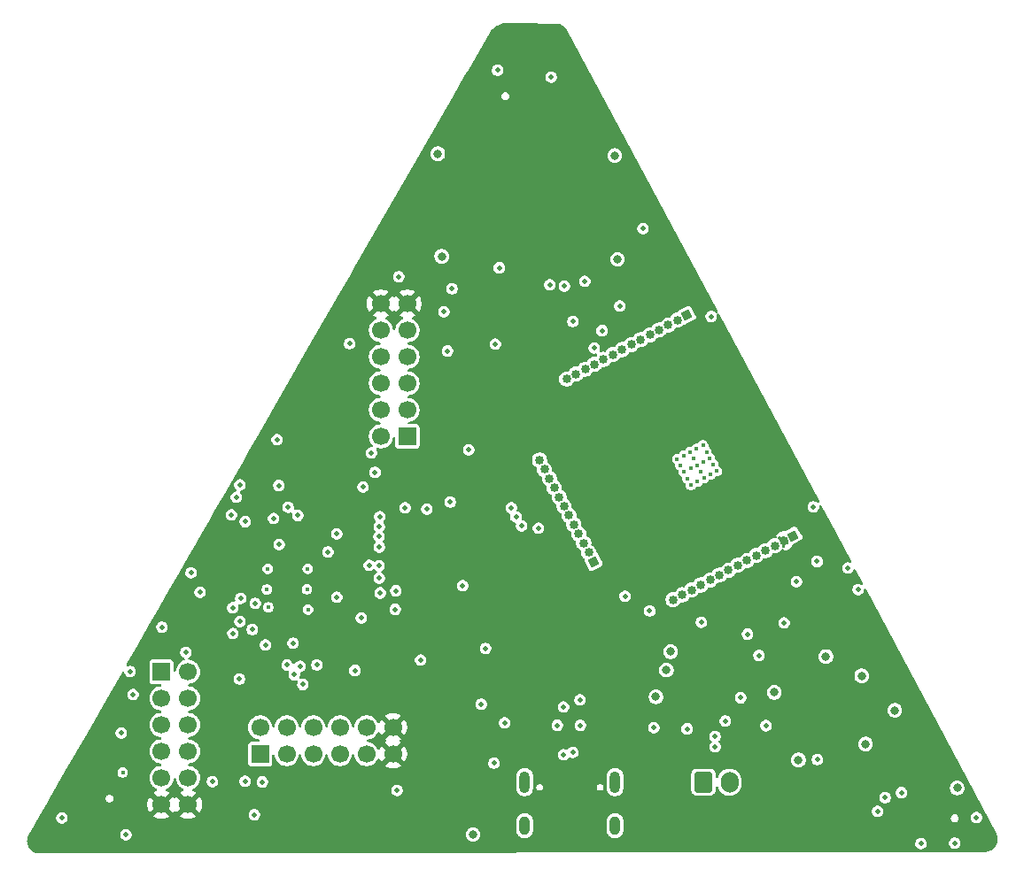
<source format=gbr>
%TF.GenerationSoftware,KiCad,Pcbnew,9.0.4*%
%TF.CreationDate,2025-10-26T17:47:32+01:00*%
%TF.ProjectId,esp32_fpga,65737033-325f-4667-9067-612e6b696361,rev?*%
%TF.SameCoordinates,Original*%
%TF.FileFunction,Copper,L3,Inr*%
%TF.FilePolarity,Positive*%
%FSLAX46Y46*%
G04 Gerber Fmt 4.6, Leading zero omitted, Abs format (unit mm)*
G04 Created by KiCad (PCBNEW 9.0.4) date 2025-10-26 17:47:32*
%MOMM*%
%LPD*%
G01*
G04 APERTURE LIST*
G04 Aperture macros list*
%AMRoundRect*
0 Rectangle with rounded corners*
0 $1 Rounding radius*
0 $2 $3 $4 $5 $6 $7 $8 $9 X,Y pos of 4 corners*
0 Add a 4 corners polygon primitive as box body*
4,1,4,$2,$3,$4,$5,$6,$7,$8,$9,$2,$3,0*
0 Add four circle primitives for the rounded corners*
1,1,$1+$1,$2,$3*
1,1,$1+$1,$4,$5*
1,1,$1+$1,$6,$7*
1,1,$1+$1,$8,$9*
0 Add four rect primitives between the rounded corners*
20,1,$1+$1,$2,$3,$4,$5,0*
20,1,$1+$1,$4,$5,$6,$7,0*
20,1,$1+$1,$6,$7,$8,$9,0*
20,1,$1+$1,$8,$9,$2,$3,0*%
%AMRotRect*
0 Rectangle, with rotation*
0 The origin of the aperture is its center*
0 $1 length*
0 $2 width*
0 $3 Rotation angle, in degrees counterclockwise*
0 Add horizontal line*
21,1,$1,$2,0,0,$3*%
G04 Aperture macros list end*
%TA.AperFunction,ComponentPad*%
%ADD10RotRect,0.850000X0.850000X118.000000*%
%TD*%
%TA.AperFunction,ComponentPad*%
%ADD11C,0.850000*%
%TD*%
%TA.AperFunction,HeatsinkPad*%
%ADD12O,1.000000X2.100000*%
%TD*%
%TA.AperFunction,HeatsinkPad*%
%ADD13O,1.000000X1.800000*%
%TD*%
%TA.AperFunction,ComponentPad*%
%ADD14C,0.400000*%
%TD*%
%TA.AperFunction,ComponentPad*%
%ADD15R,1.700000X1.700000*%
%TD*%
%TA.AperFunction,ComponentPad*%
%ADD16C,1.700000*%
%TD*%
%TA.AperFunction,ComponentPad*%
%ADD17RoundRect,0.250000X-0.600000X-0.750000X0.600000X-0.750000X0.600000X0.750000X-0.600000X0.750000X0*%
%TD*%
%TA.AperFunction,ComponentPad*%
%ADD18O,1.700000X2.000000*%
%TD*%
%TA.AperFunction,ComponentPad*%
%ADD19RotRect,0.850000X0.850000X28.000000*%
%TD*%
%TA.AperFunction,ViaPad*%
%ADD20C,0.500000*%
%TD*%
%TA.AperFunction,ViaPad*%
%ADD21C,0.800000*%
%TD*%
%TA.AperFunction,ViaPad*%
%ADD22C,0.400000*%
%TD*%
G04 APERTURE END LIST*
D10*
%TO.N,GND*%
%TO.C,J2*%
X152470000Y-94100000D03*
D11*
%TO.N,+3.3V*%
X151587053Y-94569472D03*
%TO.N,/NRST*%
X150704105Y-95038943D03*
%TO.N,/ADC*%
X149821157Y-95508415D03*
%TO.N,/GPIO5*%
X148938209Y-95977886D03*
%TO.N,/GPIO6*%
X148055262Y-96447358D03*
%TO.N,/GPIO7*%
X147172315Y-96916829D03*
%TO.N,/CDONE*%
X146289367Y-97386301D03*
%TO.N,/CRESET*%
X145406419Y-97855773D03*
%TO.N,/GPIO17*%
X144523471Y-98325244D03*
%TO.N,/GPIO18*%
X143640524Y-98794716D03*
%TO.N,/GPIO8*%
X142757577Y-99264187D03*
%TO.N,/USB D-*%
X141874629Y-99733659D03*
%TO.N,/USB D+*%
X140991682Y-100203130D03*
%TD*%
D12*
%TO.N,GND*%
%TO.C,J3*%
X126808524Y-117655000D03*
D13*
X126808524Y-121835000D03*
D12*
X135448524Y-117655000D03*
D13*
X135448524Y-121835000D03*
%TD*%
D14*
%TO.N,GND*%
%TO.C,U1*%
X143894676Y-87002503D03*
X144551936Y-88238630D03*
X143237416Y-85766377D03*
X143315810Y-88895890D03*
X142658550Y-87659763D03*
X142001290Y-86423637D03*
X144841370Y-87291937D03*
X144184110Y-86055810D03*
X143605244Y-87949197D03*
X142947984Y-86713070D03*
X142369117Y-88606457D03*
X141711857Y-87370330D03*
%TD*%
D11*
%TO.N,/GPIO0*%
%TO.C,J8*%
X130820000Y-79090000D03*
%TO.N,/SPI2_MOSI*%
X131702947Y-78620529D03*
%TO.N,/SPI2_CLK*%
X132585895Y-78151057D03*
%TO.N,/SPI2_MISO*%
X133468842Y-77681586D03*
%TO.N,/GPIO38*%
X134351789Y-77212114D03*
%TO.N,/SPI2_CS*%
X135234737Y-76742643D03*
%TO.N,/GPIO40*%
X136117685Y-76273171D03*
%TO.N,/GPIO41*%
X137000633Y-75803699D03*
%TO.N,/GPIO42*%
X137883580Y-75334228D03*
%TO.N,/UART_RX*%
X138766527Y-74864756D03*
%TO.N,/UART_TX*%
X139649475Y-74395285D03*
%TO.N,/GPIO2*%
X140532423Y-73925813D03*
%TO.N,/GPIO1*%
X141415371Y-73456342D03*
D10*
%TO.N,GND*%
X142298318Y-72986870D03*
%TD*%
D15*
%TO.N,/PIN_P42*%
%TO.C,PMOD3*%
X101520000Y-114970000D03*
D16*
%TO.N,/PIN_P38*%
X101520000Y-112430000D03*
%TO.N,/PIN_P43*%
X104060000Y-114970000D03*
%TO.N,/PIN_P36*%
X104060000Y-112430000D03*
%TO.N,/PIN_P32*%
X106600000Y-114970000D03*
%TO.N,/PIN_P31*%
X106600000Y-112430000D03*
%TO.N,/PIN_P13*%
X109140000Y-114970000D03*
%TO.N,/PIN_P20*%
X109140000Y-112430000D03*
%TO.N,GND*%
X111680000Y-114970000D03*
X111680000Y-112430000D03*
%TO.N,+3.3V*%
X114220000Y-114970000D03*
X114220000Y-112430000D03*
%TD*%
D15*
%TO.N,/PIN_P4*%
%TO.C,PMOD2*%
X92088524Y-107099999D03*
D16*
%TO.N,/PIN_P3*%
X94628525Y-107099998D03*
%TO.N,/PIN_P48*%
X92088525Y-109640000D03*
%TO.N,/PIN_P45*%
X94628524Y-109640000D03*
%TO.N,/PIN_P47*%
X92088523Y-112179998D03*
%TO.N,/PIN_P44*%
X94628523Y-112180001D03*
%TO.N,/PIN_P46*%
X92088524Y-114719999D03*
%TO.N,/PIN_P2*%
X94628524Y-114720000D03*
%TO.N,GND*%
X92088524Y-117259999D03*
X94628524Y-117260000D03*
%TO.N,+3.3V*%
X92088524Y-119799999D03*
X94628525Y-119799999D03*
%TD*%
D17*
%TO.N,GND*%
%TO.C,BT1*%
X143888524Y-117667500D03*
D18*
%TO.N,/ADC*%
X146388524Y-117667500D03*
%TD*%
D19*
%TO.N,/GPIO3*%
%TO.C,J5*%
X133390000Y-96560000D03*
D11*
%TO.N,/SCL*%
X132920528Y-95677053D03*
%TO.N,/GPIO9*%
X132451057Y-94794105D03*
%TO.N,/SPI_CS*%
X131981585Y-93911157D03*
%TO.N,/SPI_MOSI*%
X131512114Y-93028209D03*
%TO.N,/SPI_CLK*%
X131042642Y-92145262D03*
%TO.N,/SPI_MISO*%
X130573171Y-91262315D03*
%TO.N,/GPIO14*%
X130103699Y-90379367D03*
%TO.N,/GPIO21*%
X129634227Y-89496419D03*
%TO.N,/GPIO47*%
X129164756Y-88613471D03*
%TO.N,/GPIO48*%
X128695284Y-87730524D03*
%TO.N,/SDA*%
X128225813Y-86847577D03*
%TD*%
D15*
%TO.N,/PIN_P19*%
%TO.C,PMOD1*%
X115598524Y-84580000D03*
D16*
%TO.N,/PIN_P18*%
X113058524Y-84580000D03*
%TO.N,/PIN_P12*%
X115598524Y-82040000D03*
%TO.N,/PIN_P21*%
X113058524Y-82040000D03*
%TO.N,/PIN_P11*%
X115598524Y-79500000D03*
%TO.N,/PIN_P10*%
X113058524Y-79500000D03*
%TO.N,/PIN_P9*%
X115598524Y-76960000D03*
%TO.N,/PIN_P6*%
X113058524Y-76960000D03*
%TO.N,GND*%
X115598524Y-74420000D03*
X113058524Y-74420000D03*
%TO.N,+3.3V*%
X115598524Y-71880000D03*
X113058524Y-71880000D03*
%TD*%
D20*
%TO.N,GND*%
X123990000Y-75750000D03*
%TO.N,+3.3V*%
X152110000Y-96290000D03*
D21*
%TO.N,GND*%
X121870000Y-122660000D03*
D22*
X145170000Y-87910000D03*
X143855480Y-85437747D03*
X142619354Y-86095007D03*
X141383226Y-86752267D03*
X142040487Y-87988394D03*
X142697747Y-89224521D03*
X143933874Y-88567261D03*
X144512740Y-86673873D03*
X143276614Y-87331133D03*
X88390000Y-116740000D03*
X106000000Y-99220000D03*
X102160000Y-99230000D03*
X106070000Y-97240000D03*
X102250000Y-97240000D03*
X102310000Y-100930000D03*
X106100000Y-101150000D03*
D20*
X124370000Y-68450000D03*
D21*
X118500000Y-57530000D03*
X135420000Y-57700000D03*
X135680000Y-67640000D03*
X118880000Y-67350000D03*
D20*
%TO.N,/SPI2_CLK*%
X131400000Y-73600000D03*
%TO.N,/SPI2_MOSI*%
X129200000Y-70080000D03*
%TO.N,/SPI2_CS*%
X130600000Y-70210000D03*
%TO.N,/SPI2_MISO*%
X134190000Y-74460000D03*
X133460000Y-76120000D03*
%TO.N,+3.3V*%
X126490000Y-68620000D03*
X122920000Y-70070000D03*
%TO.N,GND*%
X119870000Y-70460000D03*
X144630000Y-73110000D03*
X154400000Y-91320000D03*
%TO.N,+3.3V*%
X152940000Y-92110000D03*
%TO.N,/~{PSRAM_CS}*%
X115380000Y-91430000D03*
%TO.N,/PIN_P21*%
X111350000Y-89420000D03*
X108850000Y-93890000D03*
%TO.N,/CDONE*%
X119700000Y-90870000D03*
%TO.N,/CRESET*%
X117450000Y-91550000D03*
%TO.N,/PIN_P19*%
X114490000Y-99350000D03*
%TO.N,/PIN_P18*%
X112915000Y-98155000D03*
%TO.N,/PIN_P13*%
X112890000Y-96960000D03*
%TO.N,/PIN_P20*%
X112990000Y-99560000D03*
%TO.N,/SPI_MOSI*%
X128130000Y-93370000D03*
X112920000Y-95180000D03*
%TO.N,/SPI_CS*%
X126520000Y-93130000D03*
X112880000Y-94150000D03*
%TO.N,/SPI_CLK*%
X112900000Y-93220000D03*
X125980000Y-92300000D03*
%TO.N,/SPI_MISO*%
X125540000Y-91420000D03*
X112950000Y-92260000D03*
%TO.N,/PIN_P18*%
X112510000Y-88020000D03*
X112150000Y-86160000D03*
%TO.N,Net-(D1-BK)*%
X100960000Y-120780000D03*
X98890000Y-100990000D03*
%TO.N,Net-(D1-GK)*%
X101730000Y-117640000D03*
X101047524Y-100550000D03*
%TO.N,Net-(D1-RK)*%
X100080000Y-117590000D03*
X99650000Y-100080000D03*
%TO.N,/PIN_P2*%
X98770000Y-92090000D03*
%TO.N,/PIN_P3*%
X99240000Y-90410000D03*
%TO.N,/PIN_P4*%
X99580000Y-89230000D03*
%TO.N,/PIN_P47*%
X89090000Y-107070000D03*
X89380000Y-109290000D03*
%TO.N,/PIN_P46*%
X92130000Y-102830000D03*
%TO.N,/PIN_P44*%
X94410000Y-105250000D03*
%TO.N,/PIN_P47*%
X94910000Y-97630000D03*
%TO.N,/PIN_P44*%
X95790000Y-99500000D03*
%TO.N,+1V2*%
X104680512Y-104359488D03*
%TO.N,/PIN_P9*%
X119080000Y-72670000D03*
%TO.N,/PIN_P10*%
X114780000Y-69300000D03*
%TO.N,/~{PSRAM_CS}*%
X99590000Y-102300000D03*
%TO.N,GND*%
X104110000Y-106460000D03*
D21*
X168140000Y-118210000D03*
D20*
X124210273Y-49552617D03*
D21*
X152970000Y-115540000D03*
X140350000Y-106940000D03*
D20*
X103140000Y-84900000D03*
D21*
X159020000Y-107490000D03*
D20*
X169995000Y-121055000D03*
X123060000Y-104860000D03*
X152780000Y-98495000D03*
X102810000Y-92430000D03*
D21*
X155600000Y-105640000D03*
D20*
X106940000Y-106450000D03*
X99550000Y-107800000D03*
X147450000Y-109590000D03*
X122660000Y-110200000D03*
X119430000Y-76410000D03*
X88700000Y-122690000D03*
X114420000Y-101130000D03*
X111180000Y-101960000D03*
X82570000Y-121090000D03*
X135890000Y-72110000D03*
X132120000Y-112230000D03*
X96950000Y-117610000D03*
X151590000Y-102415000D03*
X129350000Y-50220000D03*
X105330000Y-106580000D03*
X158670000Y-99245000D03*
X132540000Y-69740000D03*
X129920000Y-112220000D03*
X110570000Y-106970000D03*
X100100000Y-92740000D03*
D21*
X139350000Y-109500000D03*
D20*
X114620000Y-118450000D03*
D21*
X150670000Y-109070000D03*
D20*
X110070000Y-75710000D03*
X167908524Y-123491476D03*
D21*
X162180000Y-110780000D03*
X159390000Y-114010000D03*
D20*
X123870000Y-115850000D03*
X138101476Y-64703238D03*
X164675000Y-123525000D03*
X157710000Y-97181476D03*
D21*
X140760000Y-105170000D03*
D20*
X154760000Y-96550000D03*
X116870000Y-105970000D03*
X98920000Y-103440000D03*
X120880000Y-98880000D03*
%TO.N,/ADC*%
X145020000Y-114290000D03*
X145980000Y-111810000D03*
X145020000Y-113290000D03*
%TO.N,+4V*%
X149860000Y-112260000D03*
X139150000Y-112440000D03*
X142320000Y-112560000D03*
X148100000Y-103500000D03*
%TO.N,+3.3V*%
X86620000Y-123220000D03*
X153530000Y-98061476D03*
D21*
X157080000Y-107420000D03*
D20*
X99230000Y-122910000D03*
D21*
X153360000Y-108330000D03*
D20*
X114870000Y-103900000D03*
X114960000Y-97730000D03*
X169818524Y-123518524D03*
X154940000Y-92600000D03*
X99620000Y-94660000D03*
X161930000Y-123060000D03*
X119850000Y-83170000D03*
X101860000Y-123730000D03*
X107200000Y-85040000D03*
X104780000Y-85050000D03*
D21*
X158080000Y-111090000D03*
D20*
X85320000Y-123520000D03*
X139461476Y-70933238D03*
X157300000Y-103965000D03*
D21*
X156380000Y-110490000D03*
D20*
X114890000Y-104990000D03*
X115670000Y-117350000D03*
X110750000Y-72630000D03*
X96940000Y-120430000D03*
X113240000Y-101430000D03*
X112410000Y-102410000D03*
X101180000Y-108240000D03*
X134640000Y-72240000D03*
X126650000Y-46730000D03*
X135480000Y-69470000D03*
X104810000Y-122950000D03*
X119050000Y-108100000D03*
X103818524Y-104270000D03*
X110070000Y-99980000D03*
X126470000Y-49310000D03*
X166720000Y-123490000D03*
X98630000Y-107150000D03*
X102270000Y-103710000D03*
%TO.N,+1V2*%
X103348524Y-94940000D03*
%TO.N,/CDONE*%
X136395000Y-99895000D03*
X104210000Y-91350000D03*
%TO.N,/FPGA_P13*%
X111940000Y-96920000D03*
X108000000Y-95640000D03*
%TO.N,/FPGA_P21*%
X104790000Y-107390000D03*
X108850000Y-99960000D03*
%TO.N,/CRESET*%
X105110000Y-92150000D03*
X138760000Y-101290000D03*
%TO.N,/FPGA_P36*%
X100760000Y-103060000D03*
X102030000Y-104540000D03*
%TO.N,/USB D+*%
X130530000Y-110470000D03*
X130530000Y-115030000D03*
%TO.N,/USB D-*%
X131400000Y-114820000D03*
X132080000Y-109800000D03*
%TO.N,/PIN_P20*%
X160530000Y-120470000D03*
%TO.N,/PIN_P19*%
X162820000Y-118660000D03*
%TO.N,/PIN_P18*%
X161265000Y-119145000D03*
%TO.N,/PIN_P44*%
X88250000Y-112970000D03*
%TO.N,/PIN_P21*%
X105600000Y-108320000D03*
%TO.N,/PIN_P6*%
X103300000Y-89280000D03*
%TO.N,Net-(U3-PWRGD)*%
X154770000Y-115510000D03*
X124890000Y-112000000D03*
X149190000Y-105540000D03*
X143680000Y-102370000D03*
%TO.N,/SCL*%
X121470000Y-85880000D03*
%TD*%
%TA.AperFunction,Conductor*%
%TO.N,+3.3V*%
G36*
X93395153Y-117270253D02*
G01*
X93453386Y-117308862D01*
X93480996Y-117369320D01*
X93506353Y-117529410D01*
X93562311Y-117701636D01*
X93562312Y-117701639D01*
X93613697Y-117802485D01*
X93644527Y-117862993D01*
X93644530Y-117862997D01*
X93750965Y-118009494D01*
X93750969Y-118009499D01*
X93879024Y-118137554D01*
X93879029Y-118137558D01*
X93991804Y-118219493D01*
X94025530Y-118243996D01*
X94157207Y-118311089D01*
X94208003Y-118359064D01*
X94224798Y-118426885D01*
X94202260Y-118493020D01*
X94147545Y-118536471D01*
X94139233Y-118539504D01*
X94110308Y-118548902D01*
X93920964Y-118645379D01*
X93866807Y-118684726D01*
X93866807Y-118684727D01*
X94499116Y-119317036D01*
X94435532Y-119334074D01*
X94321518Y-119399900D01*
X94228426Y-119492992D01*
X94162600Y-119607006D01*
X94145562Y-119670590D01*
X93513253Y-119038281D01*
X93513252Y-119038281D01*
X93473905Y-119092439D01*
X93473901Y-119092445D01*
X93469005Y-119102054D01*
X93421027Y-119152847D01*
X93353205Y-119169638D01*
X93287072Y-119147096D01*
X93248038Y-119102045D01*
X93243148Y-119092448D01*
X93203794Y-119038281D01*
X93203793Y-119038281D01*
X92571486Y-119670589D01*
X92554449Y-119607006D01*
X92488623Y-119492992D01*
X92395531Y-119399900D01*
X92281517Y-119334074D01*
X92217933Y-119317036D01*
X92850240Y-118684727D01*
X92796074Y-118645374D01*
X92606741Y-118548903D01*
X92577816Y-118539505D01*
X92520140Y-118500067D01*
X92492942Y-118435709D01*
X92504857Y-118366862D01*
X92552101Y-118315387D01*
X92559839Y-118311089D01*
X92691518Y-118243995D01*
X92838025Y-118137552D01*
X92966077Y-118009500D01*
X93072520Y-117862993D01*
X93154735Y-117701638D01*
X93210695Y-117529408D01*
X93236050Y-117369320D01*
X93265979Y-117306187D01*
X93325290Y-117269255D01*
X93395153Y-117270253D01*
G37*
%TD.AperFunction*%
%TA.AperFunction,Conductor*%
G36*
X113754075Y-112622993D02*
G01*
X113819901Y-112737007D01*
X113912993Y-112830099D01*
X114027007Y-112895925D01*
X114090591Y-112912962D01*
X113489971Y-113513581D01*
X113568711Y-113630895D01*
X113569920Y-113634729D01*
X113572844Y-113637491D01*
X113580343Y-113667778D01*
X113589727Y-113697529D01*
X113588671Y-113701408D01*
X113589638Y-113705312D01*
X113579573Y-113734844D01*
X113571383Y-113764947D01*
X113568397Y-113767640D01*
X113567100Y-113771447D01*
X113522051Y-113810483D01*
X113512440Y-113815380D01*
X113458282Y-113854727D01*
X113458282Y-113854728D01*
X114090591Y-114487037D01*
X114027007Y-114504075D01*
X113912993Y-114569901D01*
X113819901Y-114662993D01*
X113754075Y-114777007D01*
X113737037Y-114840591D01*
X113104728Y-114208282D01*
X113104727Y-114208282D01*
X113065380Y-114262439D01*
X112968905Y-114451781D01*
X112959506Y-114480708D01*
X112920068Y-114538383D01*
X112855709Y-114565581D01*
X112786862Y-114553666D01*
X112735387Y-114506421D01*
X112731090Y-114498684D01*
X112670357Y-114379491D01*
X112663996Y-114367006D01*
X112620411Y-114307016D01*
X112557558Y-114220505D01*
X112557554Y-114220500D01*
X112429499Y-114092445D01*
X112429494Y-114092441D01*
X112282997Y-113986006D01*
X112282996Y-113986005D01*
X112282994Y-113986004D01*
X112231300Y-113959664D01*
X112121639Y-113903788D01*
X112121636Y-113903787D01*
X111949410Y-113847829D01*
X111789321Y-113822473D01*
X111726186Y-113792544D01*
X111689255Y-113733232D01*
X111690253Y-113663370D01*
X111728863Y-113605137D01*
X111789321Y-113577527D01*
X111859425Y-113566422D01*
X111949409Y-113552171D01*
X112121639Y-113496211D01*
X112282994Y-113413996D01*
X112364010Y-113355135D01*
X112429495Y-113307558D01*
X112429497Y-113307555D01*
X112429501Y-113307553D01*
X112557553Y-113179501D01*
X112663996Y-113032994D01*
X112731090Y-112901314D01*
X112779065Y-112850519D01*
X112846886Y-112833724D01*
X112913021Y-112856262D01*
X112956472Y-112910977D01*
X112959506Y-112919292D01*
X112968904Y-112948217D01*
X113065375Y-113137550D01*
X113104728Y-113191716D01*
X113737037Y-112559408D01*
X113754075Y-112622993D01*
G37*
%TD.AperFunction*%
%TA.AperFunction,Conductor*%
G36*
X151618386Y-94096383D02*
G01*
X151670679Y-94142721D01*
X151675106Y-94150376D01*
X151822198Y-94427016D01*
X151983733Y-94730818D01*
X151997826Y-94799252D01*
X151972684Y-94864441D01*
X151916289Y-94905689D01*
X151846546Y-94909899D01*
X151837994Y-94907615D01*
X151753035Y-94881640D01*
X151672187Y-95146087D01*
X151633762Y-95204442D01*
X151569888Y-95232759D01*
X151500844Y-95222048D01*
X151448551Y-95175710D01*
X151429605Y-95109833D01*
X151429605Y-94967485D01*
X151401725Y-94827328D01*
X151401724Y-94827327D01*
X151401724Y-94827323D01*
X151358367Y-94722650D01*
X151347035Y-94695292D01*
X151347030Y-94695283D01*
X151267637Y-94576464D01*
X151267634Y-94576460D01*
X151210918Y-94519744D01*
X151337053Y-94519744D01*
X151337053Y-94619200D01*
X151375113Y-94711086D01*
X151445439Y-94781412D01*
X151537325Y-94819472D01*
X151636781Y-94819472D01*
X151728667Y-94781412D01*
X151798993Y-94711086D01*
X151837053Y-94619200D01*
X151837053Y-94519744D01*
X151798993Y-94427858D01*
X151728667Y-94357532D01*
X151636781Y-94319472D01*
X151537325Y-94319472D01*
X151445439Y-94357532D01*
X151375113Y-94427858D01*
X151337053Y-94519744D01*
X151210918Y-94519744D01*
X151166587Y-94475413D01*
X151166583Y-94475410D01*
X151050479Y-94397831D01*
X151005674Y-94344218D01*
X150996967Y-94274893D01*
X151027122Y-94211866D01*
X151086565Y-94175147D01*
X151155624Y-94176147D01*
X151421068Y-94257301D01*
X151447043Y-94172344D01*
X151485468Y-94113989D01*
X151549342Y-94085672D01*
X151618386Y-94096383D01*
G37*
%TD.AperFunction*%
%TA.AperFunction,Conductor*%
G36*
X115132599Y-72072993D02*
G01*
X115198425Y-72187007D01*
X115291517Y-72280099D01*
X115405531Y-72345925D01*
X115469114Y-72362962D01*
X114836806Y-72995269D01*
X114836806Y-72995270D01*
X114890973Y-73034624D01*
X115080304Y-73131094D01*
X115109229Y-73140492D01*
X115166905Y-73179929D01*
X115194104Y-73244287D01*
X115182191Y-73313134D01*
X115134948Y-73364610D01*
X115127209Y-73368908D01*
X114995528Y-73436004D01*
X114849029Y-73542441D01*
X114849024Y-73542445D01*
X114720969Y-73670500D01*
X114720965Y-73670505D01*
X114614530Y-73817002D01*
X114532312Y-73978360D01*
X114532311Y-73978363D01*
X114476353Y-74150589D01*
X114450997Y-74310678D01*
X114421068Y-74373813D01*
X114361756Y-74410744D01*
X114291893Y-74409746D01*
X114233661Y-74371136D01*
X114206051Y-74310678D01*
X114188069Y-74197151D01*
X114180695Y-74150591D01*
X114148540Y-74051625D01*
X114124736Y-73978363D01*
X114124735Y-73978360D01*
X114089648Y-73909500D01*
X114042520Y-73817006D01*
X114028920Y-73798287D01*
X113936082Y-73670505D01*
X113936078Y-73670500D01*
X113808023Y-73542445D01*
X113808018Y-73542441D01*
X113661519Y-73436004D01*
X113529838Y-73368908D01*
X113479043Y-73320934D01*
X113462248Y-73253113D01*
X113484786Y-73186978D01*
X113539501Y-73143527D01*
X113547819Y-73140492D01*
X113576741Y-73131095D01*
X113766078Y-73034622D01*
X113820240Y-72995270D01*
X113820241Y-72995270D01*
X113187932Y-72362962D01*
X113251517Y-72345925D01*
X113365531Y-72280099D01*
X113458623Y-72187007D01*
X113524449Y-72072993D01*
X113541486Y-72009408D01*
X114173794Y-72641717D01*
X114173794Y-72641716D01*
X114213146Y-72587554D01*
X114218038Y-72577954D01*
X114266012Y-72527157D01*
X114333832Y-72510361D01*
X114399968Y-72532897D01*
X114439010Y-72577954D01*
X114443899Y-72587550D01*
X114483252Y-72641716D01*
X115115561Y-72009408D01*
X115132599Y-72072993D01*
G37*
%TD.AperFunction*%
%TA.AperFunction,Conductor*%
G36*
X126168601Y-45075067D02*
G01*
X129940876Y-45087046D01*
X129940868Y-45089466D01*
X129959658Y-45087046D01*
X130081079Y-45103344D01*
X130096212Y-45106345D01*
X130130887Y-45115495D01*
X130137202Y-45117344D01*
X130271337Y-45160518D01*
X130291621Y-45169103D01*
X130438185Y-45247160D01*
X130456637Y-45259206D01*
X130587061Y-45361971D01*
X130603091Y-45377095D01*
X130696575Y-45482507D01*
X130700816Y-45487553D01*
X130723151Y-45515624D01*
X130731986Y-45528271D01*
X130815677Y-45665536D01*
X130821018Y-45675246D01*
X130836145Y-45705923D01*
X130843097Y-45716097D01*
X145231211Y-72589478D01*
X145245500Y-72657871D01*
X145220545Y-72723132D01*
X145164269Y-72764541D01*
X145094539Y-72768952D01*
X145034212Y-72735688D01*
X144968017Y-72669493D01*
X144968011Y-72669488D01*
X144842488Y-72597017D01*
X144842489Y-72597017D01*
X144814353Y-72589478D01*
X144702475Y-72559500D01*
X144557525Y-72559500D01*
X144445647Y-72589478D01*
X144417511Y-72597017D01*
X144291988Y-72669488D01*
X144291982Y-72669493D01*
X144189493Y-72771982D01*
X144189488Y-72771988D01*
X144117017Y-72897511D01*
X144117016Y-72897515D01*
X144079500Y-73037525D01*
X144079500Y-73182475D01*
X144117016Y-73322485D01*
X144117017Y-73322488D01*
X144189488Y-73448011D01*
X144189490Y-73448013D01*
X144189491Y-73448015D01*
X144291985Y-73550509D01*
X144291986Y-73550510D01*
X144291988Y-73550511D01*
X144417511Y-73622982D01*
X144417512Y-73622982D01*
X144417515Y-73622984D01*
X144557525Y-73660500D01*
X144557528Y-73660500D01*
X144702472Y-73660500D01*
X144702475Y-73660500D01*
X144842485Y-73622984D01*
X144968015Y-73550509D01*
X145070509Y-73448015D01*
X145142984Y-73322485D01*
X145180500Y-73182475D01*
X145180500Y-73037525D01*
X145166950Y-72986956D01*
X145168611Y-72917109D01*
X145207773Y-72859246D01*
X145272001Y-72831741D01*
X145340903Y-72843327D01*
X145392604Y-72890324D01*
X145396054Y-72896358D01*
X154948349Y-90746627D01*
X154962624Y-90815023D01*
X154937655Y-90880279D01*
X154881370Y-90921676D01*
X154811639Y-90926072D01*
X154751338Y-90892814D01*
X154738017Y-90879493D01*
X154738011Y-90879488D01*
X154612488Y-90807017D01*
X154612489Y-90807017D01*
X154584435Y-90799500D01*
X154472475Y-90769500D01*
X154327525Y-90769500D01*
X154215565Y-90799500D01*
X154187511Y-90807017D01*
X154061988Y-90879488D01*
X154061982Y-90879493D01*
X153959493Y-90981982D01*
X153959488Y-90981988D01*
X153887017Y-91107511D01*
X153886486Y-91109493D01*
X153849500Y-91247525D01*
X153849500Y-91392475D01*
X153878938Y-91502336D01*
X153887017Y-91532488D01*
X153959488Y-91658011D01*
X153959490Y-91658013D01*
X153959491Y-91658015D01*
X154061985Y-91760509D01*
X154061986Y-91760510D01*
X154061988Y-91760511D01*
X154187511Y-91832982D01*
X154187512Y-91832982D01*
X154187515Y-91832984D01*
X154327525Y-91870500D01*
X154327528Y-91870500D01*
X154472472Y-91870500D01*
X154472475Y-91870500D01*
X154612485Y-91832984D01*
X154738015Y-91760509D01*
X154840509Y-91658015D01*
X154912984Y-91532485D01*
X154950500Y-91392475D01*
X154950500Y-91247525D01*
X154950500Y-91246470D01*
X154970185Y-91179431D01*
X155022989Y-91133676D01*
X155092147Y-91123732D01*
X155155703Y-91152757D01*
X155183981Y-91188249D01*
X155979683Y-92684556D01*
X157993548Y-96471603D01*
X158007645Y-96540036D01*
X157982506Y-96605226D01*
X157926113Y-96646477D01*
X157856370Y-96650690D01*
X157851973Y-96649598D01*
X157827224Y-96642966D01*
X157782475Y-96630976D01*
X157637525Y-96630976D01*
X157509599Y-96665254D01*
X157497511Y-96668493D01*
X157371988Y-96740964D01*
X157371982Y-96740969D01*
X157269493Y-96843458D01*
X157269488Y-96843464D01*
X157197017Y-96968987D01*
X157197016Y-96968991D01*
X157159500Y-97109001D01*
X157159500Y-97253951D01*
X157193090Y-97379308D01*
X157197017Y-97393964D01*
X157269488Y-97519487D01*
X157269490Y-97519489D01*
X157269491Y-97519491D01*
X157371985Y-97621985D01*
X157371986Y-97621986D01*
X157371988Y-97621987D01*
X157497511Y-97694458D01*
X157497512Y-97694458D01*
X157497515Y-97694460D01*
X157637525Y-97731976D01*
X157637528Y-97731976D01*
X157782472Y-97731976D01*
X157782475Y-97731976D01*
X157922485Y-97694460D01*
X158048015Y-97621985D01*
X158150509Y-97519491D01*
X158222984Y-97393961D01*
X158228983Y-97371572D01*
X158265346Y-97311914D01*
X158328193Y-97281384D01*
X158397569Y-97289678D01*
X158451447Y-97334163D01*
X158458239Y-97345447D01*
X159131244Y-98611025D01*
X159145341Y-98679458D01*
X159120202Y-98744648D01*
X159063809Y-98785899D01*
X158994066Y-98790112D01*
X158959763Y-98776633D01*
X158882485Y-98732016D01*
X158742475Y-98694500D01*
X158597525Y-98694500D01*
X158468993Y-98728940D01*
X158457511Y-98732017D01*
X158331988Y-98804488D01*
X158331982Y-98804493D01*
X158229493Y-98906982D01*
X158229488Y-98906988D01*
X158157017Y-99032511D01*
X158157016Y-99032515D01*
X158119500Y-99172525D01*
X158119500Y-99317475D01*
X158151699Y-99437641D01*
X158157017Y-99457488D01*
X158229488Y-99583011D01*
X158229490Y-99583013D01*
X158229491Y-99583015D01*
X158331985Y-99685509D01*
X158331986Y-99685510D01*
X158331988Y-99685511D01*
X158457511Y-99757982D01*
X158457512Y-99757982D01*
X158457515Y-99757984D01*
X158597525Y-99795500D01*
X158597528Y-99795500D01*
X158742472Y-99795500D01*
X158742475Y-99795500D01*
X158882485Y-99757984D01*
X159008015Y-99685509D01*
X159110509Y-99583015D01*
X159182984Y-99457485D01*
X159220500Y-99317475D01*
X159220500Y-99276148D01*
X159240185Y-99209109D01*
X159292989Y-99163354D01*
X159362147Y-99153410D01*
X159425703Y-99182435D01*
X159453981Y-99217926D01*
X165622347Y-110817456D01*
X171898128Y-122618980D01*
X171906337Y-122638151D01*
X171959451Y-122798233D01*
X171962708Y-122809939D01*
X171970198Y-122843070D01*
X171971773Y-122851331D01*
X171995453Y-123003378D01*
X171996824Y-123017329D01*
X171997959Y-123044734D01*
X171998057Y-123051275D01*
X171996224Y-123212463D01*
X171995027Y-123228295D01*
X171993305Y-123240559D01*
X171992568Y-123245179D01*
X171962034Y-123415654D01*
X171956749Y-123435507D01*
X171895262Y-123607628D01*
X171886772Y-123626335D01*
X171797711Y-123785941D01*
X171786249Y-123802990D01*
X171672056Y-123945705D01*
X171657936Y-123960628D01*
X171521752Y-124082525D01*
X171505361Y-124094911D01*
X171359028Y-124187518D01*
X171355038Y-124189940D01*
X171344323Y-124196169D01*
X171330105Y-124203257D01*
X171181525Y-124265791D01*
X171175428Y-124268170D01*
X171149628Y-124277459D01*
X171136194Y-124281454D01*
X170986448Y-124316911D01*
X170978201Y-124318570D01*
X170944695Y-124324137D01*
X170932628Y-124325539D01*
X170759179Y-124337114D01*
X170751321Y-124337388D01*
X170706874Y-124337531D01*
X170706837Y-124337520D01*
X170706684Y-124337532D01*
X80567257Y-124489488D01*
X80560161Y-124487417D01*
X80523935Y-124489229D01*
X80513056Y-124489295D01*
X80332266Y-124482458D01*
X80319747Y-124481348D01*
X80284417Y-124476398D01*
X80275573Y-124474830D01*
X80119609Y-124441319D01*
X80105766Y-124437494D01*
X80077246Y-124427803D01*
X80070515Y-124425295D01*
X79916877Y-124362947D01*
X79902331Y-124355908D01*
X79886621Y-124346998D01*
X79881992Y-124344239D01*
X79732034Y-124250353D01*
X79714846Y-124237386D01*
X79671302Y-124198164D01*
X79573319Y-124109905D01*
X79558632Y-124094160D01*
X79441282Y-123944107D01*
X79429541Y-123926059D01*
X79395927Y-123863015D01*
X79339918Y-123757970D01*
X79331482Y-123738178D01*
X79272285Y-123557111D01*
X79267397Y-123536146D01*
X79255432Y-123452525D01*
X164124500Y-123452525D01*
X164124500Y-123597475D01*
X164153034Y-123703964D01*
X164162017Y-123737488D01*
X164234488Y-123863011D01*
X164234490Y-123863013D01*
X164234491Y-123863015D01*
X164336985Y-123965509D01*
X164336986Y-123965510D01*
X164336988Y-123965511D01*
X164462511Y-124037982D01*
X164462512Y-124037982D01*
X164462515Y-124037984D01*
X164602525Y-124075500D01*
X164602528Y-124075500D01*
X164747472Y-124075500D01*
X164747475Y-124075500D01*
X164887485Y-124037984D01*
X165013015Y-123965509D01*
X165115509Y-123863015D01*
X165187984Y-123737485D01*
X165225500Y-123597475D01*
X165225500Y-123452525D01*
X165216517Y-123419001D01*
X167358024Y-123419001D01*
X167358024Y-123563951D01*
X167374740Y-123626335D01*
X167395541Y-123703964D01*
X167468012Y-123829487D01*
X167468014Y-123829489D01*
X167468015Y-123829491D01*
X167570509Y-123931985D01*
X167570510Y-123931986D01*
X167570512Y-123931987D01*
X167696035Y-124004458D01*
X167696036Y-124004458D01*
X167696039Y-124004460D01*
X167836049Y-124041976D01*
X167836052Y-124041976D01*
X167980996Y-124041976D01*
X167980999Y-124041976D01*
X168121009Y-124004460D01*
X168246539Y-123931985D01*
X168349033Y-123829491D01*
X168421508Y-123703961D01*
X168459024Y-123563951D01*
X168459024Y-123419001D01*
X168421508Y-123278991D01*
X168399319Y-123240559D01*
X168349035Y-123153464D01*
X168349030Y-123153458D01*
X168246541Y-123050969D01*
X168246535Y-123050964D01*
X168121012Y-122978493D01*
X168121013Y-122978493D01*
X168106111Y-122974500D01*
X167980999Y-122940976D01*
X167836049Y-122940976D01*
X167710937Y-122974500D01*
X167696035Y-122978493D01*
X167570512Y-123050964D01*
X167570506Y-123050969D01*
X167468017Y-123153458D01*
X167468012Y-123153464D01*
X167395541Y-123278987D01*
X167395540Y-123278991D01*
X167358024Y-123419001D01*
X165216517Y-123419001D01*
X165187984Y-123312515D01*
X165149107Y-123245179D01*
X165115511Y-123186988D01*
X165115506Y-123186982D01*
X165013017Y-123084493D01*
X165013011Y-123084488D01*
X164887488Y-123012017D01*
X164887489Y-123012017D01*
X164860323Y-123004738D01*
X164747475Y-122974500D01*
X164602525Y-122974500D01*
X164489677Y-123004738D01*
X164462511Y-123012017D01*
X164336988Y-123084488D01*
X164336982Y-123084493D01*
X164234493Y-123186982D01*
X164234488Y-123186988D01*
X164162017Y-123312511D01*
X164162016Y-123312515D01*
X164124500Y-123452525D01*
X79255432Y-123452525D01*
X79254065Y-123442971D01*
X79240414Y-123347573D01*
X79239227Y-123326091D01*
X79244842Y-123149209D01*
X79245129Y-123143882D01*
X79246487Y-123125860D01*
X79248745Y-123109879D01*
X79282608Y-122947502D01*
X79284253Y-122940612D01*
X79292118Y-122911466D01*
X79296640Y-122897886D01*
X79355760Y-122749635D01*
X79359349Y-122741504D01*
X79374961Y-122709341D01*
X79380988Y-122698378D01*
X79430930Y-122617525D01*
X88149500Y-122617525D01*
X88149500Y-122762475D01*
X88174771Y-122856786D01*
X88187017Y-122902488D01*
X88259488Y-123028011D01*
X88259490Y-123028013D01*
X88259491Y-123028015D01*
X88361985Y-123130509D01*
X88361986Y-123130510D01*
X88361988Y-123130511D01*
X88487511Y-123202982D01*
X88487512Y-123202982D01*
X88487515Y-123202984D01*
X88627525Y-123240500D01*
X88627528Y-123240500D01*
X88772472Y-123240500D01*
X88772475Y-123240500D01*
X88912485Y-123202984D01*
X89038015Y-123130509D01*
X89140509Y-123028015D01*
X89212984Y-122902485D01*
X89250500Y-122762475D01*
X89250500Y-122728995D01*
X121169499Y-122728995D01*
X121196418Y-122864322D01*
X121196421Y-122864332D01*
X121249221Y-122991804D01*
X121249228Y-122991817D01*
X121325885Y-123106541D01*
X121325888Y-123106545D01*
X121423454Y-123204111D01*
X121423458Y-123204114D01*
X121538182Y-123280771D01*
X121538195Y-123280778D01*
X121665667Y-123333578D01*
X121665672Y-123333580D01*
X121665676Y-123333580D01*
X121665677Y-123333581D01*
X121801004Y-123360500D01*
X121801007Y-123360500D01*
X121938995Y-123360500D01*
X122030041Y-123342389D01*
X122074328Y-123333580D01*
X122201811Y-123280775D01*
X122316542Y-123204114D01*
X122414114Y-123106542D01*
X122490775Y-122991811D01*
X122496292Y-122978493D01*
X122502740Y-122962924D01*
X122543580Y-122864328D01*
X122563841Y-122762472D01*
X122570500Y-122728995D01*
X122570500Y-122591004D01*
X122543581Y-122455677D01*
X122543580Y-122455676D01*
X122543580Y-122455672D01*
X122500632Y-122351985D01*
X122490778Y-122328195D01*
X122490771Y-122328182D01*
X122414114Y-122213458D01*
X122414111Y-122213454D01*
X122316545Y-122115888D01*
X122316541Y-122115885D01*
X122201817Y-122039228D01*
X122201804Y-122039221D01*
X122074332Y-121986421D01*
X122074322Y-121986418D01*
X121938995Y-121959500D01*
X121938993Y-121959500D01*
X121801007Y-121959500D01*
X121801005Y-121959500D01*
X121665677Y-121986418D01*
X121665667Y-121986421D01*
X121538195Y-122039221D01*
X121538182Y-122039228D01*
X121423458Y-122115885D01*
X121423454Y-122115888D01*
X121325888Y-122213454D01*
X121325885Y-122213458D01*
X121249228Y-122328182D01*
X121249221Y-122328195D01*
X121196421Y-122455667D01*
X121196418Y-122455677D01*
X121169500Y-122591004D01*
X121169500Y-122591007D01*
X121169500Y-122728993D01*
X121169500Y-122728995D01*
X121169499Y-122728995D01*
X89250500Y-122728995D01*
X89250500Y-122617525D01*
X89212984Y-122477515D01*
X89207777Y-122468497D01*
X89140511Y-122351988D01*
X89140506Y-122351982D01*
X89038017Y-122249493D01*
X89038011Y-122249488D01*
X88912488Y-122177017D01*
X88912489Y-122177017D01*
X88901006Y-122173940D01*
X88772475Y-122139500D01*
X88627525Y-122139500D01*
X88498993Y-122173940D01*
X88487511Y-122177017D01*
X88361988Y-122249488D01*
X88361982Y-122249493D01*
X88259493Y-122351982D01*
X88259488Y-122351988D01*
X88187017Y-122477511D01*
X88187016Y-122477515D01*
X88149500Y-122617525D01*
X79430930Y-122617525D01*
X79476356Y-122543982D01*
X79482575Y-122534855D01*
X79493850Y-122519794D01*
X79494221Y-122515700D01*
X79502018Y-122499491D01*
X80352610Y-121017525D01*
X82019500Y-121017525D01*
X82019500Y-121162475D01*
X82054470Y-121292982D01*
X82057017Y-121302488D01*
X82129488Y-121428011D01*
X82129490Y-121428013D01*
X82129491Y-121428015D01*
X82231985Y-121530509D01*
X82231986Y-121530510D01*
X82231988Y-121530511D01*
X82357511Y-121602982D01*
X82357512Y-121602982D01*
X82357515Y-121602984D01*
X82497525Y-121640500D01*
X82497528Y-121640500D01*
X82642472Y-121640500D01*
X82642475Y-121640500D01*
X82782485Y-121602984D01*
X82908015Y-121530509D01*
X83010509Y-121428015D01*
X83051999Y-121356153D01*
X126008024Y-121356153D01*
X126008024Y-122313846D01*
X126038785Y-122468489D01*
X126038788Y-122468501D01*
X126099126Y-122614172D01*
X126099133Y-122614185D01*
X126186734Y-122745288D01*
X126186737Y-122745292D01*
X126298231Y-122856786D01*
X126298235Y-122856789D01*
X126429338Y-122944390D01*
X126429351Y-122944397D01*
X126543835Y-122991817D01*
X126575027Y-123004737D01*
X126692033Y-123028011D01*
X126729677Y-123035499D01*
X126729680Y-123035500D01*
X126729682Y-123035500D01*
X126887368Y-123035500D01*
X126887369Y-123035499D01*
X127042021Y-123004737D01*
X127187703Y-122944394D01*
X127318813Y-122856789D01*
X127430313Y-122745289D01*
X127517918Y-122614179D01*
X127578261Y-122468497D01*
X127609024Y-122313842D01*
X127609024Y-121356158D01*
X127609024Y-121356155D01*
X127609023Y-121356153D01*
X134648024Y-121356153D01*
X134648024Y-122313846D01*
X134678785Y-122468489D01*
X134678788Y-122468501D01*
X134739126Y-122614172D01*
X134739133Y-122614185D01*
X134826734Y-122745288D01*
X134826737Y-122745292D01*
X134938231Y-122856786D01*
X134938235Y-122856789D01*
X135069338Y-122944390D01*
X135069351Y-122944397D01*
X135183835Y-122991817D01*
X135215027Y-123004737D01*
X135332033Y-123028011D01*
X135369677Y-123035499D01*
X135369680Y-123035500D01*
X135369682Y-123035500D01*
X135527368Y-123035500D01*
X135527369Y-123035499D01*
X135682021Y-123004737D01*
X135827703Y-122944394D01*
X135958813Y-122856789D01*
X136070313Y-122745289D01*
X136157918Y-122614179D01*
X136218261Y-122468497D01*
X136249024Y-122313842D01*
X136249024Y-121356158D01*
X136249024Y-121356155D01*
X136249023Y-121356153D01*
X136231386Y-121267488D01*
X136218261Y-121201503D01*
X136187597Y-121127472D01*
X136157921Y-121055827D01*
X136157914Y-121055814D01*
X136154407Y-121050565D01*
X167543024Y-121050565D01*
X167543024Y-121149435D01*
X167568614Y-121244938D01*
X167618049Y-121330562D01*
X167687962Y-121400475D01*
X167773586Y-121449910D01*
X167869089Y-121475500D01*
X167869091Y-121475500D01*
X167967956Y-121475500D01*
X167967959Y-121475500D01*
X168063462Y-121449910D01*
X168149086Y-121400475D01*
X168218999Y-121330562D01*
X168268434Y-121244938D01*
X168294024Y-121149435D01*
X168294024Y-121050565D01*
X168275793Y-120982525D01*
X169444500Y-120982525D01*
X169444500Y-121127475D01*
X169475975Y-121244939D01*
X169482017Y-121267488D01*
X169554488Y-121393011D01*
X169554490Y-121393013D01*
X169554491Y-121393015D01*
X169656985Y-121495509D01*
X169656986Y-121495510D01*
X169656988Y-121495511D01*
X169782511Y-121567982D01*
X169782512Y-121567982D01*
X169782515Y-121567984D01*
X169922525Y-121605500D01*
X169922528Y-121605500D01*
X170067472Y-121605500D01*
X170067475Y-121605500D01*
X170207485Y-121567984D01*
X170333015Y-121495509D01*
X170435509Y-121393015D01*
X170507984Y-121267485D01*
X170545500Y-121127475D01*
X170545500Y-120982525D01*
X170507984Y-120842515D01*
X170491066Y-120813213D01*
X170435511Y-120716988D01*
X170435506Y-120716982D01*
X170333017Y-120614493D01*
X170333011Y-120614488D01*
X170207488Y-120542017D01*
X170207489Y-120542017D01*
X170196006Y-120538940D01*
X170067475Y-120504500D01*
X169922525Y-120504500D01*
X169793993Y-120538940D01*
X169782511Y-120542017D01*
X169656988Y-120614488D01*
X169656982Y-120614493D01*
X169554493Y-120716982D01*
X169554488Y-120716988D01*
X169482017Y-120842511D01*
X169482016Y-120842515D01*
X169444500Y-120982525D01*
X168275793Y-120982525D01*
X168268434Y-120955062D01*
X168218999Y-120869438D01*
X168149086Y-120799525D01*
X168063462Y-120750090D01*
X167967959Y-120724500D01*
X167869089Y-120724500D01*
X167773586Y-120750090D01*
X167773584Y-120750091D01*
X167773583Y-120750091D01*
X167687960Y-120799526D01*
X167618050Y-120869436D01*
X167568615Y-120955059D01*
X167568615Y-120955060D01*
X167568614Y-120955062D01*
X167543024Y-121050565D01*
X136154407Y-121050565D01*
X136070313Y-120924711D01*
X136070310Y-120924707D01*
X135958816Y-120813213D01*
X135958812Y-120813210D01*
X135827709Y-120725609D01*
X135827696Y-120725602D01*
X135682025Y-120665264D01*
X135682013Y-120665261D01*
X135527369Y-120634500D01*
X135527366Y-120634500D01*
X135369682Y-120634500D01*
X135369679Y-120634500D01*
X135215034Y-120665261D01*
X135215022Y-120665264D01*
X135069351Y-120725602D01*
X135069338Y-120725609D01*
X134938235Y-120813210D01*
X134938231Y-120813213D01*
X134826737Y-120924707D01*
X134826734Y-120924711D01*
X134739133Y-121055814D01*
X134739126Y-121055827D01*
X134678788Y-121201498D01*
X134678785Y-121201510D01*
X134648024Y-121356153D01*
X127609023Y-121356153D01*
X127591386Y-121267488D01*
X127578261Y-121201503D01*
X127547597Y-121127472D01*
X127517921Y-121055827D01*
X127517914Y-121055814D01*
X127430313Y-120924711D01*
X127430310Y-120924707D01*
X127318816Y-120813213D01*
X127318812Y-120813210D01*
X127187709Y-120725609D01*
X127187696Y-120725602D01*
X127042025Y-120665264D01*
X127042013Y-120665261D01*
X126887369Y-120634500D01*
X126887366Y-120634500D01*
X126729682Y-120634500D01*
X126729679Y-120634500D01*
X126575034Y-120665261D01*
X126575022Y-120665264D01*
X126429351Y-120725602D01*
X126429338Y-120725609D01*
X126298235Y-120813210D01*
X126298231Y-120813213D01*
X126186737Y-120924707D01*
X126186734Y-120924711D01*
X126099133Y-121055814D01*
X126099126Y-121055827D01*
X126038788Y-121201498D01*
X126038785Y-121201510D01*
X126008024Y-121356153D01*
X83051999Y-121356153D01*
X83082984Y-121302485D01*
X83120500Y-121162475D01*
X83120500Y-121017525D01*
X83082984Y-120877515D01*
X83068525Y-120852472D01*
X83010511Y-120751988D01*
X83010506Y-120751982D01*
X82908017Y-120649493D01*
X82908011Y-120649488D01*
X82782488Y-120577017D01*
X82782489Y-120577017D01*
X82747012Y-120567511D01*
X82642475Y-120539500D01*
X82497525Y-120539500D01*
X82392988Y-120567511D01*
X82357511Y-120577017D01*
X82231988Y-120649488D01*
X82231982Y-120649493D01*
X82129493Y-120751982D01*
X82129488Y-120751988D01*
X82057017Y-120877511D01*
X82057016Y-120877515D01*
X82019500Y-121017525D01*
X80352610Y-121017525D01*
X81112405Y-119693752D01*
X90738524Y-119693752D01*
X90738524Y-119906245D01*
X90771766Y-120116126D01*
X90771766Y-120116129D01*
X90837428Y-120318216D01*
X90933899Y-120507549D01*
X90973252Y-120561715D01*
X91605561Y-119929407D01*
X91622599Y-119992992D01*
X91688425Y-120107006D01*
X91781517Y-120200098D01*
X91895531Y-120265924D01*
X91959114Y-120282961D01*
X91326806Y-120915268D01*
X91326806Y-120915269D01*
X91380973Y-120954623D01*
X91570306Y-121051094D01*
X91772394Y-121116756D01*
X91982278Y-121149999D01*
X92194770Y-121149999D01*
X92404651Y-121116756D01*
X92404654Y-121116756D01*
X92606741Y-121051094D01*
X92796078Y-120954621D01*
X92850240Y-120915269D01*
X92850241Y-120915269D01*
X92217932Y-120282961D01*
X92281517Y-120265924D01*
X92395531Y-120200098D01*
X92488623Y-120107006D01*
X92554449Y-119992992D01*
X92571486Y-119929407D01*
X93203794Y-120561716D01*
X93203794Y-120561715D01*
X93243147Y-120507552D01*
X93248037Y-120497955D01*
X93296009Y-120447157D01*
X93363829Y-120430359D01*
X93429965Y-120452893D01*
X93469008Y-120497949D01*
X93473898Y-120507546D01*
X93513253Y-120561715D01*
X94145562Y-119929407D01*
X94162600Y-119992992D01*
X94228426Y-120107006D01*
X94321518Y-120200098D01*
X94435532Y-120265924D01*
X94499115Y-120282961D01*
X93866807Y-120915268D01*
X93866807Y-120915269D01*
X93920974Y-120954623D01*
X94110307Y-121051094D01*
X94312395Y-121116756D01*
X94522279Y-121149999D01*
X94734771Y-121149999D01*
X94944652Y-121116756D01*
X94944655Y-121116756D01*
X95146742Y-121051094D01*
X95336079Y-120954621D01*
X95390241Y-120915269D01*
X95390242Y-120915269D01*
X95262052Y-120787079D01*
X95182498Y-120707525D01*
X100409500Y-120707525D01*
X100409500Y-120852475D01*
X100444347Y-120982525D01*
X100447017Y-120992488D01*
X100519488Y-121118011D01*
X100519490Y-121118013D01*
X100519491Y-121118015D01*
X100621985Y-121220509D01*
X100621986Y-121220510D01*
X100621988Y-121220511D01*
X100747511Y-121292982D01*
X100747512Y-121292982D01*
X100747515Y-121292984D01*
X100887525Y-121330500D01*
X100887528Y-121330500D01*
X101032472Y-121330500D01*
X101032475Y-121330500D01*
X101172485Y-121292984D01*
X101298015Y-121220509D01*
X101400509Y-121118015D01*
X101472984Y-120992485D01*
X101510500Y-120852475D01*
X101510500Y-120707525D01*
X101472984Y-120567515D01*
X101469636Y-120561716D01*
X101405944Y-120451398D01*
X101403495Y-120447157D01*
X101400509Y-120441985D01*
X101356049Y-120397525D01*
X159979500Y-120397525D01*
X159979500Y-120542475D01*
X160012402Y-120665264D01*
X160017017Y-120682488D01*
X160089488Y-120808011D01*
X160089490Y-120808013D01*
X160089491Y-120808015D01*
X160191985Y-120910509D01*
X160191986Y-120910510D01*
X160191988Y-120910511D01*
X160317511Y-120982982D01*
X160317512Y-120982982D01*
X160317515Y-120982984D01*
X160457525Y-121020500D01*
X160457528Y-121020500D01*
X160602472Y-121020500D01*
X160602475Y-121020500D01*
X160742485Y-120982984D01*
X160868015Y-120910509D01*
X160970509Y-120808015D01*
X161042984Y-120682485D01*
X161080500Y-120542475D01*
X161080500Y-120397525D01*
X161042984Y-120257515D01*
X161026809Y-120229500D01*
X160970511Y-120131988D01*
X160970506Y-120131982D01*
X160868017Y-120029493D01*
X160868011Y-120029488D01*
X160742488Y-119957017D01*
X160742489Y-119957017D01*
X160731006Y-119953940D01*
X160602475Y-119919500D01*
X160457525Y-119919500D01*
X160328993Y-119953940D01*
X160317511Y-119957017D01*
X160191988Y-120029488D01*
X160191982Y-120029493D01*
X160089493Y-120131982D01*
X160089488Y-120131988D01*
X160017017Y-120257511D01*
X160017016Y-120257515D01*
X159979500Y-120397525D01*
X101356049Y-120397525D01*
X101298015Y-120339491D01*
X101298013Y-120339490D01*
X101298011Y-120339488D01*
X101172488Y-120267017D01*
X101172489Y-120267017D01*
X101137012Y-120257511D01*
X101032475Y-120229500D01*
X100887525Y-120229500D01*
X100782988Y-120257511D01*
X100747511Y-120267017D01*
X100621988Y-120339488D01*
X100621982Y-120339493D01*
X100519493Y-120441982D01*
X100519488Y-120441988D01*
X100447017Y-120567511D01*
X100447016Y-120567515D01*
X100409500Y-120707525D01*
X95182498Y-120707525D01*
X94757933Y-120282961D01*
X94821518Y-120265924D01*
X94935532Y-120200098D01*
X95028624Y-120107006D01*
X95094450Y-119992992D01*
X95111487Y-119929407D01*
X95743795Y-120561716D01*
X95743795Y-120561715D01*
X95783147Y-120507553D01*
X95879620Y-120318216D01*
X95945282Y-120116129D01*
X95945282Y-120116126D01*
X95978525Y-119906245D01*
X95978525Y-119693752D01*
X95945282Y-119483871D01*
X95945282Y-119483868D01*
X95879620Y-119281781D01*
X95783149Y-119092448D01*
X95768674Y-119072525D01*
X160714500Y-119072525D01*
X160714500Y-119217475D01*
X160752004Y-119357439D01*
X160752017Y-119357488D01*
X160824488Y-119483011D01*
X160824490Y-119483013D01*
X160824491Y-119483015D01*
X160926985Y-119585509D01*
X160926986Y-119585510D01*
X160926988Y-119585511D01*
X161052511Y-119657982D01*
X161052512Y-119657982D01*
X161052515Y-119657984D01*
X161192525Y-119695500D01*
X161192528Y-119695500D01*
X161337472Y-119695500D01*
X161337475Y-119695500D01*
X161477485Y-119657984D01*
X161603015Y-119585509D01*
X161705509Y-119483015D01*
X161777984Y-119357485D01*
X161815500Y-119217475D01*
X161815500Y-119072525D01*
X161777984Y-118932515D01*
X161767519Y-118914390D01*
X161705511Y-118806988D01*
X161705506Y-118806982D01*
X161603017Y-118704493D01*
X161603015Y-118704491D01*
X161572346Y-118686784D01*
X161572345Y-118686783D01*
X161477488Y-118632017D01*
X161477489Y-118632017D01*
X161466006Y-118628940D01*
X161337475Y-118594500D01*
X161192525Y-118594500D01*
X161063993Y-118628940D01*
X161052511Y-118632017D01*
X160926988Y-118704488D01*
X160926982Y-118704493D01*
X160824493Y-118806982D01*
X160824488Y-118806988D01*
X160752017Y-118932511D01*
X160749495Y-118941925D01*
X160714500Y-119072525D01*
X95768674Y-119072525D01*
X95743795Y-119038281D01*
X95743794Y-119038281D01*
X95111487Y-119670589D01*
X95094450Y-119607006D01*
X95028624Y-119492992D01*
X94935532Y-119399900D01*
X94821518Y-119334074D01*
X94757934Y-119317036D01*
X95390241Y-118684727D01*
X95336075Y-118645374D01*
X95146742Y-118548903D01*
X95117817Y-118539505D01*
X95099539Y-118527007D01*
X95079020Y-118518679D01*
X95071258Y-118507669D01*
X95060141Y-118500067D01*
X95051521Y-118479670D01*
X95038763Y-118461572D01*
X95038186Y-118448115D01*
X95032943Y-118435709D01*
X95036719Y-118413889D01*
X95035771Y-118391767D01*
X95042561Y-118380134D01*
X95043013Y-118377525D01*
X114069500Y-118377525D01*
X114069500Y-118522475D01*
X114107016Y-118662485D01*
X114107017Y-118662488D01*
X114179488Y-118788011D01*
X114179490Y-118788013D01*
X114179491Y-118788015D01*
X114281985Y-118890509D01*
X114281986Y-118890510D01*
X114281988Y-118890511D01*
X114407511Y-118962982D01*
X114407512Y-118962982D01*
X114407515Y-118962984D01*
X114547525Y-119000500D01*
X114547528Y-119000500D01*
X114692472Y-119000500D01*
X114692475Y-119000500D01*
X114832485Y-118962984D01*
X114958015Y-118890509D01*
X115060509Y-118788015D01*
X115132984Y-118662485D01*
X115170500Y-118522475D01*
X115170500Y-118377525D01*
X115132984Y-118237515D01*
X115110084Y-118197852D01*
X115060511Y-118111988D01*
X115060506Y-118111982D01*
X114958017Y-118009493D01*
X114958011Y-118009488D01*
X114832488Y-117937017D01*
X114832489Y-117937017D01*
X114821006Y-117933940D01*
X114692475Y-117899500D01*
X114547525Y-117899500D01*
X114418993Y-117933940D01*
X114407511Y-117937017D01*
X114281988Y-118009488D01*
X114281982Y-118009493D01*
X114179493Y-118111982D01*
X114179488Y-118111988D01*
X114107017Y-118237511D01*
X114107016Y-118237515D01*
X114069500Y-118377525D01*
X95043013Y-118377525D01*
X95044858Y-118366862D01*
X95059830Y-118350548D01*
X95070993Y-118331425D01*
X95089093Y-118318664D01*
X95092102Y-118315387D01*
X95099824Y-118311097D01*
X95231518Y-118243996D01*
X95378025Y-118137553D01*
X95506077Y-118009501D01*
X95612520Y-117862994D01*
X95694735Y-117701639D01*
X95748058Y-117537525D01*
X96399500Y-117537525D01*
X96399500Y-117682475D01*
X96407538Y-117712472D01*
X96437017Y-117822488D01*
X96509488Y-117948011D01*
X96509490Y-117948013D01*
X96509491Y-117948015D01*
X96611985Y-118050509D01*
X96611986Y-118050510D01*
X96611988Y-118050511D01*
X96737511Y-118122982D01*
X96737512Y-118122982D01*
X96737515Y-118122984D01*
X96877525Y-118160500D01*
X96877528Y-118160500D01*
X97022472Y-118160500D01*
X97022475Y-118160500D01*
X97162485Y-118122984D01*
X97288015Y-118050509D01*
X97390509Y-117948015D01*
X97462984Y-117822485D01*
X97500500Y-117682475D01*
X97500500Y-117537525D01*
X97495141Y-117517525D01*
X99529500Y-117517525D01*
X99529500Y-117662475D01*
X99542897Y-117712472D01*
X99567017Y-117802488D01*
X99639488Y-117928011D01*
X99639490Y-117928013D01*
X99639491Y-117928015D01*
X99741985Y-118030509D01*
X99741986Y-118030510D01*
X99741988Y-118030511D01*
X99867511Y-118102982D01*
X99867512Y-118102982D01*
X99867515Y-118102984D01*
X100007525Y-118140500D01*
X100007528Y-118140500D01*
X100152472Y-118140500D01*
X100152475Y-118140500D01*
X100292485Y-118102984D01*
X100418015Y-118030509D01*
X100520509Y-117928015D01*
X100592984Y-117802485D01*
X100630500Y-117662475D01*
X100630500Y-117567525D01*
X101179500Y-117567525D01*
X101179500Y-117712475D01*
X101210857Y-117829500D01*
X101217017Y-117852488D01*
X101289488Y-117978011D01*
X101289490Y-117978013D01*
X101289491Y-117978015D01*
X101391985Y-118080509D01*
X101391986Y-118080510D01*
X101391988Y-118080511D01*
X101517511Y-118152982D01*
X101517512Y-118152982D01*
X101517515Y-118152984D01*
X101657525Y-118190500D01*
X101657528Y-118190500D01*
X101802472Y-118190500D01*
X101802475Y-118190500D01*
X101942485Y-118152984D01*
X102068015Y-118080509D01*
X102170509Y-117978015D01*
X102242984Y-117852485D01*
X102280500Y-117712475D01*
X102280500Y-117567525D01*
X102242984Y-117427515D01*
X102225663Y-117397515D01*
X102170511Y-117301988D01*
X102170506Y-117301982D01*
X102068017Y-117199493D01*
X102068015Y-117199491D01*
X101943242Y-117127453D01*
X101943240Y-117127451D01*
X101942488Y-117127017D01*
X101942489Y-117127017D01*
X101931006Y-117123940D01*
X101802475Y-117089500D01*
X101657525Y-117089500D01*
X101528993Y-117123940D01*
X101517511Y-117127017D01*
X101391988Y-117199488D01*
X101391982Y-117199493D01*
X101289493Y-117301982D01*
X101289488Y-117301988D01*
X101217017Y-117427511D01*
X101217016Y-117427515D01*
X101179500Y-117567525D01*
X100630500Y-117567525D01*
X100630500Y-117517525D01*
X100592984Y-117377515D01*
X100577416Y-117350551D01*
X100520511Y-117251988D01*
X100520506Y-117251982D01*
X100418017Y-117149493D01*
X100418011Y-117149488D01*
X100292488Y-117077017D01*
X100292489Y-117077017D01*
X100281006Y-117073940D01*
X100152475Y-117039500D01*
X100007525Y-117039500D01*
X99878993Y-117073940D01*
X99867511Y-117077017D01*
X99741988Y-117149488D01*
X99741982Y-117149493D01*
X99639493Y-117251982D01*
X99639488Y-117251988D01*
X99567017Y-117377511D01*
X99567016Y-117377515D01*
X99529500Y-117517525D01*
X97495141Y-117517525D01*
X97462984Y-117397515D01*
X97435869Y-117350551D01*
X97390511Y-117271988D01*
X97390506Y-117271982D01*
X97288017Y-117169493D01*
X97288011Y-117169488D01*
X97162488Y-117097017D01*
X97162489Y-117097017D01*
X97134435Y-117089500D01*
X97022475Y-117059500D01*
X96877525Y-117059500D01*
X96765565Y-117089500D01*
X96737511Y-117097017D01*
X96611988Y-117169488D01*
X96611982Y-117169493D01*
X96509493Y-117271982D01*
X96509488Y-117271988D01*
X96437017Y-117397511D01*
X96437016Y-117397515D01*
X96399500Y-117537525D01*
X95748058Y-117537525D01*
X95750695Y-117529409D01*
X95762070Y-117457587D01*
X95779024Y-117350551D01*
X95779024Y-117169448D01*
X95756328Y-117026158D01*
X95756327Y-117026153D01*
X126008024Y-117026153D01*
X126008024Y-118283846D01*
X126038785Y-118438489D01*
X126038788Y-118438501D01*
X126099126Y-118584172D01*
X126099133Y-118584185D01*
X126186734Y-118715288D01*
X126186737Y-118715292D01*
X126298231Y-118826786D01*
X126298235Y-118826789D01*
X126429338Y-118914390D01*
X126429351Y-118914397D01*
X126558762Y-118968000D01*
X126575027Y-118974737D01*
X126729677Y-119005499D01*
X126729680Y-119005500D01*
X126729682Y-119005500D01*
X126887368Y-119005500D01*
X126887369Y-119005499D01*
X127042021Y-118974737D01*
X127187703Y-118914394D01*
X127318813Y-118826789D01*
X127430313Y-118715289D01*
X127517918Y-118584179D01*
X127578261Y-118438497D01*
X127609024Y-118283842D01*
X127609024Y-118112147D01*
X127913024Y-118112147D01*
X127913024Y-118197853D01*
X127929446Y-118259139D01*
X127935206Y-118280637D01*
X127935209Y-118280644D01*
X127978054Y-118354855D01*
X127978058Y-118354860D01*
X127978059Y-118354862D01*
X128038662Y-118415465D01*
X128038664Y-118415466D01*
X128038668Y-118415469D01*
X128095214Y-118448115D01*
X128112886Y-118458318D01*
X128195671Y-118480500D01*
X128195673Y-118480500D01*
X128281375Y-118480500D01*
X128281377Y-118480500D01*
X128364162Y-118458318D01*
X128438386Y-118415465D01*
X128498989Y-118354862D01*
X128541842Y-118280638D01*
X128564024Y-118197853D01*
X128564024Y-118112147D01*
X133693024Y-118112147D01*
X133693024Y-118197853D01*
X133709446Y-118259139D01*
X133715206Y-118280637D01*
X133715209Y-118280644D01*
X133758054Y-118354855D01*
X133758058Y-118354860D01*
X133758059Y-118354862D01*
X133818662Y-118415465D01*
X133818664Y-118415466D01*
X133818668Y-118415469D01*
X133875214Y-118448115D01*
X133892886Y-118458318D01*
X133975671Y-118480500D01*
X133975673Y-118480500D01*
X134061375Y-118480500D01*
X134061377Y-118480500D01*
X134144162Y-118458318D01*
X134218386Y-118415465D01*
X134278989Y-118354862D01*
X134321842Y-118280638D01*
X134344024Y-118197853D01*
X134344024Y-118112147D01*
X134321842Y-118029362D01*
X134308162Y-118005667D01*
X134278993Y-117955144D01*
X134278987Y-117955136D01*
X134218387Y-117894536D01*
X134218379Y-117894530D01*
X134144168Y-117851685D01*
X134144164Y-117851683D01*
X134144162Y-117851682D01*
X134061377Y-117829500D01*
X133975671Y-117829500D01*
X133892886Y-117851682D01*
X133892879Y-117851685D01*
X133818668Y-117894530D01*
X133818660Y-117894536D01*
X133758060Y-117955136D01*
X133758054Y-117955144D01*
X133715209Y-118029355D01*
X133715206Y-118029362D01*
X133693024Y-118112147D01*
X128564024Y-118112147D01*
X128541842Y-118029362D01*
X128528162Y-118005667D01*
X128498993Y-117955144D01*
X128498987Y-117955136D01*
X128438387Y-117894536D01*
X128438379Y-117894530D01*
X128364168Y-117851685D01*
X128364164Y-117851683D01*
X128364162Y-117851682D01*
X128281377Y-117829500D01*
X128195671Y-117829500D01*
X128112886Y-117851682D01*
X128112879Y-117851685D01*
X128038668Y-117894530D01*
X128038660Y-117894536D01*
X127978060Y-117955136D01*
X127978054Y-117955144D01*
X127935209Y-118029355D01*
X127935206Y-118029362D01*
X127913024Y-118112147D01*
X127609024Y-118112147D01*
X127609024Y-117026158D01*
X127609024Y-117026155D01*
X127609023Y-117026153D01*
X134648024Y-117026153D01*
X134648024Y-118283846D01*
X134678785Y-118438489D01*
X134678788Y-118438501D01*
X134739126Y-118584172D01*
X134739133Y-118584185D01*
X134826734Y-118715288D01*
X134826737Y-118715292D01*
X134938231Y-118826786D01*
X134938235Y-118826789D01*
X135069338Y-118914390D01*
X135069351Y-118914397D01*
X135198762Y-118968000D01*
X135215027Y-118974737D01*
X135369677Y-119005499D01*
X135369680Y-119005500D01*
X135369682Y-119005500D01*
X135527368Y-119005500D01*
X135527369Y-119005499D01*
X135682021Y-118974737D01*
X135827703Y-118914394D01*
X135958813Y-118826789D01*
X136070313Y-118715289D01*
X136157918Y-118584179D01*
X136218261Y-118438497D01*
X136249024Y-118283842D01*
X136249024Y-117026158D01*
X136249024Y-117026155D01*
X136222912Y-116894884D01*
X136222912Y-116894883D01*
X136218837Y-116874398D01*
X142738024Y-116874398D01*
X142738024Y-118460602D01*
X142741917Y-118493020D01*
X142748646Y-118549061D01*
X142748646Y-118549063D01*
X142748647Y-118549064D01*
X142762492Y-118584172D01*
X142804163Y-118689843D01*
X142895601Y-118810422D01*
X143016180Y-118901860D01*
X143016181Y-118901860D01*
X143016182Y-118901861D01*
X143156960Y-118957377D01*
X143245422Y-118968000D01*
X143245427Y-118968000D01*
X144531621Y-118968000D01*
X144531626Y-118968000D01*
X144620088Y-118957377D01*
X144760866Y-118901861D01*
X144881446Y-118810422D01*
X144972885Y-118689842D01*
X145028401Y-118549064D01*
X145039024Y-118460602D01*
X145039024Y-118170169D01*
X145058709Y-118103130D01*
X145111513Y-118057375D01*
X145180671Y-118047431D01*
X145244227Y-118076456D01*
X145280955Y-118131851D01*
X145322311Y-118259136D01*
X145322312Y-118259139D01*
X145371087Y-118354863D01*
X145401388Y-118414332D01*
X145404530Y-118420497D01*
X145510965Y-118566994D01*
X145510969Y-118566999D01*
X145639024Y-118695054D01*
X145639029Y-118695058D01*
X145720314Y-118754114D01*
X145785530Y-118801496D01*
X145891008Y-118855240D01*
X145946884Y-118883711D01*
X145946887Y-118883712D01*
X146029334Y-118910500D01*
X146119115Y-118939671D01*
X146201953Y-118952791D01*
X146297973Y-118968000D01*
X146297978Y-118968000D01*
X146479075Y-118968000D01*
X146643703Y-118941925D01*
X146646420Y-118941494D01*
X146657933Y-118939671D01*
X146830163Y-118883711D01*
X146991518Y-118801496D01*
X147138025Y-118695053D01*
X147245553Y-118587525D01*
X162269500Y-118587525D01*
X162269500Y-118732475D01*
X162294771Y-118826786D01*
X162307017Y-118872488D01*
X162379488Y-118998011D01*
X162379490Y-118998013D01*
X162379491Y-118998015D01*
X162481985Y-119100509D01*
X162481986Y-119100510D01*
X162481988Y-119100511D01*
X162607511Y-119172982D01*
X162607512Y-119172982D01*
X162607515Y-119172984D01*
X162747525Y-119210500D01*
X162747528Y-119210500D01*
X162892472Y-119210500D01*
X162892475Y-119210500D01*
X163032485Y-119172984D01*
X163158015Y-119100509D01*
X163260509Y-118998015D01*
X163332984Y-118872485D01*
X163370500Y-118732475D01*
X163370500Y-118587525D01*
X163332984Y-118447515D01*
X163327777Y-118438497D01*
X163260511Y-118321988D01*
X163260506Y-118321982D01*
X163217519Y-118278995D01*
X167439499Y-118278995D01*
X167466418Y-118414322D01*
X167466421Y-118414332D01*
X167519221Y-118541804D01*
X167519228Y-118541817D01*
X167595885Y-118656541D01*
X167595888Y-118656545D01*
X167693454Y-118754111D01*
X167693458Y-118754114D01*
X167808182Y-118830771D01*
X167808195Y-118830778D01*
X167908886Y-118872485D01*
X167935672Y-118883580D01*
X167935676Y-118883580D01*
X167935677Y-118883581D01*
X168071004Y-118910500D01*
X168071007Y-118910500D01*
X168208995Y-118910500D01*
X168309509Y-118890506D01*
X168344328Y-118883580D01*
X168442924Y-118842740D01*
X168471804Y-118830778D01*
X168471804Y-118830777D01*
X168471811Y-118830775D01*
X168586542Y-118754114D01*
X168684114Y-118656542D01*
X168760775Y-118541811D01*
X168813580Y-118414328D01*
X168831948Y-118321988D01*
X168840500Y-118278995D01*
X168840500Y-118141004D01*
X168840499Y-118140998D01*
X168813581Y-118005677D01*
X168813580Y-118005676D01*
X168813580Y-118005672D01*
X168802124Y-117978015D01*
X168760778Y-117878195D01*
X168760771Y-117878182D01*
X168684114Y-117763458D01*
X168684111Y-117763454D01*
X168586545Y-117665888D01*
X168586541Y-117665885D01*
X168471817Y-117589228D01*
X168471804Y-117589221D01*
X168344332Y-117536421D01*
X168344322Y-117536418D01*
X168208995Y-117509500D01*
X168208993Y-117509500D01*
X168071007Y-117509500D01*
X168071005Y-117509500D01*
X167935677Y-117536418D01*
X167935667Y-117536421D01*
X167808195Y-117589221D01*
X167808182Y-117589228D01*
X167693458Y-117665885D01*
X167693454Y-117665888D01*
X167595888Y-117763454D01*
X167595885Y-117763458D01*
X167519228Y-117878182D01*
X167519221Y-117878195D01*
X167466421Y-118005667D01*
X167466418Y-118005677D01*
X167439501Y-118140998D01*
X167439500Y-118141004D01*
X167439500Y-118141007D01*
X167439500Y-118278993D01*
X167439500Y-118278995D01*
X167439499Y-118278995D01*
X163217519Y-118278995D01*
X163158017Y-118219493D01*
X163158011Y-118219488D01*
X163032488Y-118147017D01*
X163032489Y-118147017D01*
X163008167Y-118140500D01*
X162892475Y-118109500D01*
X162747525Y-118109500D01*
X162631833Y-118140500D01*
X162607511Y-118147017D01*
X162481988Y-118219488D01*
X162481982Y-118219493D01*
X162379493Y-118321982D01*
X162379488Y-118321988D01*
X162307017Y-118447511D01*
X162307016Y-118447515D01*
X162269500Y-118587525D01*
X147245553Y-118587525D01*
X147266077Y-118567001D01*
X147372520Y-118420494D01*
X147454735Y-118259139D01*
X147510695Y-118086909D01*
X147527943Y-117978011D01*
X147539024Y-117908051D01*
X147539024Y-117426948D01*
X147515132Y-117276108D01*
X147510695Y-117248091D01*
X147478658Y-117149491D01*
X147454736Y-117075863D01*
X147454735Y-117075860D01*
X147411286Y-116990588D01*
X147372520Y-116914506D01*
X147341273Y-116871498D01*
X147266082Y-116768005D01*
X147266078Y-116768000D01*
X147138023Y-116639945D01*
X147138018Y-116639941D01*
X146991521Y-116533506D01*
X146991520Y-116533505D01*
X146991518Y-116533504D01*
X146939824Y-116507164D01*
X146830163Y-116451288D01*
X146830160Y-116451287D01*
X146657934Y-116395329D01*
X146479075Y-116367000D01*
X146479070Y-116367000D01*
X146297978Y-116367000D01*
X146297973Y-116367000D01*
X146119113Y-116395329D01*
X145946887Y-116451287D01*
X145946884Y-116451288D01*
X145785526Y-116533506D01*
X145639029Y-116639941D01*
X145639024Y-116639945D01*
X145510969Y-116768000D01*
X145510965Y-116768005D01*
X145404530Y-116914502D01*
X145322312Y-117075860D01*
X145322311Y-117075863D01*
X145280955Y-117203148D01*
X145241518Y-117260823D01*
X145177159Y-117288022D01*
X145108313Y-117276108D01*
X145056837Y-117228864D01*
X145039024Y-117164830D01*
X145039024Y-116874403D01*
X145039024Y-116874398D01*
X145028401Y-116785936D01*
X144972885Y-116645158D01*
X144972884Y-116645157D01*
X144972884Y-116645156D01*
X144881446Y-116524577D01*
X144760867Y-116433139D01*
X144664716Y-116395222D01*
X144620088Y-116377623D01*
X144620087Y-116377622D01*
X144620085Y-116377622D01*
X144574450Y-116372142D01*
X144531626Y-116367000D01*
X143245422Y-116367000D01*
X143206377Y-116371688D01*
X143156962Y-116377622D01*
X143016180Y-116433139D01*
X142895601Y-116524577D01*
X142804163Y-116645156D01*
X142748646Y-116785938D01*
X142744753Y-116818359D01*
X142738024Y-116874398D01*
X136218837Y-116874398D01*
X136218262Y-116871510D01*
X136218261Y-116871503D01*
X136196250Y-116818363D01*
X136157921Y-116725827D01*
X136157914Y-116725814D01*
X136070313Y-116594711D01*
X136070310Y-116594707D01*
X135958816Y-116483213D01*
X135958812Y-116483210D01*
X135827709Y-116395609D01*
X135827696Y-116395602D01*
X135682025Y-116335264D01*
X135682013Y-116335261D01*
X135527369Y-116304500D01*
X135527366Y-116304500D01*
X135369682Y-116304500D01*
X135369679Y-116304500D01*
X135215034Y-116335261D01*
X135215022Y-116335264D01*
X135069351Y-116395602D01*
X135069338Y-116395609D01*
X134938235Y-116483210D01*
X134938231Y-116483213D01*
X134826737Y-116594707D01*
X134826734Y-116594711D01*
X134739133Y-116725814D01*
X134739126Y-116725827D01*
X134678788Y-116871498D01*
X134678785Y-116871510D01*
X134648024Y-117026153D01*
X127609023Y-117026153D01*
X127590531Y-116933187D01*
X127578261Y-116871503D01*
X127556250Y-116818363D01*
X127517921Y-116725827D01*
X127517914Y-116725814D01*
X127430313Y-116594711D01*
X127430310Y-116594707D01*
X127318816Y-116483213D01*
X127318812Y-116483210D01*
X127187709Y-116395609D01*
X127187696Y-116395602D01*
X127042025Y-116335264D01*
X127042013Y-116335261D01*
X126887369Y-116304500D01*
X126887366Y-116304500D01*
X126729682Y-116304500D01*
X126729679Y-116304500D01*
X126575034Y-116335261D01*
X126575022Y-116335264D01*
X126429351Y-116395602D01*
X126429338Y-116395609D01*
X126298235Y-116483210D01*
X126298231Y-116483213D01*
X126186737Y-116594707D01*
X126186734Y-116594711D01*
X126099133Y-116725814D01*
X126099126Y-116725827D01*
X126038788Y-116871498D01*
X126038785Y-116871510D01*
X126008024Y-117026153D01*
X95756327Y-117026153D01*
X95750695Y-116990591D01*
X95694735Y-116818362D01*
X95694735Y-116818360D01*
X95647583Y-116725821D01*
X95612520Y-116657006D01*
X95598920Y-116638287D01*
X95506082Y-116510505D01*
X95506078Y-116510500D01*
X95378023Y-116382445D01*
X95378018Y-116382441D01*
X95231521Y-116276006D01*
X95231520Y-116276005D01*
X95231518Y-116276004D01*
X95161838Y-116240500D01*
X95070163Y-116193788D01*
X95070160Y-116193787D01*
X94897934Y-116137829D01*
X94737845Y-116112473D01*
X94674710Y-116082544D01*
X94637779Y-116023232D01*
X94638777Y-115953370D01*
X94677387Y-115895137D01*
X94737845Y-115867527D01*
X94807949Y-115856422D01*
X94897933Y-115842171D01*
X95070163Y-115786211D01*
X95231518Y-115703996D01*
X95378025Y-115597553D01*
X95506077Y-115469501D01*
X95612520Y-115322994D01*
X95694735Y-115161639D01*
X95695913Y-115158015D01*
X95722480Y-115076246D01*
X95750695Y-114989409D01*
X95768110Y-114879454D01*
X95779024Y-114810551D01*
X95779024Y-114629448D01*
X95761216Y-114517016D01*
X95750695Y-114450591D01*
X95704046Y-114307017D01*
X95694736Y-114278363D01*
X95694735Y-114278360D01*
X95659028Y-114208282D01*
X95612520Y-114117006D01*
X95594677Y-114092447D01*
X95506082Y-113970505D01*
X95506078Y-113970500D01*
X95378023Y-113842445D01*
X95378018Y-113842441D01*
X95231521Y-113736006D01*
X95231520Y-113736005D01*
X95231518Y-113736004D01*
X95156007Y-113697529D01*
X95070163Y-113653788D01*
X95070160Y-113653787D01*
X94897935Y-113597829D01*
X94737847Y-113572473D01*
X94674713Y-113542543D01*
X94637782Y-113483232D01*
X94638780Y-113413369D01*
X94677390Y-113355137D01*
X94737848Y-113327527D01*
X94778789Y-113321042D01*
X94897932Y-113302172D01*
X95070162Y-113246212D01*
X95231517Y-113163997D01*
X95378024Y-113057554D01*
X95506076Y-112929502D01*
X95612519Y-112782995D01*
X95694734Y-112621640D01*
X95750694Y-112449410D01*
X95766833Y-112347515D01*
X95768111Y-112339448D01*
X100369500Y-112339448D01*
X100369500Y-112520551D01*
X100397829Y-112699410D01*
X100453787Y-112871636D01*
X100453788Y-112871639D01*
X100509664Y-112981300D01*
X100519450Y-113000506D01*
X100536006Y-113032997D01*
X100642441Y-113179494D01*
X100642445Y-113179499D01*
X100770500Y-113307554D01*
X100770505Y-113307558D01*
X100894565Y-113397692D01*
X100917006Y-113413996D01*
X101018843Y-113465885D01*
X101078360Y-113496211D01*
X101078363Y-113496212D01*
X101131821Y-113513581D01*
X101250591Y-113552171D01*
X101354716Y-113568662D01*
X101382270Y-113573027D01*
X101445405Y-113602956D01*
X101482336Y-113662268D01*
X101481338Y-113732130D01*
X101442728Y-113790363D01*
X101378765Y-113818477D01*
X101362872Y-113819500D01*
X100625143Y-113819500D01*
X100625117Y-113819502D01*
X100600012Y-113822413D01*
X100600008Y-113822415D01*
X100497235Y-113867793D01*
X100417794Y-113947234D01*
X100372415Y-114050006D01*
X100372415Y-114050008D01*
X100369500Y-114075131D01*
X100369500Y-115864856D01*
X100369502Y-115864882D01*
X100372413Y-115889987D01*
X100372415Y-115889991D01*
X100417793Y-115992764D01*
X100417794Y-115992765D01*
X100497235Y-116072206D01*
X100600009Y-116117585D01*
X100625135Y-116120500D01*
X102414864Y-116120499D01*
X102414879Y-116120497D01*
X102414882Y-116120497D01*
X102439987Y-116117586D01*
X102439988Y-116117585D01*
X102439991Y-116117585D01*
X102542765Y-116072206D01*
X102622206Y-115992765D01*
X102667585Y-115889991D01*
X102670500Y-115864865D01*
X102670499Y-115127125D01*
X102690183Y-115060089D01*
X102742987Y-115014334D01*
X102812146Y-115004390D01*
X102875702Y-115033415D01*
X102913476Y-115092193D01*
X102916972Y-115107729D01*
X102937829Y-115239410D01*
X102993787Y-115411636D01*
X102993788Y-115411639D01*
X103076006Y-115572997D01*
X103182441Y-115719494D01*
X103182445Y-115719499D01*
X103310500Y-115847554D01*
X103310505Y-115847558D01*
X103379185Y-115897456D01*
X103457006Y-115953996D01*
X103533094Y-115992765D01*
X103618360Y-116036211D01*
X103618363Y-116036212D01*
X103693116Y-116060500D01*
X103790591Y-116092171D01*
X103873429Y-116105291D01*
X103969449Y-116120500D01*
X103969454Y-116120500D01*
X104150551Y-116120500D01*
X104237259Y-116106765D01*
X104329409Y-116092171D01*
X104501639Y-116036211D01*
X104662994Y-115953996D01*
X104809501Y-115847553D01*
X104937553Y-115719501D01*
X105043996Y-115572994D01*
X105126211Y-115411639D01*
X105182171Y-115239409D01*
X105196422Y-115149425D01*
X105207527Y-115079321D01*
X105237456Y-115016186D01*
X105296768Y-114979255D01*
X105366630Y-114980253D01*
X105424863Y-115018863D01*
X105452473Y-115079321D01*
X105477829Y-115239410D01*
X105533787Y-115411636D01*
X105533788Y-115411639D01*
X105616006Y-115572997D01*
X105722441Y-115719494D01*
X105722445Y-115719499D01*
X105850500Y-115847554D01*
X105850505Y-115847558D01*
X105919185Y-115897456D01*
X105997006Y-115953996D01*
X106073094Y-115992765D01*
X106158360Y-116036211D01*
X106158363Y-116036212D01*
X106233116Y-116060500D01*
X106330591Y-116092171D01*
X106413429Y-116105291D01*
X106509449Y-116120500D01*
X106509454Y-116120500D01*
X106690551Y-116120500D01*
X106777259Y-116106765D01*
X106869409Y-116092171D01*
X107041639Y-116036211D01*
X107202994Y-115953996D01*
X107349501Y-115847553D01*
X107477553Y-115719501D01*
X107583996Y-115572994D01*
X107666211Y-115411639D01*
X107722171Y-115239409D01*
X107736422Y-115149425D01*
X107747527Y-115079321D01*
X107777456Y-115016186D01*
X107836768Y-114979255D01*
X107906630Y-114980253D01*
X107964863Y-115018863D01*
X107992473Y-115079321D01*
X108017829Y-115239410D01*
X108073787Y-115411636D01*
X108073788Y-115411639D01*
X108156006Y-115572997D01*
X108262441Y-115719494D01*
X108262445Y-115719499D01*
X108390500Y-115847554D01*
X108390505Y-115847558D01*
X108459185Y-115897456D01*
X108537006Y-115953996D01*
X108613094Y-115992765D01*
X108698360Y-116036211D01*
X108698363Y-116036212D01*
X108773116Y-116060500D01*
X108870591Y-116092171D01*
X108953429Y-116105291D01*
X109049449Y-116120500D01*
X109049454Y-116120500D01*
X109230551Y-116120500D01*
X109317259Y-116106765D01*
X109409409Y-116092171D01*
X109581639Y-116036211D01*
X109742994Y-115953996D01*
X109889501Y-115847553D01*
X110017553Y-115719501D01*
X110123996Y-115572994D01*
X110206211Y-115411639D01*
X110262171Y-115239409D01*
X110276422Y-115149425D01*
X110287527Y-115079321D01*
X110317456Y-115016186D01*
X110376768Y-114979255D01*
X110446630Y-114980253D01*
X110504863Y-115018863D01*
X110532473Y-115079321D01*
X110557829Y-115239410D01*
X110613787Y-115411636D01*
X110613788Y-115411639D01*
X110696006Y-115572997D01*
X110802441Y-115719494D01*
X110802445Y-115719499D01*
X110930500Y-115847554D01*
X110930505Y-115847558D01*
X110999185Y-115897456D01*
X111077006Y-115953996D01*
X111153094Y-115992765D01*
X111238360Y-116036211D01*
X111238363Y-116036212D01*
X111313116Y-116060500D01*
X111410591Y-116092171D01*
X111493429Y-116105291D01*
X111589449Y-116120500D01*
X111589454Y-116120500D01*
X111770551Y-116120500D01*
X111857259Y-116106765D01*
X111949409Y-116092171D01*
X112121639Y-116036211D01*
X112282994Y-115953996D01*
X112371095Y-115889987D01*
X112429495Y-115847558D01*
X112429497Y-115847555D01*
X112429501Y-115847553D01*
X112557553Y-115719501D01*
X112663996Y-115572994D01*
X112731090Y-115441314D01*
X112779065Y-115390519D01*
X112846886Y-115373724D01*
X112913021Y-115396262D01*
X112956472Y-115450977D01*
X112959506Y-115459292D01*
X112968904Y-115488217D01*
X113065375Y-115677550D01*
X113104728Y-115731716D01*
X113737037Y-115099408D01*
X113754075Y-115162993D01*
X113819901Y-115277007D01*
X113912993Y-115370099D01*
X114027007Y-115435925D01*
X114090590Y-115452962D01*
X113458282Y-116085269D01*
X113458282Y-116085270D01*
X113512449Y-116124624D01*
X113701782Y-116221095D01*
X113903870Y-116286757D01*
X114113754Y-116320000D01*
X114326246Y-116320000D01*
X114536127Y-116286757D01*
X114536130Y-116286757D01*
X114738217Y-116221095D01*
X114927554Y-116124622D01*
X114981716Y-116085270D01*
X114981717Y-116085270D01*
X114673972Y-115777525D01*
X123319500Y-115777525D01*
X123319500Y-115922475D01*
X123346431Y-116022982D01*
X123357017Y-116062488D01*
X123429488Y-116188011D01*
X123429490Y-116188013D01*
X123429491Y-116188015D01*
X123531985Y-116290509D01*
X123531986Y-116290510D01*
X123531988Y-116290511D01*
X123657511Y-116362982D01*
X123657512Y-116362982D01*
X123657515Y-116362984D01*
X123797525Y-116400500D01*
X123797528Y-116400500D01*
X123942472Y-116400500D01*
X123942475Y-116400500D01*
X124082485Y-116362984D01*
X124208015Y-116290509D01*
X124310509Y-116188015D01*
X124382984Y-116062485D01*
X124420500Y-115922475D01*
X124420500Y-115777525D01*
X124382984Y-115637515D01*
X124366518Y-115608995D01*
X152269499Y-115608995D01*
X152296418Y-115744322D01*
X152296421Y-115744332D01*
X152349221Y-115871804D01*
X152349228Y-115871817D01*
X152425885Y-115986541D01*
X152425888Y-115986545D01*
X152523454Y-116084111D01*
X152523458Y-116084114D01*
X152638182Y-116160771D01*
X152638195Y-116160778D01*
X152717892Y-116193789D01*
X152765672Y-116213580D01*
X152765676Y-116213580D01*
X152765677Y-116213581D01*
X152901004Y-116240500D01*
X152901007Y-116240500D01*
X153038995Y-116240500D01*
X153136548Y-116221095D01*
X153174328Y-116213580D01*
X153301811Y-116160775D01*
X153416542Y-116084114D01*
X153514114Y-115986542D01*
X153590775Y-115871811D01*
X153591319Y-115870499D01*
X153626231Y-115786212D01*
X153643580Y-115744328D01*
X153664827Y-115637515D01*
X153670500Y-115608995D01*
X153670500Y-115471004D01*
X153670499Y-115471002D01*
X153667036Y-115453589D01*
X153663841Y-115437525D01*
X154219500Y-115437525D01*
X154219500Y-115582475D01*
X154257016Y-115722485D01*
X154257017Y-115722488D01*
X154329488Y-115848011D01*
X154329490Y-115848013D01*
X154329491Y-115848015D01*
X154431985Y-115950509D01*
X154431986Y-115950510D01*
X154431988Y-115950511D01*
X154557511Y-116022982D01*
X154557512Y-116022982D01*
X154557515Y-116022984D01*
X154697525Y-116060500D01*
X154697528Y-116060500D01*
X154842472Y-116060500D01*
X154842475Y-116060500D01*
X154982485Y-116022984D01*
X155108015Y-115950509D01*
X155210509Y-115848015D01*
X155282984Y-115722485D01*
X155320500Y-115582475D01*
X155320500Y-115437525D01*
X155282984Y-115297515D01*
X155251212Y-115242485D01*
X155210511Y-115171988D01*
X155210506Y-115171982D01*
X155108017Y-115069493D01*
X155108011Y-115069488D01*
X154982488Y-114997017D01*
X154982489Y-114997017D01*
X154954099Y-114989410D01*
X154842475Y-114959500D01*
X154697525Y-114959500D01*
X154585901Y-114989410D01*
X154557511Y-114997017D01*
X154431988Y-115069488D01*
X154431982Y-115069493D01*
X154329493Y-115171982D01*
X154329488Y-115171988D01*
X154257017Y-115297511D01*
X154257016Y-115297515D01*
X154219500Y-115437525D01*
X153663841Y-115437525D01*
X153643581Y-115335677D01*
X153643580Y-115335676D01*
X153643580Y-115335672D01*
X153638330Y-115322997D01*
X153590778Y-115208195D01*
X153590771Y-115208182D01*
X153514114Y-115093458D01*
X153514111Y-115093454D01*
X153416545Y-114995888D01*
X153416541Y-114995885D01*
X153301817Y-114919228D01*
X153301804Y-114919221D01*
X153174332Y-114866421D01*
X153174322Y-114866418D01*
X153038995Y-114839500D01*
X153038993Y-114839500D01*
X152901007Y-114839500D01*
X152901005Y-114839500D01*
X152765677Y-114866418D01*
X152765667Y-114866421D01*
X152638195Y-114919221D01*
X152638182Y-114919228D01*
X152523458Y-114995885D01*
X152523454Y-114995888D01*
X152425888Y-115093454D01*
X152425885Y-115093458D01*
X152349228Y-115208182D01*
X152349221Y-115208195D01*
X152296421Y-115335667D01*
X152296418Y-115335677D01*
X152269500Y-115471004D01*
X152269500Y-115471007D01*
X152269500Y-115608993D01*
X152269500Y-115608995D01*
X152269499Y-115608995D01*
X124366518Y-115608995D01*
X124359912Y-115597554D01*
X124310511Y-115511988D01*
X124310506Y-115511982D01*
X124208017Y-115409493D01*
X124208011Y-115409488D01*
X124082488Y-115337017D01*
X124082489Y-115337017D01*
X124071006Y-115333940D01*
X123942475Y-115299500D01*
X123797525Y-115299500D01*
X123668993Y-115333940D01*
X123657511Y-115337017D01*
X123531988Y-115409488D01*
X123531982Y-115409493D01*
X123429493Y-115511982D01*
X123429488Y-115511988D01*
X123357017Y-115637511D01*
X123357016Y-115637515D01*
X123319500Y-115777525D01*
X114673972Y-115777525D01*
X114349408Y-115452962D01*
X114412993Y-115435925D01*
X114527007Y-115370099D01*
X114620099Y-115277007D01*
X114685925Y-115162993D01*
X114702962Y-115099409D01*
X115335270Y-115731717D01*
X115335270Y-115731716D01*
X115360849Y-115696512D01*
X115374622Y-115677554D01*
X115471095Y-115488217D01*
X115536757Y-115286130D01*
X115536757Y-115286127D01*
X115570000Y-115076246D01*
X115570000Y-114957525D01*
X129979500Y-114957525D01*
X129979500Y-115102475D01*
X130017016Y-115242485D01*
X130017017Y-115242488D01*
X130089488Y-115368011D01*
X130089490Y-115368013D01*
X130089491Y-115368015D01*
X130191985Y-115470509D01*
X130191986Y-115470510D01*
X130191988Y-115470511D01*
X130317511Y-115542982D01*
X130317512Y-115542982D01*
X130317515Y-115542984D01*
X130457525Y-115580500D01*
X130457528Y-115580500D01*
X130602472Y-115580500D01*
X130602475Y-115580500D01*
X130742485Y-115542984D01*
X130868015Y-115470509D01*
X130970509Y-115368015D01*
X130977929Y-115355162D01*
X131028493Y-115306948D01*
X131097100Y-115293723D01*
X131147317Y-115309776D01*
X131187509Y-115332981D01*
X131187510Y-115332982D01*
X131187512Y-115332982D01*
X131187515Y-115332984D01*
X131327525Y-115370500D01*
X131327528Y-115370500D01*
X131472472Y-115370500D01*
X131472475Y-115370500D01*
X131612485Y-115332984D01*
X131738015Y-115260509D01*
X131840509Y-115158015D01*
X131912984Y-115032485D01*
X131950500Y-114892475D01*
X131950500Y-114747525D01*
X131912984Y-114607515D01*
X131891267Y-114569901D01*
X131840511Y-114481988D01*
X131840506Y-114481982D01*
X131738017Y-114379493D01*
X131738011Y-114379488D01*
X131612488Y-114307017D01*
X131612489Y-114307017D01*
X131601006Y-114303940D01*
X131472475Y-114269500D01*
X131327525Y-114269500D01*
X131198993Y-114303940D01*
X131187511Y-114307017D01*
X131061988Y-114379488D01*
X131061982Y-114379493D01*
X130959493Y-114481982D01*
X130959489Y-114481988D01*
X130952068Y-114494841D01*
X130901499Y-114543055D01*
X130832892Y-114556275D01*
X130782683Y-114540224D01*
X130742488Y-114517017D01*
X130742489Y-114517017D01*
X130702944Y-114506421D01*
X130602475Y-114479500D01*
X130457525Y-114479500D01*
X130357056Y-114506421D01*
X130317511Y-114517017D01*
X130191988Y-114589488D01*
X130191982Y-114589493D01*
X130089493Y-114691982D01*
X130089488Y-114691988D01*
X130017017Y-114817511D01*
X130017016Y-114817515D01*
X129979500Y-114957525D01*
X115570000Y-114957525D01*
X115570000Y-114863753D01*
X115536757Y-114653872D01*
X115536757Y-114653869D01*
X115471095Y-114451782D01*
X115374624Y-114262449D01*
X115335270Y-114208282D01*
X115335269Y-114208282D01*
X114702962Y-114840590D01*
X114685925Y-114777007D01*
X114620099Y-114662993D01*
X114527007Y-114569901D01*
X114412993Y-114504075D01*
X114349409Y-114487037D01*
X114981716Y-113854728D01*
X114927550Y-113815375D01*
X114917954Y-113810486D01*
X114867157Y-113762512D01*
X114850361Y-113694692D01*
X114872897Y-113628556D01*
X114917954Y-113589514D01*
X114927554Y-113584622D01*
X114981716Y-113545270D01*
X114981717Y-113545270D01*
X114653971Y-113217525D01*
X144469500Y-113217525D01*
X144469500Y-113362475D01*
X144497210Y-113465888D01*
X144507017Y-113502488D01*
X144579488Y-113628011D01*
X144579493Y-113628017D01*
X144653795Y-113702319D01*
X144687280Y-113763642D01*
X144682296Y-113833334D01*
X144653795Y-113877681D01*
X144579493Y-113951982D01*
X144579488Y-113951988D01*
X144507017Y-114077511D01*
X144507016Y-114077515D01*
X144469500Y-114217525D01*
X144469500Y-114362475D01*
X144498312Y-114470000D01*
X144507017Y-114502488D01*
X144579488Y-114628011D01*
X144579490Y-114628013D01*
X144579491Y-114628015D01*
X144681985Y-114730509D01*
X144681986Y-114730510D01*
X144681988Y-114730511D01*
X144807511Y-114802982D01*
X144807512Y-114802982D01*
X144807515Y-114802984D01*
X144947525Y-114840500D01*
X144947528Y-114840500D01*
X145092472Y-114840500D01*
X145092475Y-114840500D01*
X145232485Y-114802984D01*
X145358015Y-114730509D01*
X145460509Y-114628015D01*
X145532984Y-114502485D01*
X145570500Y-114362475D01*
X145570500Y-114217525D01*
X145533381Y-114078995D01*
X158689499Y-114078995D01*
X158716418Y-114214322D01*
X158716421Y-114214332D01*
X158769221Y-114341804D01*
X158769228Y-114341817D01*
X158845885Y-114456541D01*
X158845888Y-114456545D01*
X158943454Y-114554111D01*
X158943458Y-114554114D01*
X159058182Y-114630771D01*
X159058195Y-114630778D01*
X159113950Y-114653872D01*
X159185672Y-114683580D01*
X159185676Y-114683580D01*
X159185677Y-114683581D01*
X159321004Y-114710500D01*
X159321007Y-114710500D01*
X159458995Y-114710500D01*
X159552058Y-114691988D01*
X159594328Y-114683580D01*
X159721811Y-114630775D01*
X159836542Y-114554114D01*
X159934114Y-114456542D01*
X160010775Y-114341811D01*
X160063580Y-114214328D01*
X160082939Y-114117005D01*
X160090500Y-114078995D01*
X160090500Y-113941004D01*
X160063581Y-113805677D01*
X160063580Y-113805676D01*
X160063580Y-113805672D01*
X160057239Y-113790363D01*
X160010778Y-113678195D01*
X160010771Y-113678182D01*
X159934114Y-113563458D01*
X159934111Y-113563454D01*
X159836545Y-113465888D01*
X159836541Y-113465885D01*
X159721817Y-113389228D01*
X159721804Y-113389221D01*
X159594332Y-113336421D01*
X159594322Y-113336418D01*
X159458995Y-113309500D01*
X159458993Y-113309500D01*
X159321007Y-113309500D01*
X159321005Y-113309500D01*
X159185677Y-113336418D01*
X159185667Y-113336421D01*
X159058195Y-113389221D01*
X159058182Y-113389228D01*
X158943458Y-113465885D01*
X158943454Y-113465888D01*
X158845888Y-113563454D01*
X158845885Y-113563458D01*
X158769228Y-113678182D01*
X158769221Y-113678195D01*
X158716421Y-113805667D01*
X158716418Y-113805677D01*
X158689500Y-113941004D01*
X158689500Y-113941007D01*
X158689500Y-114078993D01*
X158689500Y-114078995D01*
X158689499Y-114078995D01*
X145533381Y-114078995D01*
X145532984Y-114077515D01*
X145531615Y-114075143D01*
X145491665Y-114005948D01*
X145491663Y-114005946D01*
X145460509Y-113951985D01*
X145382078Y-113873554D01*
X145378364Y-113869067D01*
X145366779Y-113842106D01*
X145352720Y-113816358D01*
X145353147Y-113810379D01*
X145350781Y-113804872D01*
X145355611Y-113775932D01*
X145357704Y-113746666D01*
X145361474Y-113740798D01*
X145362283Y-113735956D01*
X145370193Y-113727232D01*
X145386205Y-113702319D01*
X145421756Y-113666768D01*
X145460509Y-113628015D01*
X145532984Y-113502485D01*
X145570500Y-113362475D01*
X145570500Y-113217525D01*
X145532984Y-113077515D01*
X145521462Y-113057559D01*
X145460511Y-112951988D01*
X145460506Y-112951982D01*
X145358017Y-112849493D01*
X145358011Y-112849488D01*
X145232488Y-112777017D01*
X145232489Y-112777017D01*
X145221006Y-112773940D01*
X145092475Y-112739500D01*
X144947525Y-112739500D01*
X144818993Y-112773940D01*
X144807511Y-112777017D01*
X144681988Y-112849488D01*
X144681982Y-112849493D01*
X144579493Y-112951982D01*
X144579488Y-112951988D01*
X144507017Y-113077511D01*
X144507016Y-113077515D01*
X144469500Y-113217525D01*
X114653971Y-113217525D01*
X114349408Y-112912962D01*
X114412993Y-112895925D01*
X114527007Y-112830099D01*
X114620099Y-112737007D01*
X114685925Y-112622993D01*
X114702962Y-112559409D01*
X115335270Y-113191717D01*
X115335270Y-113191716D01*
X115374622Y-113137554D01*
X115471095Y-112948217D01*
X115536757Y-112746130D01*
X115536757Y-112746127D01*
X115570000Y-112536246D01*
X115570000Y-112323753D01*
X115536757Y-112113872D01*
X115536757Y-112113869D01*
X115486020Y-111957716D01*
X115476210Y-111927525D01*
X124339500Y-111927525D01*
X124339500Y-112072475D01*
X124370853Y-112189484D01*
X124377017Y-112212488D01*
X124449488Y-112338011D01*
X124449490Y-112338013D01*
X124449491Y-112338015D01*
X124551985Y-112440509D01*
X124551986Y-112440510D01*
X124551988Y-112440511D01*
X124677511Y-112512982D01*
X124677512Y-112512982D01*
X124677515Y-112512984D01*
X124817525Y-112550500D01*
X124817528Y-112550500D01*
X124962472Y-112550500D01*
X124962475Y-112550500D01*
X125102485Y-112512984D01*
X125228015Y-112440509D01*
X125330509Y-112338015D01*
X125402984Y-112212485D01*
X125420390Y-112147525D01*
X129369500Y-112147525D01*
X129369500Y-112292475D01*
X129407016Y-112432485D01*
X129407017Y-112432488D01*
X129479488Y-112558011D01*
X129479490Y-112558013D01*
X129479491Y-112558015D01*
X129581985Y-112660509D01*
X129581986Y-112660510D01*
X129581988Y-112660511D01*
X129707511Y-112732982D01*
X129707512Y-112732982D01*
X129707515Y-112732984D01*
X129847525Y-112770500D01*
X129847528Y-112770500D01*
X129992472Y-112770500D01*
X129992475Y-112770500D01*
X130132485Y-112732984D01*
X130258015Y-112660509D01*
X130360509Y-112558015D01*
X130432984Y-112432485D01*
X130470500Y-112292475D01*
X130470500Y-112157525D01*
X131569500Y-112157525D01*
X131569500Y-112302475D01*
X131606151Y-112439255D01*
X131607017Y-112442488D01*
X131679488Y-112568011D01*
X131679490Y-112568013D01*
X131679491Y-112568015D01*
X131781985Y-112670509D01*
X131781986Y-112670510D01*
X131781988Y-112670511D01*
X131907511Y-112742982D01*
X131907512Y-112742982D01*
X131907515Y-112742984D01*
X132047525Y-112780500D01*
X132047528Y-112780500D01*
X132192472Y-112780500D01*
X132192475Y-112780500D01*
X132332485Y-112742984D01*
X132458015Y-112670509D01*
X132560509Y-112568015D01*
X132632984Y-112442485D01*
X132653070Y-112367525D01*
X138599500Y-112367525D01*
X138599500Y-112512475D01*
X138637016Y-112652485D01*
X138637017Y-112652488D01*
X138709488Y-112778011D01*
X138709490Y-112778013D01*
X138709491Y-112778015D01*
X138811985Y-112880509D01*
X138811986Y-112880510D01*
X138811988Y-112880511D01*
X138937511Y-112952982D01*
X138937512Y-112952982D01*
X138937515Y-112952984D01*
X139077525Y-112990500D01*
X139077528Y-112990500D01*
X139222472Y-112990500D01*
X139222475Y-112990500D01*
X139362485Y-112952984D01*
X139488015Y-112880509D01*
X139590509Y-112778015D01*
X139662984Y-112652485D01*
X139700500Y-112512475D01*
X139700500Y-112487525D01*
X141769500Y-112487525D01*
X141769500Y-112632475D01*
X141799954Y-112746130D01*
X141807017Y-112772488D01*
X141879488Y-112898011D01*
X141879490Y-112898013D01*
X141879491Y-112898015D01*
X141981985Y-113000509D01*
X141981986Y-113000510D01*
X141981988Y-113000511D01*
X142107511Y-113072982D01*
X142107512Y-113072982D01*
X142107515Y-113072984D01*
X142247525Y-113110500D01*
X142247528Y-113110500D01*
X142392472Y-113110500D01*
X142392475Y-113110500D01*
X142532485Y-113072984D01*
X142658015Y-113000509D01*
X142760509Y-112898015D01*
X142832984Y-112772485D01*
X142870500Y-112632475D01*
X142870500Y-112487525D01*
X142832984Y-112347515D01*
X142827500Y-112338017D01*
X142760511Y-112221988D01*
X142760506Y-112221982D01*
X142658017Y-112119493D01*
X142658011Y-112119488D01*
X142532488Y-112047017D01*
X142532489Y-112047017D01*
X142521006Y-112043940D01*
X142392475Y-112009500D01*
X142247525Y-112009500D01*
X142118993Y-112043940D01*
X142107511Y-112047017D01*
X141981988Y-112119488D01*
X141981982Y-112119493D01*
X141879493Y-112221982D01*
X141879488Y-112221988D01*
X141807017Y-112347511D01*
X141807016Y-112347515D01*
X141769500Y-112487525D01*
X139700500Y-112487525D01*
X139700500Y-112367525D01*
X139662984Y-112227515D01*
X139662217Y-112226187D01*
X139590511Y-112101988D01*
X139590506Y-112101982D01*
X139488017Y-111999493D01*
X139488011Y-111999488D01*
X139362488Y-111927017D01*
X139362489Y-111927017D01*
X139343698Y-111921982D01*
X139222475Y-111889500D01*
X139077525Y-111889500D01*
X138956302Y-111921982D01*
X138937511Y-111927017D01*
X138811988Y-111999488D01*
X138811982Y-111999493D01*
X138709493Y-112101982D01*
X138709488Y-112101988D01*
X138637017Y-112227511D01*
X138637016Y-112227515D01*
X138599500Y-112367525D01*
X132653070Y-112367525D01*
X132670500Y-112302475D01*
X132670500Y-112157525D01*
X132632984Y-112017515D01*
X132627210Y-112007515D01*
X132560511Y-111891988D01*
X132560506Y-111891982D01*
X132458017Y-111789493D01*
X132458011Y-111789488D01*
X132368009Y-111737525D01*
X145429500Y-111737525D01*
X145429500Y-111882475D01*
X145463004Y-112007511D01*
X145467017Y-112022488D01*
X145539488Y-112148011D01*
X145539490Y-112148013D01*
X145539491Y-112148015D01*
X145641985Y-112250509D01*
X145641986Y-112250510D01*
X145641988Y-112250511D01*
X145767511Y-112322982D01*
X145767512Y-112322982D01*
X145767515Y-112322984D01*
X145907525Y-112360500D01*
X145907528Y-112360500D01*
X146052472Y-112360500D01*
X146052475Y-112360500D01*
X146192485Y-112322984D01*
X146318015Y-112250509D01*
X146380999Y-112187525D01*
X149309500Y-112187525D01*
X149309500Y-112332475D01*
X149347016Y-112472485D01*
X149347017Y-112472488D01*
X149419488Y-112598011D01*
X149419490Y-112598013D01*
X149419491Y-112598015D01*
X149521985Y-112700509D01*
X149521986Y-112700510D01*
X149521988Y-112700511D01*
X149647511Y-112772982D01*
X149647512Y-112772982D01*
X149647515Y-112772984D01*
X149787525Y-112810500D01*
X149787528Y-112810500D01*
X149932472Y-112810500D01*
X149932475Y-112810500D01*
X150072485Y-112772984D01*
X150198015Y-112700509D01*
X150300509Y-112598015D01*
X150372984Y-112472485D01*
X150410500Y-112332475D01*
X150410500Y-112187525D01*
X150372984Y-112047515D01*
X150372696Y-112047017D01*
X150300511Y-111921988D01*
X150300506Y-111921982D01*
X150198017Y-111819493D01*
X150198011Y-111819488D01*
X150072488Y-111747017D01*
X150072489Y-111747017D01*
X150061006Y-111743940D01*
X149932475Y-111709500D01*
X149787525Y-111709500D01*
X149658993Y-111743940D01*
X149647511Y-111747017D01*
X149521988Y-111819488D01*
X149521982Y-111819493D01*
X149419493Y-111921982D01*
X149419488Y-111921988D01*
X149347017Y-112047511D01*
X149347016Y-112047515D01*
X149309500Y-112187525D01*
X146380999Y-112187525D01*
X146420509Y-112148015D01*
X146492984Y-112022485D01*
X146530500Y-111882475D01*
X146530500Y-111737525D01*
X146492984Y-111597515D01*
X146481141Y-111577003D01*
X146420511Y-111471988D01*
X146420506Y-111471982D01*
X146318017Y-111369493D01*
X146318011Y-111369488D01*
X146192488Y-111297017D01*
X146192489Y-111297017D01*
X146181006Y-111293940D01*
X146052475Y-111259500D01*
X145907525Y-111259500D01*
X145778993Y-111293940D01*
X145767511Y-111297017D01*
X145641988Y-111369488D01*
X145641982Y-111369493D01*
X145539493Y-111471982D01*
X145539488Y-111471988D01*
X145467017Y-111597511D01*
X145467016Y-111597515D01*
X145429500Y-111737525D01*
X132368009Y-111737525D01*
X132332488Y-111717017D01*
X132332489Y-111717017D01*
X132304435Y-111709500D01*
X132192475Y-111679500D01*
X132047525Y-111679500D01*
X131935565Y-111709500D01*
X131907511Y-111717017D01*
X131781988Y-111789488D01*
X131781982Y-111789493D01*
X131679493Y-111891982D01*
X131679488Y-111891988D01*
X131607017Y-112017511D01*
X131607016Y-112017515D01*
X131569500Y-112157525D01*
X130470500Y-112157525D01*
X130470500Y-112147525D01*
X130432984Y-112007515D01*
X130428352Y-111999493D01*
X130360511Y-111881988D01*
X130360506Y-111881982D01*
X130258017Y-111779493D01*
X130258011Y-111779488D01*
X130132488Y-111707017D01*
X130132489Y-111707017D01*
X130121006Y-111703940D01*
X129992475Y-111669500D01*
X129847525Y-111669500D01*
X129718993Y-111703940D01*
X129707511Y-111707017D01*
X129581988Y-111779488D01*
X129581982Y-111779493D01*
X129479493Y-111881982D01*
X129479488Y-111881988D01*
X129407017Y-112007511D01*
X129407016Y-112007515D01*
X129369500Y-112147525D01*
X125420390Y-112147525D01*
X125440500Y-112072475D01*
X125440500Y-111927525D01*
X125402984Y-111787515D01*
X125398352Y-111779493D01*
X125330511Y-111661988D01*
X125330506Y-111661982D01*
X125228017Y-111559493D01*
X125228011Y-111559488D01*
X125102488Y-111487017D01*
X125102489Y-111487017D01*
X125078167Y-111480500D01*
X124962475Y-111449500D01*
X124817525Y-111449500D01*
X124701833Y-111480500D01*
X124677511Y-111487017D01*
X124551988Y-111559488D01*
X124551982Y-111559493D01*
X124449493Y-111661982D01*
X124449488Y-111661988D01*
X124377017Y-111787511D01*
X124376486Y-111789493D01*
X124339500Y-111927525D01*
X115476210Y-111927525D01*
X115471095Y-111911782D01*
X115374624Y-111722449D01*
X115335270Y-111668282D01*
X115335269Y-111668282D01*
X114702962Y-112300590D01*
X114685925Y-112237007D01*
X114620099Y-112122993D01*
X114527007Y-112029901D01*
X114412993Y-111964075D01*
X114349409Y-111947037D01*
X114981716Y-111314728D01*
X114927550Y-111275375D01*
X114738217Y-111178904D01*
X114536129Y-111113242D01*
X114326246Y-111080000D01*
X114113754Y-111080000D01*
X113903872Y-111113242D01*
X113903869Y-111113242D01*
X113701782Y-111178904D01*
X113512439Y-111275380D01*
X113458282Y-111314727D01*
X113458282Y-111314728D01*
X114090591Y-111947037D01*
X114027007Y-111964075D01*
X113912993Y-112029901D01*
X113819901Y-112122993D01*
X113754075Y-112237007D01*
X113737037Y-112300591D01*
X113104728Y-111668282D01*
X113104727Y-111668282D01*
X113065380Y-111722439D01*
X112968905Y-111911781D01*
X112959506Y-111940708D01*
X112920068Y-111998383D01*
X112855709Y-112025581D01*
X112786862Y-112013666D01*
X112735387Y-111966421D01*
X112731090Y-111958684D01*
X112712392Y-111921988D01*
X112663996Y-111827006D01*
X112605880Y-111747016D01*
X112557558Y-111680505D01*
X112557554Y-111680500D01*
X112429499Y-111552445D01*
X112429494Y-111552441D01*
X112305432Y-111462305D01*
X112282996Y-111446005D01*
X112121639Y-111363788D01*
X112121636Y-111363787D01*
X111949410Y-111307829D01*
X111770551Y-111279500D01*
X111770546Y-111279500D01*
X111589454Y-111279500D01*
X111589449Y-111279500D01*
X111410589Y-111307829D01*
X111238363Y-111363787D01*
X111238360Y-111363788D01*
X111077002Y-111446006D01*
X110930505Y-111552441D01*
X110930500Y-111552445D01*
X110802445Y-111680500D01*
X110802441Y-111680505D01*
X110696006Y-111827002D01*
X110613788Y-111988360D01*
X110613787Y-111988363D01*
X110557829Y-112160589D01*
X110532473Y-112320678D01*
X110502544Y-112383813D01*
X110443232Y-112420744D01*
X110373369Y-112419746D01*
X110315137Y-112381136D01*
X110287527Y-112320678D01*
X110271213Y-112217682D01*
X110262171Y-112160591D01*
X110219708Y-112029901D01*
X110206212Y-111988363D01*
X110206211Y-111988360D01*
X110172392Y-111921988D01*
X110123996Y-111827006D01*
X110065880Y-111747016D01*
X110017558Y-111680505D01*
X110017554Y-111680500D01*
X109889499Y-111552445D01*
X109889494Y-111552441D01*
X109742997Y-111446006D01*
X109742996Y-111446005D01*
X109742994Y-111446004D01*
X109654220Y-111400771D01*
X109581639Y-111363788D01*
X109581636Y-111363787D01*
X109409410Y-111307829D01*
X109230551Y-111279500D01*
X109230546Y-111279500D01*
X109049454Y-111279500D01*
X109049449Y-111279500D01*
X108870589Y-111307829D01*
X108698363Y-111363787D01*
X108698360Y-111363788D01*
X108537002Y-111446006D01*
X108390505Y-111552441D01*
X108390500Y-111552445D01*
X108262445Y-111680500D01*
X108262441Y-111680505D01*
X108156006Y-111827002D01*
X108073788Y-111988360D01*
X108073787Y-111988363D01*
X108017829Y-112160589D01*
X107992473Y-112320678D01*
X107962544Y-112383813D01*
X107903232Y-112420744D01*
X107833369Y-112419746D01*
X107775137Y-112381136D01*
X107747527Y-112320678D01*
X107731213Y-112217682D01*
X107722171Y-112160591D01*
X107679708Y-112029901D01*
X107666212Y-111988363D01*
X107666211Y-111988360D01*
X107632392Y-111921988D01*
X107583996Y-111827006D01*
X107525880Y-111747016D01*
X107477558Y-111680505D01*
X107477554Y-111680500D01*
X107349499Y-111552445D01*
X107349494Y-111552441D01*
X107202997Y-111446006D01*
X107202996Y-111446005D01*
X107202994Y-111446004D01*
X107114220Y-111400771D01*
X107041639Y-111363788D01*
X107041636Y-111363787D01*
X106869410Y-111307829D01*
X106690551Y-111279500D01*
X106690546Y-111279500D01*
X106509454Y-111279500D01*
X106509449Y-111279500D01*
X106330589Y-111307829D01*
X106158363Y-111363787D01*
X106158360Y-111363788D01*
X105997002Y-111446006D01*
X105850505Y-111552441D01*
X105850500Y-111552445D01*
X105722445Y-111680500D01*
X105722441Y-111680505D01*
X105616006Y-111827002D01*
X105533788Y-111988360D01*
X105533787Y-111988363D01*
X105477829Y-112160589D01*
X105452473Y-112320678D01*
X105422544Y-112383813D01*
X105363232Y-112420744D01*
X105293369Y-112419746D01*
X105235137Y-112381136D01*
X105207527Y-112320678D01*
X105191213Y-112217682D01*
X105182171Y-112160591D01*
X105139708Y-112029901D01*
X105126212Y-111988363D01*
X105126211Y-111988360D01*
X105092392Y-111921988D01*
X105043996Y-111827006D01*
X104985880Y-111747016D01*
X104937558Y-111680505D01*
X104937554Y-111680500D01*
X104809499Y-111552445D01*
X104809494Y-111552441D01*
X104662997Y-111446006D01*
X104662996Y-111446005D01*
X104662994Y-111446004D01*
X104574220Y-111400771D01*
X104501639Y-111363788D01*
X104501636Y-111363787D01*
X104329410Y-111307829D01*
X104150551Y-111279500D01*
X104150546Y-111279500D01*
X103969454Y-111279500D01*
X103969449Y-111279500D01*
X103790589Y-111307829D01*
X103618363Y-111363787D01*
X103618360Y-111363788D01*
X103457002Y-111446006D01*
X103310505Y-111552441D01*
X103310500Y-111552445D01*
X103182445Y-111680500D01*
X103182441Y-111680505D01*
X103076006Y-111827002D01*
X102993788Y-111988360D01*
X102993787Y-111988363D01*
X102937829Y-112160589D01*
X102912473Y-112320678D01*
X102882544Y-112383813D01*
X102823232Y-112420744D01*
X102753369Y-112419746D01*
X102695137Y-112381136D01*
X102667527Y-112320678D01*
X102651213Y-112217682D01*
X102642171Y-112160591D01*
X102599708Y-112029901D01*
X102586212Y-111988363D01*
X102586211Y-111988360D01*
X102552392Y-111921988D01*
X102503996Y-111827006D01*
X102445880Y-111747016D01*
X102397558Y-111680505D01*
X102397554Y-111680500D01*
X102269499Y-111552445D01*
X102269494Y-111552441D01*
X102122997Y-111446006D01*
X102122996Y-111446005D01*
X102122994Y-111446004D01*
X102034220Y-111400771D01*
X101961639Y-111363788D01*
X101961636Y-111363787D01*
X101789410Y-111307829D01*
X101610551Y-111279500D01*
X101610546Y-111279500D01*
X101429454Y-111279500D01*
X101429449Y-111279500D01*
X101250589Y-111307829D01*
X101078363Y-111363787D01*
X101078360Y-111363788D01*
X100917002Y-111446006D01*
X100770505Y-111552441D01*
X100770500Y-111552445D01*
X100642445Y-111680500D01*
X100642441Y-111680505D01*
X100536006Y-111827002D01*
X100453788Y-111988360D01*
X100453787Y-111988363D01*
X100397829Y-112160589D01*
X100369500Y-112339448D01*
X95768111Y-112339448D01*
X95771954Y-112315184D01*
X95779023Y-112270552D01*
X95779023Y-112089449D01*
X95758311Y-111958684D01*
X95750694Y-111910592D01*
X95708098Y-111779493D01*
X95694735Y-111738364D01*
X95694734Y-111738361D01*
X95622966Y-111597511D01*
X95612519Y-111577007D01*
X95536219Y-111471988D01*
X95506081Y-111430506D01*
X95506077Y-111430501D01*
X95378022Y-111302446D01*
X95378017Y-111302442D01*
X95231520Y-111196007D01*
X95231519Y-111196006D01*
X95231517Y-111196005D01*
X95179823Y-111169665D01*
X95070162Y-111113789D01*
X95070159Y-111113788D01*
X94897933Y-111057830D01*
X94737841Y-111032473D01*
X94674707Y-111002543D01*
X94637776Y-110943232D01*
X94638774Y-110873369D01*
X94677384Y-110815137D01*
X94737842Y-110787527D01*
X94766116Y-110783048D01*
X94897933Y-110762171D01*
X95070163Y-110706211D01*
X95231518Y-110623996D01*
X95378025Y-110517553D01*
X95506077Y-110389501D01*
X95612520Y-110242994D01*
X95671355Y-110127525D01*
X122109500Y-110127525D01*
X122109500Y-110272475D01*
X122143008Y-110397527D01*
X122147017Y-110412488D01*
X122219488Y-110538011D01*
X122219490Y-110538013D01*
X122219491Y-110538015D01*
X122321985Y-110640509D01*
X122321986Y-110640510D01*
X122321988Y-110640511D01*
X122447511Y-110712982D01*
X122447512Y-110712982D01*
X122447515Y-110712984D01*
X122587525Y-110750500D01*
X122587528Y-110750500D01*
X122732472Y-110750500D01*
X122732475Y-110750500D01*
X122872485Y-110712984D01*
X122998015Y-110640509D01*
X123100509Y-110538015D01*
X123172984Y-110412485D01*
X123176993Y-110397525D01*
X129979500Y-110397525D01*
X129979500Y-110542475D01*
X130005769Y-110640511D01*
X130017017Y-110682488D01*
X130089488Y-110808011D01*
X130089490Y-110808013D01*
X130089491Y-110808015D01*
X130191985Y-110910509D01*
X130191986Y-110910510D01*
X130191988Y-110910511D01*
X130317511Y-110982982D01*
X130317512Y-110982982D01*
X130317515Y-110982984D01*
X130457525Y-111020500D01*
X130457528Y-111020500D01*
X130602472Y-111020500D01*
X130602475Y-111020500D01*
X130742485Y-110982984D01*
X130868015Y-110910509D01*
X130929529Y-110848995D01*
X161479499Y-110848995D01*
X161506418Y-110984322D01*
X161506421Y-110984332D01*
X161559221Y-111111804D01*
X161559228Y-111111817D01*
X161635885Y-111226541D01*
X161635888Y-111226545D01*
X161733454Y-111324111D01*
X161733458Y-111324114D01*
X161848182Y-111400771D01*
X161848195Y-111400778D01*
X161965822Y-111449500D01*
X161975672Y-111453580D01*
X161975676Y-111453580D01*
X161975677Y-111453581D01*
X162111004Y-111480500D01*
X162111007Y-111480500D01*
X162248995Y-111480500D01*
X162340465Y-111462305D01*
X162384328Y-111453580D01*
X162511811Y-111400775D01*
X162626542Y-111324114D01*
X162724114Y-111226542D01*
X162800775Y-111111811D01*
X162853580Y-110984328D01*
X162874976Y-110876766D01*
X162880500Y-110848995D01*
X162880500Y-110711004D01*
X162853581Y-110575677D01*
X162853580Y-110575676D01*
X162853580Y-110575672D01*
X162853578Y-110575667D01*
X162800778Y-110448195D01*
X162800771Y-110448182D01*
X162724114Y-110333458D01*
X162724111Y-110333454D01*
X162626545Y-110235888D01*
X162626541Y-110235885D01*
X162511817Y-110159228D01*
X162511804Y-110159221D01*
X162384332Y-110106421D01*
X162384322Y-110106418D01*
X162248995Y-110079500D01*
X162248993Y-110079500D01*
X162111007Y-110079500D01*
X162111005Y-110079500D01*
X161975677Y-110106418D01*
X161975667Y-110106421D01*
X161848195Y-110159221D01*
X161848182Y-110159228D01*
X161733458Y-110235885D01*
X161733454Y-110235888D01*
X161635888Y-110333454D01*
X161635885Y-110333458D01*
X161559228Y-110448182D01*
X161559221Y-110448195D01*
X161506421Y-110575667D01*
X161506418Y-110575677D01*
X161479500Y-110711004D01*
X161479500Y-110711007D01*
X161479500Y-110848993D01*
X161479500Y-110848995D01*
X161479499Y-110848995D01*
X130929529Y-110848995D01*
X130970509Y-110808015D01*
X131042984Y-110682485D01*
X131080500Y-110542475D01*
X131080500Y-110397525D01*
X131042984Y-110257515D01*
X131034600Y-110242994D01*
X130970511Y-110131988D01*
X130970506Y-110131982D01*
X130868017Y-110029493D01*
X130868011Y-110029488D01*
X130742488Y-109957017D01*
X130742489Y-109957017D01*
X130703407Y-109946545D01*
X130602475Y-109919500D01*
X130457525Y-109919500D01*
X130356593Y-109946545D01*
X130317511Y-109957017D01*
X130191988Y-110029488D01*
X130191982Y-110029493D01*
X130089493Y-110131982D01*
X130089488Y-110131988D01*
X130017017Y-110257511D01*
X130017016Y-110257515D01*
X129979500Y-110397525D01*
X123176993Y-110397525D01*
X123210500Y-110272475D01*
X123210500Y-110127525D01*
X123172984Y-109987515D01*
X123155375Y-109957016D01*
X123100511Y-109861988D01*
X123100506Y-109861982D01*
X122998017Y-109759493D01*
X122998011Y-109759488D01*
X122942650Y-109727525D01*
X131529500Y-109727525D01*
X131529500Y-109872475D01*
X131567016Y-110012485D01*
X131567017Y-110012488D01*
X131639488Y-110138011D01*
X131639490Y-110138013D01*
X131639491Y-110138015D01*
X131741985Y-110240509D01*
X131741986Y-110240510D01*
X131741988Y-110240511D01*
X131867511Y-110312982D01*
X131867512Y-110312982D01*
X131867515Y-110312984D01*
X132007525Y-110350500D01*
X132007528Y-110350500D01*
X132152472Y-110350500D01*
X132152475Y-110350500D01*
X132292485Y-110312984D01*
X132418015Y-110240509D01*
X132520509Y-110138015D01*
X132592984Y-110012485D01*
X132630500Y-109872475D01*
X132630500Y-109727525D01*
X132592984Y-109587515D01*
X132592982Y-109587511D01*
X132582292Y-109568995D01*
X138649499Y-109568995D01*
X138676418Y-109704322D01*
X138676421Y-109704332D01*
X138729221Y-109831804D01*
X138729228Y-109831817D01*
X138805885Y-109946541D01*
X138805888Y-109946545D01*
X138903454Y-110044111D01*
X138903458Y-110044114D01*
X139018182Y-110120771D01*
X139018195Y-110120778D01*
X139111023Y-110159228D01*
X139145672Y-110173580D01*
X139145676Y-110173580D01*
X139145677Y-110173581D01*
X139281004Y-110200500D01*
X139281007Y-110200500D01*
X139418995Y-110200500D01*
X139510041Y-110182389D01*
X139554328Y-110173580D01*
X139681811Y-110120775D01*
X139796542Y-110044114D01*
X139894114Y-109946542D01*
X139970775Y-109831811D01*
X140023580Y-109704328D01*
X140034534Y-109649258D01*
X140050500Y-109568995D01*
X140050500Y-109517525D01*
X146899500Y-109517525D01*
X146899500Y-109662475D01*
X146928446Y-109770500D01*
X146937017Y-109802488D01*
X147009488Y-109928011D01*
X147009490Y-109928013D01*
X147009491Y-109928015D01*
X147111985Y-110030509D01*
X147111986Y-110030510D01*
X147111988Y-110030511D01*
X147237511Y-110102982D01*
X147237512Y-110102982D01*
X147237515Y-110102984D01*
X147377525Y-110140500D01*
X147377528Y-110140500D01*
X147522472Y-110140500D01*
X147522475Y-110140500D01*
X147662485Y-110102984D01*
X147788015Y-110030509D01*
X147890509Y-109928015D01*
X147962984Y-109802485D01*
X148000500Y-109662475D01*
X148000500Y-109517525D01*
X147962984Y-109377515D01*
X147958986Y-109370591D01*
X147890511Y-109251988D01*
X147890506Y-109251982D01*
X147788017Y-109149493D01*
X147788015Y-109149491D01*
X147769835Y-109138995D01*
X149969499Y-109138995D01*
X149996418Y-109274322D01*
X149996421Y-109274332D01*
X150049221Y-109401804D01*
X150049228Y-109401817D01*
X150125885Y-109516541D01*
X150125888Y-109516545D01*
X150223454Y-109614111D01*
X150223458Y-109614114D01*
X150338182Y-109690771D01*
X150338195Y-109690778D01*
X150434205Y-109730546D01*
X150465672Y-109743580D01*
X150465676Y-109743580D01*
X150465677Y-109743581D01*
X150601004Y-109770500D01*
X150601007Y-109770500D01*
X150738995Y-109770500D01*
X150845456Y-109749323D01*
X150874328Y-109743580D01*
X151001811Y-109690775D01*
X151116542Y-109614114D01*
X151214114Y-109516542D01*
X151290775Y-109401811D01*
X151343580Y-109274328D01*
X151354879Y-109217525D01*
X151370500Y-109138995D01*
X151370500Y-109001004D01*
X151343581Y-108865677D01*
X151343580Y-108865676D01*
X151343580Y-108865672D01*
X151343578Y-108865667D01*
X151290778Y-108738195D01*
X151290771Y-108738182D01*
X151214114Y-108623458D01*
X151214111Y-108623454D01*
X151116545Y-108525888D01*
X151116541Y-108525885D01*
X151001817Y-108449228D01*
X151001804Y-108449221D01*
X150874332Y-108396421D01*
X150874322Y-108396418D01*
X150738995Y-108369500D01*
X150738993Y-108369500D01*
X150601007Y-108369500D01*
X150601005Y-108369500D01*
X150465677Y-108396418D01*
X150465667Y-108396421D01*
X150338195Y-108449221D01*
X150338182Y-108449228D01*
X150223458Y-108525885D01*
X150223454Y-108525888D01*
X150125888Y-108623454D01*
X150125885Y-108623458D01*
X150049228Y-108738182D01*
X150049221Y-108738195D01*
X149996421Y-108865667D01*
X149996418Y-108865677D01*
X149969500Y-109001004D01*
X149969500Y-109001007D01*
X149969500Y-109138993D01*
X149969500Y-109138995D01*
X149969499Y-109138995D01*
X147769835Y-109138995D01*
X147662485Y-109077016D01*
X147522475Y-109039500D01*
X147377525Y-109039500D01*
X147248993Y-109073940D01*
X147237511Y-109077017D01*
X147111988Y-109149488D01*
X147111982Y-109149493D01*
X147009493Y-109251982D01*
X147009488Y-109251988D01*
X146937017Y-109377511D01*
X146937016Y-109377515D01*
X146899500Y-109517525D01*
X140050500Y-109517525D01*
X140050500Y-109431004D01*
X140023581Y-109295677D01*
X140023580Y-109295676D01*
X140023580Y-109295672D01*
X140005486Y-109251988D01*
X139970778Y-109168195D01*
X139970771Y-109168182D01*
X139894114Y-109053458D01*
X139894111Y-109053454D01*
X139796545Y-108955888D01*
X139796541Y-108955885D01*
X139681817Y-108879228D01*
X139681804Y-108879221D01*
X139554332Y-108826421D01*
X139554322Y-108826418D01*
X139418995Y-108799500D01*
X139418993Y-108799500D01*
X139281007Y-108799500D01*
X139281005Y-108799500D01*
X139145677Y-108826418D01*
X139145667Y-108826421D01*
X139018195Y-108879221D01*
X139018182Y-108879228D01*
X138903458Y-108955885D01*
X138903454Y-108955888D01*
X138805888Y-109053454D01*
X138805885Y-109053458D01*
X138729228Y-109168182D01*
X138729221Y-109168195D01*
X138676421Y-109295667D01*
X138676418Y-109295677D01*
X138649500Y-109431004D01*
X138649500Y-109431007D01*
X138649500Y-109568993D01*
X138649500Y-109568995D01*
X138649499Y-109568995D01*
X132582292Y-109568995D01*
X132534903Y-109486915D01*
X132528337Y-109475545D01*
X132520509Y-109461985D01*
X132418015Y-109359491D01*
X132418013Y-109359490D01*
X132418011Y-109359488D01*
X132292488Y-109287017D01*
X132292489Y-109287017D01*
X132281006Y-109283940D01*
X132152475Y-109249500D01*
X132007525Y-109249500D01*
X131878993Y-109283940D01*
X131867511Y-109287017D01*
X131741988Y-109359488D01*
X131741982Y-109359493D01*
X131639493Y-109461982D01*
X131639488Y-109461988D01*
X131567017Y-109587511D01*
X131565329Y-109593810D01*
X131529500Y-109727525D01*
X122942650Y-109727525D01*
X122872488Y-109687017D01*
X122872489Y-109687017D01*
X122861006Y-109683940D01*
X122732475Y-109649500D01*
X122587525Y-109649500D01*
X122458993Y-109683940D01*
X122447511Y-109687017D01*
X122321988Y-109759488D01*
X122321982Y-109759493D01*
X122219493Y-109861982D01*
X122219488Y-109861988D01*
X122147017Y-109987511D01*
X122147016Y-109987515D01*
X122109500Y-110127525D01*
X95671355Y-110127525D01*
X95694735Y-110081639D01*
X95706928Y-110044114D01*
X95725317Y-109987515D01*
X95750695Y-109909409D01*
X95772696Y-109770500D01*
X95779024Y-109730551D01*
X95779024Y-109549448D01*
X95760263Y-109431004D01*
X95750695Y-109370591D01*
X95711351Y-109249500D01*
X95694736Y-109198363D01*
X95694735Y-109198360D01*
X95633158Y-109077511D01*
X95612520Y-109037006D01*
X95553583Y-108955886D01*
X95506082Y-108890505D01*
X95506078Y-108890500D01*
X95378023Y-108762445D01*
X95378018Y-108762441D01*
X95231521Y-108656006D01*
X95231520Y-108656005D01*
X95231518Y-108656004D01*
X95179824Y-108629664D01*
X95070163Y-108573788D01*
X95070160Y-108573787D01*
X94897934Y-108517829D01*
X94737839Y-108492472D01*
X94674704Y-108462543D01*
X94637773Y-108403231D01*
X94638771Y-108333368D01*
X94677381Y-108275136D01*
X94737839Y-108247526D01*
X94800902Y-108237537D01*
X94897934Y-108222169D01*
X95070164Y-108166209D01*
X95231519Y-108083994D01*
X95378026Y-107977551D01*
X95506078Y-107849499D01*
X95594697Y-107727525D01*
X98999500Y-107727525D01*
X98999500Y-107872475D01*
X99032295Y-107994867D01*
X99037017Y-108012488D01*
X99109488Y-108138011D01*
X99109490Y-108138013D01*
X99109491Y-108138015D01*
X99211985Y-108240509D01*
X99211986Y-108240510D01*
X99211988Y-108240511D01*
X99337511Y-108312982D01*
X99337512Y-108312982D01*
X99337515Y-108312984D01*
X99477525Y-108350500D01*
X99477528Y-108350500D01*
X99622472Y-108350500D01*
X99622475Y-108350500D01*
X99762485Y-108312984D01*
X99888015Y-108240509D01*
X99990509Y-108138015D01*
X100062984Y-108012485D01*
X100100500Y-107872475D01*
X100100500Y-107727525D01*
X100062984Y-107587515D01*
X100047547Y-107560778D01*
X99990511Y-107461988D01*
X99990506Y-107461982D01*
X99888017Y-107359493D01*
X99888011Y-107359488D01*
X99762488Y-107287017D01*
X99762489Y-107287017D01*
X99745575Y-107282485D01*
X99622475Y-107249500D01*
X99477525Y-107249500D01*
X99354425Y-107282485D01*
X99337511Y-107287017D01*
X99211988Y-107359488D01*
X99211982Y-107359493D01*
X99109493Y-107461982D01*
X99109488Y-107461988D01*
X99037017Y-107587511D01*
X99037016Y-107587515D01*
X98999500Y-107727525D01*
X95594697Y-107727525D01*
X95612521Y-107702992D01*
X95619799Y-107688708D01*
X95632847Y-107663102D01*
X95694736Y-107541637D01*
X95694737Y-107541634D01*
X95733931Y-107421004D01*
X95750696Y-107369407D01*
X95766155Y-107271804D01*
X95779025Y-107190549D01*
X95779025Y-107009446D01*
X95762544Y-106905395D01*
X95750696Y-106830589D01*
X95719856Y-106735672D01*
X95694737Y-106658361D01*
X95694736Y-106658358D01*
X95643099Y-106557017D01*
X95612521Y-106497004D01*
X95602335Y-106482984D01*
X95580032Y-106452286D01*
X95580029Y-106452283D01*
X95575496Y-106446044D01*
X95532980Y-106387525D01*
X103559500Y-106387525D01*
X103559500Y-106532475D01*
X103597016Y-106672485D01*
X103597017Y-106672488D01*
X103669488Y-106798011D01*
X103669490Y-106798013D01*
X103669491Y-106798015D01*
X103771985Y-106900509D01*
X103771986Y-106900510D01*
X103771988Y-106900511D01*
X103897511Y-106972982D01*
X103897512Y-106972982D01*
X103897515Y-106972984D01*
X104037525Y-107010500D01*
X104037528Y-107010500D01*
X104160617Y-107010500D01*
X104227656Y-107030185D01*
X104273411Y-107082989D01*
X104283355Y-107152147D01*
X104278588Y-107169522D01*
X104279120Y-107169665D01*
X104277017Y-107177513D01*
X104277016Y-107177515D01*
X104239500Y-107317525D01*
X104239500Y-107462475D01*
X104265363Y-107558995D01*
X104277017Y-107602488D01*
X104349488Y-107728011D01*
X104349490Y-107728013D01*
X104349491Y-107728015D01*
X104451985Y-107830509D01*
X104451986Y-107830510D01*
X104451988Y-107830511D01*
X104577511Y-107902982D01*
X104577512Y-107902982D01*
X104577515Y-107902984D01*
X104717525Y-107940500D01*
X104717528Y-107940500D01*
X104862471Y-107940500D01*
X104862475Y-107940500D01*
X104953024Y-107916237D01*
X105022869Y-107917900D01*
X105080732Y-107957062D01*
X105108237Y-108021290D01*
X105096651Y-108090192D01*
X105092504Y-108098007D01*
X105087018Y-108107509D01*
X105087017Y-108107510D01*
X105066041Y-108185790D01*
X105049500Y-108247525D01*
X105049500Y-108392475D01*
X105087016Y-108532485D01*
X105087017Y-108532488D01*
X105159488Y-108658011D01*
X105159490Y-108658013D01*
X105159491Y-108658015D01*
X105261985Y-108760509D01*
X105261986Y-108760510D01*
X105261988Y-108760511D01*
X105387511Y-108832982D01*
X105387512Y-108832982D01*
X105387515Y-108832984D01*
X105527525Y-108870500D01*
X105527528Y-108870500D01*
X105672472Y-108870500D01*
X105672475Y-108870500D01*
X105812485Y-108832984D01*
X105938015Y-108760509D01*
X106040509Y-108658015D01*
X106112984Y-108532485D01*
X106150500Y-108392475D01*
X106150500Y-108247525D01*
X106112984Y-108107515D01*
X106099402Y-108083991D01*
X106040511Y-107981988D01*
X106040506Y-107981982D01*
X105938017Y-107879493D01*
X105938011Y-107879488D01*
X105812488Y-107807017D01*
X105812489Y-107807017D01*
X105801006Y-107803940D01*
X105672475Y-107769500D01*
X105527525Y-107769500D01*
X105436978Y-107793762D01*
X105367128Y-107792099D01*
X105309266Y-107752936D01*
X105281762Y-107688708D01*
X105293349Y-107619805D01*
X105297500Y-107611984D01*
X105302982Y-107602488D01*
X105302981Y-107602488D01*
X105302984Y-107602485D01*
X105340500Y-107462475D01*
X105340500Y-107317525D01*
X105329988Y-107278294D01*
X105331651Y-107208447D01*
X105370813Y-107150584D01*
X105417666Y-107126429D01*
X105542485Y-107092984D01*
X105668015Y-107020509D01*
X105770509Y-106918015D01*
X105842984Y-106792485D01*
X105880500Y-106652475D01*
X105880500Y-106507525D01*
X105852088Y-106401491D01*
X105852088Y-106401489D01*
X105845666Y-106377525D01*
X106389500Y-106377525D01*
X106389500Y-106522475D01*
X106425911Y-106658361D01*
X106427017Y-106662488D01*
X106499488Y-106788011D01*
X106499490Y-106788013D01*
X106499491Y-106788015D01*
X106601985Y-106890509D01*
X106601986Y-106890510D01*
X106601988Y-106890511D01*
X106727511Y-106962982D01*
X106727512Y-106962982D01*
X106727515Y-106962984D01*
X106867525Y-107000500D01*
X106867528Y-107000500D01*
X107012472Y-107000500D01*
X107012475Y-107000500D01*
X107152485Y-106962984D01*
X107265863Y-106897525D01*
X110019500Y-106897525D01*
X110019500Y-107042475D01*
X110053543Y-107169522D01*
X110057017Y-107182488D01*
X110129488Y-107308011D01*
X110129490Y-107308013D01*
X110129491Y-107308015D01*
X110231985Y-107410509D01*
X110231986Y-107410510D01*
X110231988Y-107410511D01*
X110357511Y-107482982D01*
X110357512Y-107482982D01*
X110357515Y-107482984D01*
X110497525Y-107520500D01*
X110497528Y-107520500D01*
X110642472Y-107520500D01*
X110642475Y-107520500D01*
X110782485Y-107482984D01*
X110908015Y-107410509D01*
X111010509Y-107308015D01*
X111082984Y-107182485D01*
X111120500Y-107042475D01*
X111120500Y-107008995D01*
X139649499Y-107008995D01*
X139676418Y-107144322D01*
X139676421Y-107144332D01*
X139729221Y-107271804D01*
X139729228Y-107271817D01*
X139805885Y-107386541D01*
X139805888Y-107386545D01*
X139903454Y-107484111D01*
X139903458Y-107484114D01*
X140018182Y-107560771D01*
X140018195Y-107560778D01*
X140082745Y-107587515D01*
X140145672Y-107613580D01*
X140145676Y-107613580D01*
X140145677Y-107613581D01*
X140281004Y-107640500D01*
X140281007Y-107640500D01*
X140418995Y-107640500D01*
X140523033Y-107619805D01*
X140554328Y-107613580D01*
X140681811Y-107560775D01*
X140684475Y-107558995D01*
X158319499Y-107558995D01*
X158346418Y-107694322D01*
X158346421Y-107694332D01*
X158399221Y-107821804D01*
X158399228Y-107821817D01*
X158475885Y-107936541D01*
X158475888Y-107936545D01*
X158573454Y-108034111D01*
X158573458Y-108034114D01*
X158688182Y-108110771D01*
X158688195Y-108110778D01*
X158753952Y-108138015D01*
X158815672Y-108163580D01*
X158815676Y-108163580D01*
X158815677Y-108163581D01*
X158951004Y-108190500D01*
X158951007Y-108190500D01*
X159088995Y-108190500D01*
X159211111Y-108166209D01*
X159224328Y-108163580D01*
X159351811Y-108110775D01*
X159466542Y-108034114D01*
X159564114Y-107936542D01*
X159640775Y-107821811D01*
X159693580Y-107694328D01*
X159704287Y-107640500D01*
X159720500Y-107558995D01*
X159720500Y-107421004D01*
X159693581Y-107285677D01*
X159693580Y-107285676D01*
X159693580Y-107285672D01*
X159687836Y-107271804D01*
X159640778Y-107158195D01*
X159640771Y-107158182D01*
X159564114Y-107043458D01*
X159564111Y-107043454D01*
X159466545Y-106945888D01*
X159466541Y-106945885D01*
X159351817Y-106869228D01*
X159351804Y-106869221D01*
X159224332Y-106816421D01*
X159224322Y-106816418D01*
X159088995Y-106789500D01*
X159088993Y-106789500D01*
X158951007Y-106789500D01*
X158951005Y-106789500D01*
X158815677Y-106816418D01*
X158815667Y-106816421D01*
X158688195Y-106869221D01*
X158688182Y-106869228D01*
X158573458Y-106945885D01*
X158573454Y-106945888D01*
X158475888Y-107043454D01*
X158475885Y-107043458D01*
X158399228Y-107158182D01*
X158399221Y-107158195D01*
X158346421Y-107285667D01*
X158346418Y-107285677D01*
X158319500Y-107421004D01*
X158319500Y-107421007D01*
X158319500Y-107558993D01*
X158319500Y-107558995D01*
X158319499Y-107558995D01*
X140684475Y-107558995D01*
X140796542Y-107484114D01*
X140894114Y-107386542D01*
X140912191Y-107359488D01*
X140921188Y-107346024D01*
X140970771Y-107271817D01*
X140970771Y-107271816D01*
X140970775Y-107271811D01*
X140980017Y-107249500D01*
X141004437Y-107190544D01*
X141023580Y-107144328D01*
X141035781Y-107082989D01*
X141050500Y-107008995D01*
X141050500Y-106871004D01*
X141023581Y-106735677D01*
X141023580Y-106735676D01*
X141023580Y-106735672D01*
X141022052Y-106731982D01*
X140970778Y-106608195D01*
X140970771Y-106608182D01*
X140894114Y-106493458D01*
X140894111Y-106493454D01*
X140796545Y-106395888D01*
X140796541Y-106395885D01*
X140681817Y-106319228D01*
X140681804Y-106319221D01*
X140554332Y-106266421D01*
X140554322Y-106266418D01*
X140418995Y-106239500D01*
X140418993Y-106239500D01*
X140281007Y-106239500D01*
X140281005Y-106239500D01*
X140145677Y-106266418D01*
X140145667Y-106266421D01*
X140018195Y-106319221D01*
X140018182Y-106319228D01*
X139903458Y-106395885D01*
X139903454Y-106395888D01*
X139805888Y-106493454D01*
X139805885Y-106493458D01*
X139729228Y-106608182D01*
X139729221Y-106608195D01*
X139676421Y-106735667D01*
X139676418Y-106735677D01*
X139649500Y-106871004D01*
X139649500Y-106871007D01*
X139649500Y-107008993D01*
X139649500Y-107008995D01*
X139649499Y-107008995D01*
X111120500Y-107008995D01*
X111120500Y-106897525D01*
X111082984Y-106757515D01*
X111068244Y-106731985D01*
X111010511Y-106631988D01*
X111010506Y-106631982D01*
X110908017Y-106529493D01*
X110908011Y-106529488D01*
X110782488Y-106457017D01*
X110782489Y-106457017D01*
X110771006Y-106453940D01*
X110642475Y-106419500D01*
X110497525Y-106419500D01*
X110368993Y-106453940D01*
X110357511Y-106457017D01*
X110231988Y-106529488D01*
X110231982Y-106529493D01*
X110129493Y-106631982D01*
X110129488Y-106631988D01*
X110057017Y-106757511D01*
X110057016Y-106757515D01*
X110019500Y-106897525D01*
X107265863Y-106897525D01*
X107278015Y-106890509D01*
X107380509Y-106788015D01*
X107452984Y-106662485D01*
X107490500Y-106522475D01*
X107490500Y-106377525D01*
X107452984Y-106237515D01*
X107444283Y-106222445D01*
X107380511Y-106111988D01*
X107380506Y-106111982D01*
X107278017Y-106009493D01*
X107278015Y-106009491D01*
X107256006Y-105996784D01*
X107256005Y-105996783D01*
X107152488Y-105937017D01*
X107152489Y-105937017D01*
X107141006Y-105933940D01*
X107012475Y-105899500D01*
X106867525Y-105899500D01*
X106738993Y-105933940D01*
X106727511Y-105937017D01*
X106601988Y-106009488D01*
X106601982Y-106009493D01*
X106499493Y-106111982D01*
X106499488Y-106111988D01*
X106427017Y-106237511D01*
X106427016Y-106237515D01*
X106389500Y-106377525D01*
X105845666Y-106377525D01*
X105842984Y-106367516D01*
X105842982Y-106367511D01*
X105770511Y-106241988D01*
X105770506Y-106241982D01*
X105668017Y-106139493D01*
X105668011Y-106139488D01*
X105542488Y-106067017D01*
X105542489Y-106067017D01*
X105490117Y-106052984D01*
X105402475Y-106029500D01*
X105257525Y-106029500D01*
X105169883Y-106052984D01*
X105117511Y-106067017D01*
X104991988Y-106139488D01*
X104991982Y-106139493D01*
X104889493Y-106241982D01*
X104889491Y-106241985D01*
X104856132Y-106299764D01*
X104805564Y-106347979D01*
X104736957Y-106361201D01*
X104672092Y-106335233D01*
X104631564Y-106278318D01*
X104628974Y-106269872D01*
X104622984Y-106247515D01*
X104619791Y-106241985D01*
X104550511Y-106121988D01*
X104550506Y-106121982D01*
X104448017Y-106019493D01*
X104448011Y-106019488D01*
X104322488Y-105947017D01*
X104322489Y-105947017D01*
X104311006Y-105943940D01*
X104182475Y-105909500D01*
X104037525Y-105909500D01*
X103908993Y-105943940D01*
X103897511Y-105947017D01*
X103771988Y-106019488D01*
X103771982Y-106019493D01*
X103669493Y-106121982D01*
X103669488Y-106121988D01*
X103597017Y-106247511D01*
X103597016Y-106247515D01*
X103559500Y-106387525D01*
X95532980Y-106387525D01*
X95506078Y-106350497D01*
X95378026Y-106222445D01*
X95378024Y-106222443D01*
X95378019Y-106222439D01*
X95231522Y-106116004D01*
X95231521Y-106116003D01*
X95231519Y-106116002D01*
X95155431Y-106077233D01*
X95070164Y-106033786D01*
X95070161Y-106033785D01*
X94897935Y-105977827D01*
X94735624Y-105952119D01*
X94672489Y-105922190D01*
X94657131Y-105897525D01*
X116319500Y-105897525D01*
X116319500Y-106042475D01*
X116356352Y-106180007D01*
X116357017Y-106182488D01*
X116429488Y-106308011D01*
X116429490Y-106308013D01*
X116429491Y-106308015D01*
X116531985Y-106410509D01*
X116531986Y-106410510D01*
X116531988Y-106410511D01*
X116657511Y-106482982D01*
X116657512Y-106482982D01*
X116657515Y-106482984D01*
X116797525Y-106520500D01*
X116797528Y-106520500D01*
X116942472Y-106520500D01*
X116942475Y-106520500D01*
X117082485Y-106482984D01*
X117208015Y-106410509D01*
X117310509Y-106308015D01*
X117382984Y-106182485D01*
X117420500Y-106042475D01*
X117420500Y-105897525D01*
X117382984Y-105757515D01*
X117357926Y-105714114D01*
X117310511Y-105631988D01*
X117310506Y-105631982D01*
X117208017Y-105529493D01*
X117208011Y-105529488D01*
X117082488Y-105457017D01*
X117082489Y-105457017D01*
X117071006Y-105453940D01*
X116942475Y-105419500D01*
X116797525Y-105419500D01*
X116668993Y-105453940D01*
X116657511Y-105457017D01*
X116531988Y-105529488D01*
X116531982Y-105529493D01*
X116429493Y-105631982D01*
X116429488Y-105631988D01*
X116357017Y-105757511D01*
X116357016Y-105757515D01*
X116319500Y-105897525D01*
X94657131Y-105897525D01*
X94635558Y-105862878D01*
X94636556Y-105793015D01*
X94675166Y-105734783D01*
X94693019Y-105722260D01*
X94748015Y-105690509D01*
X94850509Y-105588015D01*
X94922984Y-105462485D01*
X94960500Y-105322475D01*
X94960500Y-105177525D01*
X94922984Y-105037515D01*
X94916922Y-105027016D01*
X94850511Y-104911988D01*
X94850506Y-104911982D01*
X94748017Y-104809493D01*
X94748011Y-104809488D01*
X94622488Y-104737017D01*
X94622489Y-104737017D01*
X94571886Y-104723458D01*
X94482475Y-104699500D01*
X94337525Y-104699500D01*
X94248114Y-104723458D01*
X94197511Y-104737017D01*
X94071988Y-104809488D01*
X94071982Y-104809493D01*
X93969493Y-104911982D01*
X93969488Y-104911988D01*
X93897017Y-105037511D01*
X93897016Y-105037515D01*
X93859500Y-105177525D01*
X93859500Y-105322475D01*
X93889833Y-105435677D01*
X93897017Y-105462488D01*
X93969488Y-105588011D01*
X93969490Y-105588013D01*
X93969491Y-105588015D01*
X94071985Y-105690509D01*
X94071986Y-105690510D01*
X94071988Y-105690511D01*
X94197511Y-105762982D01*
X94197512Y-105762982D01*
X94197515Y-105762984D01*
X94244105Y-105775468D01*
X94303764Y-105811832D01*
X94334293Y-105874679D01*
X94325998Y-105944055D01*
X94281513Y-105997933D01*
X94250328Y-106013173D01*
X94186888Y-106033785D01*
X94186885Y-106033786D01*
X94025527Y-106116004D01*
X93879030Y-106222439D01*
X93879025Y-106222443D01*
X93750970Y-106350498D01*
X93750966Y-106350503D01*
X93644531Y-106497000D01*
X93562313Y-106658358D01*
X93562312Y-106658361D01*
X93506354Y-106830587D01*
X93485496Y-106962275D01*
X93455566Y-107025409D01*
X93396254Y-107062340D01*
X93326392Y-107061342D01*
X93268160Y-107022732D01*
X93240046Y-106958768D01*
X93239023Y-106942876D01*
X93239023Y-106205142D01*
X93239023Y-106205135D01*
X93239021Y-106205116D01*
X93236110Y-106180011D01*
X93236109Y-106180009D01*
X93236109Y-106180008D01*
X93190730Y-106077234D01*
X93111289Y-105997793D01*
X93072149Y-105980511D01*
X93008516Y-105952414D01*
X92983389Y-105949499D01*
X91193667Y-105949499D01*
X91193641Y-105949501D01*
X91168536Y-105952412D01*
X91168532Y-105952414D01*
X91065759Y-105997792D01*
X90986318Y-106077233D01*
X90940939Y-106180005D01*
X90940939Y-106180007D01*
X90938024Y-106205130D01*
X90938024Y-107994855D01*
X90938026Y-107994881D01*
X90940937Y-108019986D01*
X90940939Y-108019990D01*
X90986317Y-108122763D01*
X90986318Y-108122764D01*
X91065759Y-108202205D01*
X91168533Y-108247584D01*
X91193659Y-108250499D01*
X91931404Y-108250498D01*
X91998441Y-108270182D01*
X92044196Y-108322986D01*
X92054140Y-108392145D01*
X92025115Y-108455701D01*
X91966337Y-108493475D01*
X91950801Y-108496971D01*
X91819114Y-108517829D01*
X91646888Y-108573787D01*
X91646885Y-108573788D01*
X91485527Y-108656006D01*
X91339030Y-108762441D01*
X91339025Y-108762445D01*
X91210970Y-108890500D01*
X91210966Y-108890505D01*
X91104531Y-109037002D01*
X91022313Y-109198360D01*
X91022312Y-109198363D01*
X90966354Y-109370589D01*
X90938025Y-109549448D01*
X90938025Y-109730551D01*
X90966354Y-109909410D01*
X91022312Y-110081636D01*
X91022313Y-110081639D01*
X91069161Y-110173581D01*
X91103261Y-110240506D01*
X91104531Y-110242997D01*
X91210966Y-110389494D01*
X91210970Y-110389499D01*
X91339025Y-110517554D01*
X91339030Y-110517558D01*
X91367190Y-110538017D01*
X91485531Y-110623996D01*
X91581355Y-110672821D01*
X91646885Y-110706211D01*
X91646888Y-110706212D01*
X91667725Y-110712982D01*
X91819116Y-110762171D01*
X91962204Y-110784833D01*
X91979195Y-110787525D01*
X92042330Y-110817454D01*
X92079261Y-110876766D01*
X92078263Y-110946628D01*
X92039653Y-111004861D01*
X91979196Y-111032471D01*
X91819112Y-111057827D01*
X91646886Y-111113785D01*
X91646883Y-111113786D01*
X91485525Y-111196004D01*
X91339028Y-111302439D01*
X91339023Y-111302443D01*
X91210968Y-111430498D01*
X91210964Y-111430503D01*
X91104529Y-111577000D01*
X91022311Y-111738358D01*
X91022310Y-111738361D01*
X90966352Y-111910587D01*
X90938023Y-112089446D01*
X90938023Y-112270549D01*
X90966352Y-112449408D01*
X91022310Y-112621634D01*
X91022311Y-112621637D01*
X91078187Y-112731298D01*
X91103257Y-112780500D01*
X91104529Y-112782995D01*
X91210964Y-112929492D01*
X91210968Y-112929497D01*
X91339023Y-113057552D01*
X91339028Y-113057556D01*
X91411900Y-113110500D01*
X91485529Y-113163994D01*
X91590589Y-113217525D01*
X91646883Y-113246209D01*
X91646886Y-113246210D01*
X91732999Y-113274189D01*
X91819114Y-113302169D01*
X91926122Y-113319117D01*
X91979204Y-113327525D01*
X92042339Y-113357454D01*
X92079270Y-113416766D01*
X92078272Y-113486628D01*
X92039662Y-113544861D01*
X91979205Y-113572471D01*
X91819113Y-113597828D01*
X91646887Y-113653786D01*
X91646884Y-113653787D01*
X91485526Y-113736005D01*
X91339029Y-113842440D01*
X91339024Y-113842444D01*
X91210969Y-113970499D01*
X91210965Y-113970504D01*
X91104530Y-114117001D01*
X91022312Y-114278359D01*
X91022311Y-114278362D01*
X90966353Y-114450588D01*
X90938024Y-114629447D01*
X90938024Y-114810550D01*
X90966353Y-114989409D01*
X91022311Y-115161635D01*
X91022312Y-115161638D01*
X91104530Y-115322996D01*
X91210965Y-115469493D01*
X91210969Y-115469498D01*
X91339024Y-115597553D01*
X91339029Y-115597557D01*
X91449131Y-115677550D01*
X91485530Y-115703995D01*
X91591008Y-115757739D01*
X91646884Y-115786210D01*
X91646887Y-115786211D01*
X91733000Y-115814190D01*
X91819115Y-115842170D01*
X91892163Y-115853739D01*
X91979202Y-115867526D01*
X92042337Y-115897455D01*
X92079268Y-115956767D01*
X92078270Y-116026630D01*
X92039660Y-116084862D01*
X91979202Y-116112472D01*
X91819113Y-116137828D01*
X91646887Y-116193786D01*
X91646884Y-116193787D01*
X91485526Y-116276005D01*
X91339029Y-116382440D01*
X91339024Y-116382444D01*
X91210969Y-116510499D01*
X91210965Y-116510504D01*
X91104530Y-116657001D01*
X91022312Y-116818359D01*
X91022311Y-116818362D01*
X90966353Y-116990588D01*
X90938024Y-117169447D01*
X90938024Y-117350550D01*
X90966353Y-117529409D01*
X91022311Y-117701635D01*
X91022312Y-117701638D01*
X91053810Y-117763454D01*
X91099175Y-117852488D01*
X91104530Y-117862996D01*
X91210965Y-118009493D01*
X91210969Y-118009498D01*
X91339024Y-118137553D01*
X91339029Y-118137557D01*
X91451799Y-118219488D01*
X91485530Y-118243995D01*
X91587304Y-118295852D01*
X91617208Y-118311089D01*
X91668004Y-118359064D01*
X91684799Y-118426885D01*
X91662261Y-118493020D01*
X91607546Y-118536471D01*
X91599232Y-118539505D01*
X91570305Y-118548904D01*
X91380963Y-118645379D01*
X91326806Y-118684726D01*
X91326806Y-118684727D01*
X91959115Y-119317036D01*
X91895531Y-119334074D01*
X91781517Y-119399900D01*
X91688425Y-119492992D01*
X91622599Y-119607006D01*
X91605561Y-119670590D01*
X90973252Y-119038281D01*
X90973251Y-119038281D01*
X90933904Y-119092438D01*
X90837428Y-119281781D01*
X90771766Y-119483868D01*
X90771766Y-119483871D01*
X90738524Y-119693752D01*
X81112405Y-119693752D01*
X81416999Y-119163065D01*
X86754500Y-119163065D01*
X86754500Y-119261935D01*
X86780090Y-119357438D01*
X86829525Y-119443062D01*
X86899438Y-119512975D01*
X86985062Y-119562410D01*
X87080565Y-119588000D01*
X87080567Y-119588000D01*
X87179433Y-119588000D01*
X87179435Y-119588000D01*
X87274938Y-119562410D01*
X87360562Y-119512975D01*
X87430475Y-119443062D01*
X87479910Y-119357438D01*
X87505500Y-119261935D01*
X87505500Y-119163065D01*
X87479910Y-119067562D01*
X87430475Y-118981938D01*
X87360562Y-118912025D01*
X87274938Y-118862590D01*
X87179435Y-118837000D01*
X87080565Y-118837000D01*
X86985062Y-118862590D01*
X86985060Y-118862591D01*
X86985059Y-118862591D01*
X86899436Y-118912026D01*
X86829526Y-118981936D01*
X86780091Y-119067559D01*
X86780091Y-119067560D01*
X86780090Y-119067562D01*
X86754500Y-119163065D01*
X81416999Y-119163065D01*
X82845565Y-116674108D01*
X87889500Y-116674108D01*
X87889500Y-116805892D01*
X87892842Y-116818363D01*
X87923608Y-116933187D01*
X87956554Y-116990250D01*
X87989500Y-117047314D01*
X88082686Y-117140500D01*
X88196814Y-117206392D01*
X88324108Y-117240500D01*
X88324110Y-117240500D01*
X88455890Y-117240500D01*
X88455892Y-117240500D01*
X88583186Y-117206392D01*
X88697314Y-117140500D01*
X88790500Y-117047314D01*
X88856392Y-116933186D01*
X88890500Y-116805892D01*
X88890500Y-116674108D01*
X88856392Y-116546814D01*
X88790500Y-116432686D01*
X88697314Y-116339500D01*
X88612463Y-116290511D01*
X88583187Y-116273608D01*
X88519539Y-116256554D01*
X88455892Y-116239500D01*
X88324108Y-116239500D01*
X88196812Y-116273608D01*
X88082686Y-116339500D01*
X88082683Y-116339502D01*
X87989502Y-116432683D01*
X87989500Y-116432686D01*
X87923608Y-116546812D01*
X87897257Y-116645158D01*
X87889500Y-116674108D01*
X82845565Y-116674108D01*
X85013180Y-112897525D01*
X87699500Y-112897525D01*
X87699500Y-113042475D01*
X87737016Y-113182485D01*
X87737017Y-113182488D01*
X87809488Y-113308011D01*
X87809490Y-113308013D01*
X87809491Y-113308015D01*
X87911985Y-113410509D01*
X87911986Y-113410510D01*
X87911988Y-113410511D01*
X88037511Y-113482982D01*
X88037512Y-113482982D01*
X88037515Y-113482984D01*
X88177525Y-113520500D01*
X88177528Y-113520500D01*
X88322472Y-113520500D01*
X88322475Y-113520500D01*
X88462485Y-113482984D01*
X88588015Y-113410509D01*
X88690509Y-113308015D01*
X88762984Y-113182485D01*
X88800500Y-113042475D01*
X88800500Y-112897525D01*
X88762984Y-112757515D01*
X88754594Y-112742984D01*
X88690511Y-112631988D01*
X88690506Y-112631982D01*
X88588017Y-112529493D01*
X88588011Y-112529488D01*
X88462488Y-112457017D01*
X88462489Y-112457017D01*
X88434099Y-112449410D01*
X88322475Y-112419500D01*
X88177525Y-112419500D01*
X88065901Y-112449410D01*
X88037511Y-112457017D01*
X87911988Y-112529488D01*
X87911982Y-112529493D01*
X87809493Y-112631982D01*
X87809488Y-112631988D01*
X87737017Y-112757511D01*
X87737016Y-112757515D01*
X87699500Y-112897525D01*
X85013180Y-112897525D01*
X87125360Y-109217525D01*
X88829500Y-109217525D01*
X88829500Y-109362475D01*
X88856164Y-109461985D01*
X88867017Y-109502488D01*
X88939488Y-109628011D01*
X88939490Y-109628013D01*
X88939491Y-109628015D01*
X89041985Y-109730509D01*
X89041986Y-109730510D01*
X89041988Y-109730511D01*
X89167511Y-109802982D01*
X89167512Y-109802982D01*
X89167515Y-109802984D01*
X89307525Y-109840500D01*
X89307528Y-109840500D01*
X89452472Y-109840500D01*
X89452475Y-109840500D01*
X89592485Y-109802984D01*
X89718015Y-109730509D01*
X89820509Y-109628015D01*
X89892984Y-109502485D01*
X89930500Y-109362475D01*
X89930500Y-109217525D01*
X89892984Y-109077515D01*
X89892696Y-109077017D01*
X89820511Y-108951988D01*
X89820506Y-108951982D01*
X89718017Y-108849493D01*
X89718011Y-108849488D01*
X89592488Y-108777017D01*
X89592489Y-108777017D01*
X89581006Y-108773940D01*
X89452475Y-108739500D01*
X89307525Y-108739500D01*
X89178993Y-108773940D01*
X89167511Y-108777017D01*
X89041988Y-108849488D01*
X89041982Y-108849493D01*
X88939493Y-108951982D01*
X88939488Y-108951988D01*
X88867017Y-109077511D01*
X88867016Y-109077515D01*
X88829500Y-109217525D01*
X87125360Y-109217525D01*
X88318925Y-107138006D01*
X88369368Y-107089663D01*
X88437941Y-107076266D01*
X88502871Y-107102069D01*
X88543544Y-107158879D01*
X88546243Y-107167640D01*
X88574157Y-107271817D01*
X88577017Y-107282488D01*
X88649488Y-107408011D01*
X88649490Y-107408013D01*
X88649491Y-107408015D01*
X88751985Y-107510509D01*
X88751986Y-107510510D01*
X88751988Y-107510511D01*
X88877511Y-107582982D01*
X88877512Y-107582982D01*
X88877515Y-107582984D01*
X89017525Y-107620500D01*
X89017528Y-107620500D01*
X89162472Y-107620500D01*
X89162475Y-107620500D01*
X89302485Y-107582984D01*
X89428015Y-107510509D01*
X89530509Y-107408015D01*
X89602984Y-107282485D01*
X89640500Y-107142475D01*
X89640500Y-106997525D01*
X89602984Y-106857515D01*
X89587438Y-106830589D01*
X89530511Y-106731988D01*
X89530506Y-106731982D01*
X89428017Y-106629493D01*
X89428011Y-106629488D01*
X89302488Y-106557017D01*
X89302489Y-106557017D01*
X89280399Y-106551098D01*
X89162475Y-106519500D01*
X89017525Y-106519500D01*
X88899600Y-106551098D01*
X88829750Y-106549435D01*
X88771888Y-106510272D01*
X88744384Y-106446044D01*
X88755971Y-106377142D01*
X88759962Y-106369597D01*
X89851678Y-104467525D01*
X101479500Y-104467525D01*
X101479500Y-104612475D01*
X101517016Y-104752485D01*
X101517017Y-104752488D01*
X101589488Y-104878011D01*
X101589490Y-104878013D01*
X101589491Y-104878015D01*
X101691985Y-104980509D01*
X101691986Y-104980510D01*
X101691988Y-104980511D01*
X101817511Y-105052982D01*
X101817512Y-105052982D01*
X101817515Y-105052984D01*
X101957525Y-105090500D01*
X101957528Y-105090500D01*
X102102472Y-105090500D01*
X102102475Y-105090500D01*
X102242485Y-105052984D01*
X102368015Y-104980509D01*
X102470509Y-104878015D01*
X102542984Y-104752485D01*
X102580500Y-104612475D01*
X102580500Y-104467525D01*
X102542984Y-104327515D01*
X102519601Y-104287015D01*
X102519600Y-104287013D01*
X104130012Y-104287013D01*
X104130012Y-104431963D01*
X104167528Y-104571973D01*
X104167529Y-104571976D01*
X104240000Y-104697499D01*
X104240002Y-104697501D01*
X104240003Y-104697503D01*
X104342497Y-104799997D01*
X104342498Y-104799998D01*
X104342500Y-104799999D01*
X104468023Y-104872470D01*
X104468024Y-104872470D01*
X104468027Y-104872472D01*
X104608037Y-104909988D01*
X104608040Y-104909988D01*
X104752984Y-104909988D01*
X104752987Y-104909988D01*
X104892997Y-104872472D01*
X105018527Y-104799997D01*
X105030999Y-104787525D01*
X122509500Y-104787525D01*
X122509500Y-104932475D01*
X122534833Y-105027017D01*
X122547017Y-105072488D01*
X122619488Y-105198011D01*
X122619490Y-105198013D01*
X122619491Y-105198015D01*
X122721985Y-105300509D01*
X122721986Y-105300510D01*
X122721988Y-105300511D01*
X122847511Y-105372982D01*
X122847512Y-105372982D01*
X122847515Y-105372984D01*
X122987525Y-105410500D01*
X122987528Y-105410500D01*
X123132472Y-105410500D01*
X123132475Y-105410500D01*
X123272485Y-105372984D01*
X123398015Y-105300509D01*
X123459529Y-105238995D01*
X140059499Y-105238995D01*
X140086418Y-105374322D01*
X140086421Y-105374332D01*
X140139221Y-105501804D01*
X140139228Y-105501817D01*
X140215885Y-105616541D01*
X140215888Y-105616545D01*
X140313454Y-105714111D01*
X140313458Y-105714114D01*
X140428182Y-105790771D01*
X140428195Y-105790778D01*
X140555667Y-105843578D01*
X140555672Y-105843580D01*
X140555676Y-105843580D01*
X140555677Y-105843581D01*
X140691004Y-105870500D01*
X140691007Y-105870500D01*
X140828995Y-105870500D01*
X140960547Y-105844332D01*
X140964328Y-105843580D01*
X141091811Y-105790775D01*
X141206542Y-105714114D01*
X141304114Y-105616542D01*
X141380775Y-105501811D01*
X141394977Y-105467525D01*
X148639500Y-105467525D01*
X148639500Y-105612475D01*
X148668917Y-105722259D01*
X148677017Y-105752488D01*
X148749488Y-105878011D01*
X148749490Y-105878013D01*
X148749491Y-105878015D01*
X148851985Y-105980509D01*
X148851986Y-105980510D01*
X148851988Y-105980511D01*
X148977511Y-106052982D01*
X148977512Y-106052982D01*
X148977515Y-106052984D01*
X149117525Y-106090500D01*
X149117528Y-106090500D01*
X149262472Y-106090500D01*
X149262475Y-106090500D01*
X149402485Y-106052984D01*
X149528015Y-105980509D01*
X149630509Y-105878015D01*
X149702984Y-105752485D01*
X149714637Y-105708995D01*
X154899499Y-105708995D01*
X154926418Y-105844322D01*
X154926421Y-105844332D01*
X154979221Y-105971804D01*
X154979228Y-105971817D01*
X155055885Y-106086541D01*
X155055888Y-106086545D01*
X155153454Y-106184111D01*
X155153458Y-106184114D01*
X155268182Y-106260771D01*
X155268195Y-106260778D01*
X155395667Y-106313578D01*
X155395672Y-106313580D01*
X155395676Y-106313580D01*
X155395677Y-106313581D01*
X155531004Y-106340500D01*
X155531007Y-106340500D01*
X155668995Y-106340500D01*
X155760041Y-106322389D01*
X155804328Y-106313580D01*
X155931811Y-106260775D01*
X156046542Y-106184114D01*
X156144114Y-106086542D01*
X156220775Y-105971811D01*
X156228810Y-105952414D01*
X156235187Y-105937017D01*
X156273580Y-105844328D01*
X156284233Y-105790771D01*
X156300500Y-105708995D01*
X156300500Y-105571004D01*
X156273581Y-105435677D01*
X156273580Y-105435676D01*
X156273580Y-105435672D01*
X156263752Y-105411945D01*
X156220778Y-105308195D01*
X156220771Y-105308182D01*
X156144114Y-105193458D01*
X156144111Y-105193454D01*
X156046545Y-105095888D01*
X156046541Y-105095885D01*
X155931817Y-105019228D01*
X155931804Y-105019221D01*
X155804332Y-104966421D01*
X155804322Y-104966418D01*
X155668995Y-104939500D01*
X155668993Y-104939500D01*
X155531007Y-104939500D01*
X155531005Y-104939500D01*
X155395677Y-104966418D01*
X155395667Y-104966421D01*
X155268195Y-105019221D01*
X155268182Y-105019228D01*
X155153458Y-105095885D01*
X155153454Y-105095888D01*
X155055888Y-105193454D01*
X155055885Y-105193458D01*
X154979228Y-105308182D01*
X154979221Y-105308195D01*
X154926421Y-105435667D01*
X154926418Y-105435677D01*
X154899500Y-105571004D01*
X154899500Y-105571007D01*
X154899500Y-105708993D01*
X154899500Y-105708995D01*
X154899499Y-105708995D01*
X149714637Y-105708995D01*
X149740500Y-105612475D01*
X149740500Y-105467525D01*
X149702984Y-105327515D01*
X149700072Y-105322472D01*
X149630511Y-105201988D01*
X149630506Y-105201982D01*
X149528017Y-105099493D01*
X149528011Y-105099488D01*
X149402488Y-105027017D01*
X149402489Y-105027017D01*
X149373394Y-105019221D01*
X149262475Y-104989500D01*
X149117525Y-104989500D01*
X149006606Y-105019221D01*
X148977511Y-105027017D01*
X148851988Y-105099488D01*
X148851982Y-105099493D01*
X148749493Y-105201982D01*
X148749488Y-105201988D01*
X148677017Y-105327511D01*
X148677016Y-105327515D01*
X148639500Y-105467525D01*
X141394977Y-105467525D01*
X141408173Y-105435667D01*
X141417999Y-105411945D01*
X141421541Y-105403390D01*
X141433580Y-105374328D01*
X141460500Y-105238993D01*
X141460500Y-105101007D01*
X141460500Y-105101004D01*
X141433581Y-104965677D01*
X141433580Y-104965676D01*
X141433580Y-104965672D01*
X141422739Y-104939500D01*
X141380778Y-104838195D01*
X141380771Y-104838182D01*
X141304114Y-104723458D01*
X141304111Y-104723454D01*
X141206545Y-104625888D01*
X141206541Y-104625885D01*
X141091817Y-104549228D01*
X141091804Y-104549221D01*
X140964332Y-104496421D01*
X140964322Y-104496418D01*
X140828995Y-104469500D01*
X140828993Y-104469500D01*
X140691007Y-104469500D01*
X140691005Y-104469500D01*
X140555677Y-104496418D01*
X140555667Y-104496421D01*
X140428195Y-104549221D01*
X140428182Y-104549228D01*
X140313458Y-104625885D01*
X140313454Y-104625888D01*
X140215888Y-104723454D01*
X140215885Y-104723458D01*
X140139228Y-104838182D01*
X140139221Y-104838195D01*
X140086421Y-104965667D01*
X140086418Y-104965677D01*
X140059500Y-105101004D01*
X140059500Y-105101007D01*
X140059500Y-105238993D01*
X140059500Y-105238995D01*
X140059499Y-105238995D01*
X123459529Y-105238995D01*
X123500509Y-105198015D01*
X123572984Y-105072485D01*
X123610500Y-104932475D01*
X123610500Y-104787525D01*
X123572984Y-104647515D01*
X123560496Y-104625886D01*
X123500511Y-104521988D01*
X123500506Y-104521982D01*
X123398017Y-104419493D01*
X123398011Y-104419488D01*
X123272488Y-104347017D01*
X123272489Y-104347017D01*
X123261006Y-104343940D01*
X123132475Y-104309500D01*
X122987525Y-104309500D01*
X122858993Y-104343940D01*
X122847511Y-104347017D01*
X122721988Y-104419488D01*
X122721982Y-104419493D01*
X122619493Y-104521982D01*
X122619488Y-104521988D01*
X122547017Y-104647511D01*
X122547016Y-104647515D01*
X122509500Y-104787525D01*
X105030999Y-104787525D01*
X105121021Y-104697503D01*
X105193496Y-104571973D01*
X105231012Y-104431963D01*
X105231012Y-104287013D01*
X105193496Y-104147003D01*
X105124221Y-104027016D01*
X105121023Y-104021476D01*
X105121018Y-104021470D01*
X105018529Y-103918981D01*
X105018523Y-103918976D01*
X104893000Y-103846505D01*
X104893001Y-103846505D01*
X104861301Y-103838011D01*
X104752987Y-103808988D01*
X104608037Y-103808988D01*
X104499723Y-103838011D01*
X104468023Y-103846505D01*
X104342500Y-103918976D01*
X104342494Y-103918981D01*
X104240005Y-104021470D01*
X104240000Y-104021476D01*
X104167529Y-104146999D01*
X104167528Y-104147003D01*
X104130012Y-104287013D01*
X102519600Y-104287013D01*
X102470511Y-104201988D01*
X102470506Y-104201982D01*
X102368017Y-104099493D01*
X102368011Y-104099488D01*
X102242488Y-104027017D01*
X102242489Y-104027017D01*
X102231006Y-104023940D01*
X102102475Y-103989500D01*
X101957525Y-103989500D01*
X101828993Y-104023940D01*
X101817511Y-104027017D01*
X101691988Y-104099488D01*
X101691982Y-104099493D01*
X101589493Y-104201982D01*
X101589488Y-104201988D01*
X101517017Y-104327511D01*
X101517016Y-104327515D01*
X101479500Y-104467525D01*
X89851678Y-104467525D01*
X90833153Y-102757525D01*
X91579500Y-102757525D01*
X91579500Y-102902475D01*
X91613190Y-103028207D01*
X91617017Y-103042488D01*
X91689488Y-103168011D01*
X91689490Y-103168013D01*
X91689491Y-103168015D01*
X91791985Y-103270509D01*
X91791986Y-103270510D01*
X91791988Y-103270511D01*
X91917511Y-103342982D01*
X91917512Y-103342982D01*
X91917515Y-103342984D01*
X92057525Y-103380500D01*
X92057528Y-103380500D01*
X92202472Y-103380500D01*
X92202475Y-103380500D01*
X92250898Y-103367525D01*
X98369500Y-103367525D01*
X98369500Y-103512475D01*
X98385714Y-103572984D01*
X98407017Y-103652488D01*
X98479488Y-103778011D01*
X98479490Y-103778013D01*
X98479491Y-103778015D01*
X98581985Y-103880509D01*
X98581986Y-103880510D01*
X98581988Y-103880511D01*
X98707511Y-103952982D01*
X98707512Y-103952982D01*
X98707515Y-103952984D01*
X98847525Y-103990500D01*
X98847528Y-103990500D01*
X98992472Y-103990500D01*
X98992475Y-103990500D01*
X99132485Y-103952984D01*
X99258015Y-103880509D01*
X99360509Y-103778015D01*
X99432984Y-103652485D01*
X99470500Y-103512475D01*
X99470500Y-103367525D01*
X99432984Y-103227515D01*
X99398629Y-103168011D01*
X99360511Y-103101988D01*
X99360506Y-103101982D01*
X99286731Y-103028207D01*
X99264517Y-102987525D01*
X100209500Y-102987525D01*
X100209500Y-103132475D01*
X100246486Y-103270506D01*
X100247017Y-103272488D01*
X100319488Y-103398011D01*
X100319490Y-103398013D01*
X100319491Y-103398015D01*
X100421985Y-103500509D01*
X100421986Y-103500510D01*
X100421988Y-103500511D01*
X100547511Y-103572982D01*
X100547512Y-103572982D01*
X100547515Y-103572984D01*
X100687525Y-103610500D01*
X100687528Y-103610500D01*
X100832472Y-103610500D01*
X100832475Y-103610500D01*
X100972485Y-103572984D01*
X101098015Y-103500509D01*
X101170999Y-103427525D01*
X147549500Y-103427525D01*
X147549500Y-103572475D01*
X147570939Y-103652485D01*
X147587017Y-103712488D01*
X147659488Y-103838011D01*
X147659490Y-103838013D01*
X147659491Y-103838015D01*
X147761985Y-103940509D01*
X147761986Y-103940510D01*
X147761988Y-103940511D01*
X147887511Y-104012982D01*
X147887512Y-104012982D01*
X147887515Y-104012984D01*
X148027525Y-104050500D01*
X148027528Y-104050500D01*
X148172472Y-104050500D01*
X148172475Y-104050500D01*
X148312485Y-104012984D01*
X148438015Y-103940509D01*
X148540509Y-103838015D01*
X148612984Y-103712485D01*
X148650500Y-103572475D01*
X148650500Y-103427525D01*
X148612984Y-103287515D01*
X148604306Y-103272485D01*
X148540511Y-103161988D01*
X148540506Y-103161982D01*
X148438017Y-103059493D01*
X148438011Y-103059488D01*
X148312488Y-102987017D01*
X148312489Y-102987017D01*
X148301006Y-102983940D01*
X148172475Y-102949500D01*
X148027525Y-102949500D01*
X147898993Y-102983940D01*
X147887511Y-102987017D01*
X147761988Y-103059488D01*
X147761982Y-103059493D01*
X147659493Y-103161982D01*
X147659488Y-103161988D01*
X147587017Y-103287511D01*
X147587016Y-103287515D01*
X147549500Y-103427525D01*
X101170999Y-103427525D01*
X101200509Y-103398015D01*
X101272984Y-103272485D01*
X101310500Y-103132475D01*
X101310500Y-102987525D01*
X101272984Y-102847515D01*
X101253047Y-102812984D01*
X101200511Y-102721988D01*
X101200506Y-102721982D01*
X101098017Y-102619493D01*
X101098011Y-102619488D01*
X100972488Y-102547017D01*
X100972489Y-102547017D01*
X100961006Y-102543940D01*
X100832475Y-102509500D01*
X100687525Y-102509500D01*
X100558993Y-102543940D01*
X100547511Y-102547017D01*
X100421988Y-102619488D01*
X100421982Y-102619493D01*
X100319493Y-102721982D01*
X100319488Y-102721988D01*
X100247017Y-102847511D01*
X100247016Y-102847515D01*
X100209500Y-102987525D01*
X99264517Y-102987525D01*
X99253246Y-102966884D01*
X99258230Y-102897192D01*
X99300102Y-102841259D01*
X99365566Y-102816842D01*
X99406499Y-102820750D01*
X99517525Y-102850500D01*
X99517528Y-102850500D01*
X99662472Y-102850500D01*
X99662475Y-102850500D01*
X99802485Y-102812984D01*
X99928015Y-102740509D01*
X100030509Y-102638015D01*
X100102984Y-102512485D01*
X100140500Y-102372475D01*
X100140500Y-102227525D01*
X100102984Y-102087515D01*
X100096906Y-102076988D01*
X100030511Y-101961988D01*
X100030506Y-101961982D01*
X99956049Y-101887525D01*
X110629500Y-101887525D01*
X110629500Y-102032475D01*
X110663004Y-102157511D01*
X110667017Y-102172488D01*
X110739488Y-102298011D01*
X110739490Y-102298013D01*
X110739491Y-102298015D01*
X110841985Y-102400509D01*
X110841986Y-102400510D01*
X110841988Y-102400511D01*
X110967511Y-102472982D01*
X110967512Y-102472982D01*
X110967515Y-102472984D01*
X111107525Y-102510500D01*
X111107528Y-102510500D01*
X111252472Y-102510500D01*
X111252475Y-102510500D01*
X111392485Y-102472984D01*
X111518015Y-102400509D01*
X111620509Y-102298015D01*
X111620792Y-102297525D01*
X143129500Y-102297525D01*
X143129500Y-102442475D01*
X143167016Y-102582485D01*
X143167017Y-102582488D01*
X143239488Y-102708011D01*
X143239490Y-102708013D01*
X143239491Y-102708015D01*
X143341985Y-102810509D01*
X143341986Y-102810510D01*
X143341988Y-102810511D01*
X143467511Y-102882982D01*
X143467512Y-102882982D01*
X143467515Y-102882984D01*
X143607525Y-102920500D01*
X143607528Y-102920500D01*
X143752472Y-102920500D01*
X143752475Y-102920500D01*
X143892485Y-102882984D01*
X144018015Y-102810509D01*
X144120509Y-102708015D01*
X144192984Y-102582485D01*
X144230500Y-102442475D01*
X144230500Y-102342525D01*
X151039500Y-102342525D01*
X151039500Y-102487475D01*
X151074345Y-102617515D01*
X151077017Y-102627488D01*
X151149488Y-102753011D01*
X151149490Y-102753013D01*
X151149491Y-102753015D01*
X151251985Y-102855509D01*
X151251986Y-102855510D01*
X151251988Y-102855511D01*
X151377511Y-102927982D01*
X151377512Y-102927982D01*
X151377515Y-102927984D01*
X151517525Y-102965500D01*
X151517528Y-102965500D01*
X151662472Y-102965500D01*
X151662475Y-102965500D01*
X151802485Y-102927984D01*
X151928015Y-102855509D01*
X152030509Y-102753015D01*
X152102984Y-102627485D01*
X152140500Y-102487475D01*
X152140500Y-102342525D01*
X152102984Y-102202515D01*
X152030509Y-102076985D01*
X151928015Y-101974491D01*
X151928013Y-101974490D01*
X151928011Y-101974488D01*
X151802488Y-101902017D01*
X151802489Y-101902017D01*
X151791006Y-101898940D01*
X151662475Y-101864500D01*
X151517525Y-101864500D01*
X151388993Y-101898940D01*
X151377511Y-101902017D01*
X151251988Y-101974488D01*
X151251982Y-101974493D01*
X151149493Y-102076982D01*
X151149488Y-102076988D01*
X151077017Y-102202511D01*
X151077016Y-102202515D01*
X151039500Y-102342525D01*
X144230500Y-102342525D01*
X144230500Y-102297525D01*
X144192984Y-102157515D01*
X144152569Y-102087515D01*
X144120511Y-102031988D01*
X144120506Y-102031982D01*
X144018017Y-101929493D01*
X144018011Y-101929488D01*
X143892488Y-101857017D01*
X143892489Y-101857017D01*
X143881006Y-101853940D01*
X143752475Y-101819500D01*
X143607525Y-101819500D01*
X143478993Y-101853940D01*
X143467511Y-101857017D01*
X143341988Y-101929488D01*
X143341982Y-101929493D01*
X143239493Y-102031982D01*
X143239488Y-102031988D01*
X143167017Y-102157511D01*
X143167016Y-102157515D01*
X143129500Y-102297525D01*
X111620792Y-102297525D01*
X111657549Y-102233859D01*
X111661280Y-102227398D01*
X111661280Y-102227397D01*
X111692984Y-102172485D01*
X111730500Y-102032475D01*
X111730500Y-101887525D01*
X111692984Y-101747515D01*
X111623990Y-101628015D01*
X111620511Y-101621988D01*
X111620506Y-101621982D01*
X111518017Y-101519493D01*
X111518011Y-101519488D01*
X111392488Y-101447017D01*
X111392489Y-101447017D01*
X111381006Y-101443940D01*
X111252475Y-101409500D01*
X111107525Y-101409500D01*
X110978993Y-101443940D01*
X110967511Y-101447017D01*
X110841988Y-101519488D01*
X110841982Y-101519493D01*
X110739493Y-101621982D01*
X110739488Y-101621988D01*
X110667017Y-101747511D01*
X110667016Y-101747515D01*
X110629500Y-101887525D01*
X99956049Y-101887525D01*
X99928017Y-101859493D01*
X99928011Y-101859488D01*
X99802488Y-101787017D01*
X99802489Y-101787017D01*
X99791006Y-101783940D01*
X99662475Y-101749500D01*
X99517525Y-101749500D01*
X99388993Y-101783940D01*
X99377511Y-101787017D01*
X99251988Y-101859488D01*
X99251982Y-101859493D01*
X99149493Y-101961982D01*
X99149488Y-101961988D01*
X99077017Y-102087511D01*
X99077016Y-102087515D01*
X99039500Y-102227525D01*
X99039500Y-102372475D01*
X99058256Y-102442472D01*
X99077017Y-102512488D01*
X99149488Y-102638011D01*
X99149493Y-102638017D01*
X99223268Y-102711792D01*
X99256753Y-102773115D01*
X99251769Y-102842807D01*
X99209897Y-102898740D01*
X99144433Y-102923157D01*
X99103495Y-102919248D01*
X98992475Y-102889500D01*
X98847525Y-102889500D01*
X98731833Y-102920500D01*
X98707511Y-102927017D01*
X98581988Y-102999488D01*
X98581982Y-102999493D01*
X98479493Y-103101982D01*
X98479488Y-103101988D01*
X98407017Y-103227511D01*
X98407016Y-103227515D01*
X98369500Y-103367525D01*
X92250898Y-103367525D01*
X92342485Y-103342984D01*
X92468015Y-103270509D01*
X92570509Y-103168015D01*
X92642984Y-103042485D01*
X92680500Y-102902475D01*
X92680500Y-102757525D01*
X92642984Y-102617515D01*
X92622759Y-102582485D01*
X92570511Y-102491988D01*
X92570506Y-102491982D01*
X92468017Y-102389493D01*
X92468011Y-102389488D01*
X92342488Y-102317017D01*
X92342489Y-102317017D01*
X92331006Y-102313940D01*
X92202475Y-102279500D01*
X92057525Y-102279500D01*
X91928993Y-102313940D01*
X91917511Y-102317017D01*
X91791988Y-102389488D01*
X91791982Y-102389493D01*
X91689493Y-102491982D01*
X91689488Y-102491988D01*
X91617017Y-102617511D01*
X91614344Y-102627488D01*
X91579500Y-102757525D01*
X90833153Y-102757525D01*
X91889243Y-100917525D01*
X98339500Y-100917525D01*
X98339500Y-101062475D01*
X98377016Y-101202485D01*
X98377017Y-101202488D01*
X98449488Y-101328011D01*
X98449490Y-101328013D01*
X98449491Y-101328015D01*
X98551985Y-101430509D01*
X98551986Y-101430510D01*
X98551988Y-101430511D01*
X98677511Y-101502982D01*
X98677512Y-101502982D01*
X98677515Y-101502984D01*
X98817525Y-101540500D01*
X98817528Y-101540500D01*
X98962472Y-101540500D01*
X98962475Y-101540500D01*
X99102485Y-101502984D01*
X99228015Y-101430509D01*
X99330509Y-101328015D01*
X99402984Y-101202485D01*
X99440500Y-101062475D01*
X99440500Y-100917525D01*
X99402984Y-100777515D01*
X99402981Y-100777511D01*
X99402630Y-100776198D01*
X99404293Y-100706348D01*
X99443455Y-100648486D01*
X99507683Y-100620981D01*
X99554497Y-100624329D01*
X99577525Y-100630500D01*
X99577527Y-100630500D01*
X99722472Y-100630500D01*
X99722475Y-100630500D01*
X99862485Y-100592984D01*
X99988015Y-100520509D01*
X100030999Y-100477525D01*
X100497024Y-100477525D01*
X100497024Y-100622475D01*
X100528381Y-100739500D01*
X100534541Y-100762488D01*
X100607012Y-100888011D01*
X100607014Y-100888013D01*
X100607015Y-100888015D01*
X100709509Y-100990509D01*
X100709510Y-100990510D01*
X100709512Y-100990511D01*
X100835035Y-101062982D01*
X100835036Y-101062982D01*
X100835039Y-101062984D01*
X100975049Y-101100500D01*
X100975052Y-101100500D01*
X101119996Y-101100500D01*
X101119999Y-101100500D01*
X101260009Y-101062984D01*
X101385539Y-100990509D01*
X101488033Y-100888015D01*
X101501836Y-100864108D01*
X101809500Y-100864108D01*
X101809500Y-100995891D01*
X101843608Y-101123187D01*
X101876554Y-101180250D01*
X101909500Y-101237314D01*
X102002686Y-101330500D01*
X102116814Y-101396392D01*
X102244108Y-101430500D01*
X102244110Y-101430500D01*
X102375890Y-101430500D01*
X102375892Y-101430500D01*
X102503186Y-101396392D01*
X102617314Y-101330500D01*
X102710500Y-101237314D01*
X102776392Y-101123186D01*
X102786863Y-101084108D01*
X105599500Y-101084108D01*
X105599500Y-101215892D01*
X105616554Y-101279539D01*
X105633608Y-101343187D01*
X105664326Y-101396391D01*
X105699500Y-101457314D01*
X105792686Y-101550500D01*
X105906814Y-101616392D01*
X106034108Y-101650500D01*
X106034110Y-101650500D01*
X106165890Y-101650500D01*
X106165892Y-101650500D01*
X106293186Y-101616392D01*
X106407314Y-101550500D01*
X106500500Y-101457314D01*
X106566392Y-101343186D01*
X106600500Y-101215892D01*
X106600500Y-101084108D01*
X106593377Y-101057525D01*
X113869500Y-101057525D01*
X113869500Y-101202475D01*
X113903805Y-101330500D01*
X113907017Y-101342488D01*
X113979488Y-101468011D01*
X113979490Y-101468013D01*
X113979491Y-101468015D01*
X114081985Y-101570509D01*
X114081986Y-101570510D01*
X114081988Y-101570511D01*
X114207511Y-101642982D01*
X114207512Y-101642982D01*
X114207515Y-101642984D01*
X114347525Y-101680500D01*
X114347528Y-101680500D01*
X114492472Y-101680500D01*
X114492475Y-101680500D01*
X114632485Y-101642984D01*
X114758015Y-101570509D01*
X114860509Y-101468015D01*
X114932984Y-101342485D01*
X114966467Y-101217525D01*
X138209500Y-101217525D01*
X138209500Y-101362475D01*
X138247016Y-101502485D01*
X138247017Y-101502488D01*
X138319488Y-101628011D01*
X138319490Y-101628013D01*
X138319491Y-101628015D01*
X138421985Y-101730509D01*
X138421986Y-101730510D01*
X138421988Y-101730511D01*
X138547511Y-101802982D01*
X138547512Y-101802982D01*
X138547515Y-101802984D01*
X138687525Y-101840500D01*
X138687528Y-101840500D01*
X138832472Y-101840500D01*
X138832475Y-101840500D01*
X138972485Y-101802984D01*
X139098015Y-101730509D01*
X139200509Y-101628015D01*
X139272984Y-101502485D01*
X139310500Y-101362475D01*
X139310500Y-101217525D01*
X139272984Y-101077515D01*
X139264594Y-101062984D01*
X139200511Y-100951988D01*
X139200510Y-100951987D01*
X139200509Y-100951985D01*
X139098015Y-100849491D01*
X139098013Y-100849490D01*
X139098011Y-100849488D01*
X138972488Y-100777017D01*
X138972489Y-100777017D01*
X138961006Y-100773940D01*
X138832475Y-100739500D01*
X138687525Y-100739500D01*
X138558993Y-100773940D01*
X138547511Y-100777017D01*
X138421988Y-100849488D01*
X138421982Y-100849493D01*
X138319495Y-100951981D01*
X138319488Y-100951988D01*
X138247017Y-101077511D01*
X138247016Y-101077515D01*
X138209500Y-101217525D01*
X114966467Y-101217525D01*
X114970500Y-101202475D01*
X114970500Y-101057525D01*
X114932984Y-100917515D01*
X114915953Y-100888017D01*
X114860511Y-100791988D01*
X114860506Y-100791982D01*
X114758017Y-100689493D01*
X114758011Y-100689488D01*
X114632488Y-100617017D01*
X114632489Y-100617017D01*
X114621006Y-100613940D01*
X114492475Y-100579500D01*
X114347525Y-100579500D01*
X114218993Y-100613940D01*
X114207511Y-100617017D01*
X114081988Y-100689488D01*
X114081982Y-100689493D01*
X113979493Y-100791982D01*
X113979488Y-100791988D01*
X113907017Y-100917511D01*
X113907016Y-100917515D01*
X113869500Y-101057525D01*
X106593377Y-101057525D01*
X106566392Y-100956814D01*
X106500500Y-100842686D01*
X106407314Y-100749500D01*
X106332573Y-100706348D01*
X106293187Y-100683608D01*
X106175177Y-100651988D01*
X106165892Y-100649500D01*
X106034108Y-100649500D01*
X105906812Y-100683608D01*
X105792686Y-100749500D01*
X105792683Y-100749502D01*
X105699502Y-100842683D01*
X105699500Y-100842686D01*
X105633608Y-100956812D01*
X105624579Y-100990511D01*
X105599500Y-101084108D01*
X102786863Y-101084108D01*
X102810500Y-100995892D01*
X102810500Y-100864108D01*
X102776392Y-100736814D01*
X102710500Y-100622686D01*
X102617314Y-100529500D01*
X102560250Y-100496554D01*
X102503187Y-100463608D01*
X102435605Y-100445500D01*
X102375892Y-100429500D01*
X102244108Y-100429500D01*
X102116812Y-100463608D01*
X102002686Y-100529500D01*
X102002683Y-100529502D01*
X101909502Y-100622683D01*
X101909500Y-100622686D01*
X101843608Y-100736812D01*
X101809500Y-100864108D01*
X101501836Y-100864108D01*
X101560508Y-100762485D01*
X101598024Y-100622475D01*
X101598024Y-100477525D01*
X101560508Y-100337515D01*
X101537700Y-100298011D01*
X101488035Y-100211988D01*
X101488030Y-100211982D01*
X101385541Y-100109493D01*
X101385535Y-100109488D01*
X101260012Y-100037017D01*
X101260013Y-100037017D01*
X101243051Y-100032472D01*
X101119999Y-99999500D01*
X100975049Y-99999500D01*
X100851997Y-100032472D01*
X100835035Y-100037017D01*
X100709512Y-100109488D01*
X100709506Y-100109493D01*
X100607017Y-100211982D01*
X100607012Y-100211988D01*
X100534541Y-100337511D01*
X100534540Y-100337515D01*
X100497024Y-100477525D01*
X100030999Y-100477525D01*
X100090509Y-100418015D01*
X100092398Y-100414744D01*
X100096640Y-100407397D01*
X100159791Y-100298015D01*
X100162984Y-100292485D01*
X100200500Y-100152475D01*
X100200500Y-100007525D01*
X100168346Y-99887525D01*
X108299500Y-99887525D01*
X108299500Y-100032475D01*
X108337016Y-100172485D01*
X108337017Y-100172488D01*
X108409488Y-100298011D01*
X108409490Y-100298013D01*
X108409491Y-100298015D01*
X108511985Y-100400509D01*
X108511986Y-100400510D01*
X108511988Y-100400511D01*
X108637511Y-100472982D01*
X108637512Y-100472982D01*
X108637515Y-100472984D01*
X108777525Y-100510500D01*
X108777528Y-100510500D01*
X108922472Y-100510500D01*
X108922475Y-100510500D01*
X109062485Y-100472984D01*
X109188015Y-100400509D01*
X109290509Y-100298015D01*
X109362984Y-100172485D01*
X109400500Y-100032475D01*
X109400500Y-99887525D01*
X109362984Y-99747515D01*
X109359791Y-99741985D01*
X109290511Y-99621988D01*
X109290506Y-99621982D01*
X109188017Y-99519493D01*
X109188011Y-99519488D01*
X109132650Y-99487525D01*
X112439500Y-99487525D01*
X112439500Y-99632475D01*
X112477016Y-99772485D01*
X112477017Y-99772488D01*
X112549488Y-99898011D01*
X112549490Y-99898013D01*
X112549491Y-99898015D01*
X112651985Y-100000509D01*
X112651986Y-100000510D01*
X112651988Y-100000511D01*
X112777511Y-100072982D01*
X112777512Y-100072982D01*
X112777515Y-100072984D01*
X112917525Y-100110500D01*
X112917528Y-100110500D01*
X113062472Y-100110500D01*
X113062475Y-100110500D01*
X113202485Y-100072984D01*
X113328015Y-100000509D01*
X113430509Y-99898015D01*
X113502984Y-99772485D01*
X113540500Y-99632475D01*
X113540500Y-99487525D01*
X113502984Y-99347515D01*
X113462575Y-99277525D01*
X113939500Y-99277525D01*
X113939500Y-99422475D01*
X113976404Y-99560201D01*
X113977017Y-99562488D01*
X114049488Y-99688011D01*
X114049490Y-99688013D01*
X114049491Y-99688015D01*
X114151985Y-99790509D01*
X114151986Y-99790510D01*
X114151988Y-99790511D01*
X114277511Y-99862982D01*
X114277512Y-99862982D01*
X114277515Y-99862984D01*
X114417525Y-99900500D01*
X114417528Y-99900500D01*
X114562472Y-99900500D01*
X114562475Y-99900500D01*
X114702485Y-99862984D01*
X114772562Y-99822525D01*
X135844500Y-99822525D01*
X135844500Y-99967475D01*
X135873931Y-100077312D01*
X135882017Y-100107488D01*
X135954488Y-100233011D01*
X135954490Y-100233013D01*
X135954491Y-100233015D01*
X136056985Y-100335509D01*
X136056986Y-100335510D01*
X136056988Y-100335511D01*
X136182511Y-100407982D01*
X136182512Y-100407982D01*
X136182515Y-100407984D01*
X136322525Y-100445500D01*
X136322528Y-100445500D01*
X136467472Y-100445500D01*
X136467475Y-100445500D01*
X136607485Y-100407984D01*
X136733015Y-100335509D01*
X136793937Y-100274587D01*
X140266181Y-100274587D01*
X140294061Y-100414744D01*
X140294063Y-100414750D01*
X140348751Y-100546780D01*
X140348756Y-100546789D01*
X140428149Y-100665608D01*
X140428152Y-100665612D01*
X140529199Y-100766659D01*
X140529203Y-100766662D01*
X140648022Y-100846055D01*
X140648031Y-100846060D01*
X140656319Y-100849493D01*
X140780062Y-100900749D01*
X140780066Y-100900749D01*
X140780067Y-100900750D01*
X140920224Y-100928630D01*
X140920227Y-100928630D01*
X141063139Y-100928630D01*
X141157433Y-100909872D01*
X141203302Y-100900749D01*
X141335335Y-100846059D01*
X141454161Y-100766662D01*
X141555214Y-100665609D01*
X141634611Y-100546783D01*
X141642030Y-100528869D01*
X141685867Y-100474468D01*
X141752161Y-100452401D01*
X141780781Y-100454704D01*
X141803174Y-100459159D01*
X141946086Y-100459159D01*
X142044915Y-100439500D01*
X142086249Y-100431278D01*
X142218282Y-100376588D01*
X142337108Y-100297191D01*
X142438161Y-100196138D01*
X142517558Y-100077312D01*
X142524977Y-100059401D01*
X142568816Y-100004996D01*
X142635109Y-99982929D01*
X142663729Y-99985232D01*
X142686122Y-99989687D01*
X142829034Y-99989687D01*
X142940697Y-99967475D01*
X142969197Y-99961806D01*
X143101230Y-99907116D01*
X143220056Y-99827719D01*
X143321109Y-99726666D01*
X143400506Y-99607840D01*
X143407925Y-99589926D01*
X143451762Y-99535525D01*
X143518056Y-99513458D01*
X143546676Y-99515761D01*
X143569069Y-99520216D01*
X143711981Y-99520216D01*
X143806275Y-99501458D01*
X143852144Y-99492335D01*
X143984177Y-99437645D01*
X144103003Y-99358248D01*
X144204056Y-99257195D01*
X144283453Y-99138369D01*
X144290871Y-99120457D01*
X144334708Y-99066054D01*
X144401001Y-99043986D01*
X144429623Y-99046289D01*
X144452016Y-99050744D01*
X144594928Y-99050744D01*
X144715238Y-99026812D01*
X144735091Y-99022863D01*
X144867124Y-98968173D01*
X144985950Y-98888776D01*
X145087003Y-98787723D01*
X145166400Y-98668897D01*
X145173819Y-98650983D01*
X145217656Y-98596582D01*
X145283950Y-98574515D01*
X145312573Y-98576819D01*
X145334963Y-98581273D01*
X145334964Y-98581273D01*
X145477876Y-98581273D01*
X145572170Y-98562515D01*
X145618039Y-98553392D01*
X145750072Y-98498702D01*
X145864079Y-98422525D01*
X152229500Y-98422525D01*
X152229500Y-98567475D01*
X152266484Y-98705500D01*
X152267017Y-98707488D01*
X152339488Y-98833011D01*
X152339490Y-98833013D01*
X152339491Y-98833015D01*
X152441985Y-98935509D01*
X152441986Y-98935510D01*
X152441988Y-98935511D01*
X152567511Y-99007982D01*
X152567512Y-99007982D01*
X152567515Y-99007984D01*
X152707525Y-99045500D01*
X152707528Y-99045500D01*
X152852472Y-99045500D01*
X152852475Y-99045500D01*
X152992485Y-99007984D01*
X153118015Y-98935509D01*
X153220509Y-98833015D01*
X153292984Y-98707485D01*
X153330500Y-98567475D01*
X153330500Y-98422525D01*
X153292984Y-98282515D01*
X153263347Y-98231183D01*
X153220511Y-98156988D01*
X153220506Y-98156982D01*
X153118017Y-98054493D01*
X153118011Y-98054488D01*
X152992488Y-97982017D01*
X152992489Y-97982017D01*
X152981006Y-97978940D01*
X152852475Y-97944500D01*
X152707525Y-97944500D01*
X152578993Y-97978940D01*
X152567511Y-97982017D01*
X152441988Y-98054488D01*
X152441982Y-98054493D01*
X152339493Y-98156982D01*
X152339488Y-98156988D01*
X152267017Y-98282511D01*
X152267016Y-98282515D01*
X152229500Y-98422525D01*
X145864079Y-98422525D01*
X145868898Y-98419305D01*
X145969951Y-98318252D01*
X146049348Y-98199426D01*
X146061286Y-98170603D01*
X146067780Y-98160747D01*
X146085795Y-98145489D01*
X146100606Y-98127110D01*
X146111962Y-98123329D01*
X146121098Y-98115593D01*
X146144501Y-98112498D01*
X146166899Y-98105043D01*
X146188024Y-98106743D01*
X146190365Y-98106434D01*
X146191641Y-98107034D01*
X146195519Y-98107346D01*
X146217912Y-98111801D01*
X146360824Y-98111801D01*
X146455118Y-98093043D01*
X146500987Y-98083920D01*
X146633020Y-98029230D01*
X146751846Y-97949833D01*
X146852899Y-97848780D01*
X146932296Y-97729954D01*
X146939715Y-97712043D01*
X146983554Y-97657638D01*
X147049847Y-97635571D01*
X147078467Y-97637874D01*
X147100860Y-97642329D01*
X147243772Y-97642329D01*
X147346034Y-97621987D01*
X147383935Y-97614448D01*
X147515968Y-97559758D01*
X147634794Y-97480361D01*
X147735847Y-97379308D01*
X147815244Y-97260482D01*
X147822663Y-97242568D01*
X147866500Y-97188167D01*
X147932794Y-97166100D01*
X147961414Y-97168403D01*
X147983807Y-97172858D01*
X148126719Y-97172858D01*
X148221013Y-97154100D01*
X148266882Y-97144977D01*
X148398915Y-97090287D01*
X148517741Y-97010890D01*
X148618794Y-96909837D01*
X148698191Y-96791011D01*
X148705609Y-96773099D01*
X148749446Y-96718696D01*
X148815739Y-96696628D01*
X148844361Y-96698931D01*
X148866754Y-96703386D01*
X149009666Y-96703386D01*
X149103960Y-96684628D01*
X149149829Y-96675505D01*
X149281862Y-96620815D01*
X149400688Y-96541418D01*
X149464581Y-96477525D01*
X154209500Y-96477525D01*
X154209500Y-96622475D01*
X154243004Y-96747511D01*
X154247017Y-96762488D01*
X154319488Y-96888011D01*
X154319490Y-96888013D01*
X154319491Y-96888015D01*
X154421985Y-96990509D01*
X154421986Y-96990510D01*
X154421988Y-96990511D01*
X154547511Y-97062982D01*
X154547512Y-97062982D01*
X154547515Y-97062984D01*
X154687525Y-97100500D01*
X154687528Y-97100500D01*
X154832472Y-97100500D01*
X154832475Y-97100500D01*
X154972485Y-97062984D01*
X155098015Y-96990509D01*
X155200509Y-96888015D01*
X155272984Y-96762485D01*
X155310500Y-96622475D01*
X155310500Y-96477525D01*
X155272984Y-96337515D01*
X155263760Y-96321539D01*
X155200511Y-96211988D01*
X155200506Y-96211982D01*
X155098017Y-96109493D01*
X155098011Y-96109488D01*
X154972488Y-96037017D01*
X154972489Y-96037017D01*
X154961006Y-96033940D01*
X154832475Y-95999500D01*
X154687525Y-95999500D01*
X154558993Y-96033940D01*
X154547511Y-96037017D01*
X154421988Y-96109488D01*
X154421982Y-96109493D01*
X154319493Y-96211982D01*
X154319488Y-96211988D01*
X154247017Y-96337511D01*
X154247016Y-96337515D01*
X154209500Y-96477525D01*
X149464581Y-96477525D01*
X149501741Y-96440365D01*
X149581138Y-96321539D01*
X149592168Y-96294909D01*
X149597047Y-96286852D01*
X149616149Y-96269383D01*
X149632394Y-96249224D01*
X149641515Y-96246187D01*
X149648609Y-96239701D01*
X149674125Y-96235333D01*
X149698688Y-96227157D01*
X149714467Y-96228427D01*
X149717477Y-96227912D01*
X149719677Y-96228846D01*
X149727311Y-96229461D01*
X149749701Y-96233915D01*
X149749702Y-96233915D01*
X149892614Y-96233915D01*
X149986908Y-96215157D01*
X150032777Y-96206034D01*
X150164810Y-96151344D01*
X150283636Y-96071947D01*
X150384689Y-95970894D01*
X150464086Y-95852068D01*
X150471505Y-95834157D01*
X150515344Y-95779752D01*
X150581637Y-95757685D01*
X150610257Y-95759988D01*
X150632650Y-95764443D01*
X150775562Y-95764443D01*
X150869856Y-95745685D01*
X150915725Y-95736562D01*
X151047758Y-95681872D01*
X151166584Y-95602475D01*
X151267637Y-95501422D01*
X151345218Y-95385314D01*
X151398830Y-95340509D01*
X151468155Y-95331802D01*
X151531182Y-95361956D01*
X151567902Y-95421399D01*
X151566902Y-95490458D01*
X151565674Y-95494471D01*
X151565675Y-95494472D01*
X151678159Y-95494472D01*
X151678162Y-95494471D01*
X151856858Y-95458926D01*
X151856870Y-95458923D01*
X152025198Y-95389200D01*
X152025211Y-95389193D01*
X152176705Y-95287967D01*
X152176709Y-95287964D01*
X152305543Y-95159130D01*
X152305549Y-95159123D01*
X152372303Y-95059217D01*
X152370231Y-95022841D01*
X152404600Y-94962009D01*
X152432785Y-94941466D01*
X153225466Y-94519990D01*
X153246284Y-94505620D01*
X153315724Y-94417304D01*
X153348571Y-94309866D01*
X153340389Y-94197818D01*
X153331167Y-94174265D01*
X153330579Y-94173160D01*
X153153275Y-93839699D01*
X152889990Y-93344534D01*
X152875620Y-93323716D01*
X152787304Y-93254276D01*
X152679866Y-93221429D01*
X152679864Y-93221429D01*
X152567815Y-93229611D01*
X152544268Y-93238831D01*
X152544261Y-93238834D01*
X151751600Y-93660301D01*
X151683166Y-93674394D01*
X151617977Y-93649252D01*
X151613276Y-93644472D01*
X151495943Y-93644472D01*
X151317247Y-93680017D01*
X151317235Y-93680020D01*
X151148907Y-93749743D01*
X151148894Y-93749750D01*
X150997400Y-93850976D01*
X150997396Y-93850979D01*
X150868564Y-93979812D01*
X150868558Y-93979819D01*
X150808321Y-94069966D01*
X150808322Y-94069967D01*
X150811246Y-94070861D01*
X150869601Y-94109286D01*
X150897918Y-94173160D01*
X150887207Y-94242204D01*
X150840869Y-94294497D01*
X150774992Y-94313443D01*
X150632648Y-94313443D01*
X150492490Y-94341322D01*
X150492484Y-94341324D01*
X150360454Y-94396012D01*
X150360445Y-94396017D01*
X150241626Y-94475410D01*
X150241622Y-94475413D01*
X150140575Y-94576460D01*
X150140569Y-94576468D01*
X150061177Y-94695286D01*
X150061176Y-94695288D01*
X150053753Y-94713209D01*
X150009910Y-94767610D01*
X149943615Y-94789672D01*
X149915003Y-94787368D01*
X149892616Y-94782915D01*
X149892612Y-94782915D01*
X149749702Y-94782915D01*
X149749700Y-94782915D01*
X149609542Y-94810794D01*
X149609536Y-94810796D01*
X149477506Y-94865484D01*
X149477497Y-94865489D01*
X149358678Y-94944882D01*
X149358674Y-94944885D01*
X149257627Y-95045932D01*
X149257624Y-95045936D01*
X149178231Y-95164755D01*
X149178223Y-95164769D01*
X149170805Y-95182679D01*
X149126962Y-95237081D01*
X149060667Y-95259143D01*
X149032056Y-95256840D01*
X149029206Y-95256273D01*
X149009664Y-95252386D01*
X148866754Y-95252386D01*
X148866752Y-95252386D01*
X148726594Y-95280265D01*
X148726588Y-95280267D01*
X148594558Y-95334955D01*
X148594549Y-95334960D01*
X148475730Y-95414353D01*
X148475726Y-95414356D01*
X148374679Y-95515403D01*
X148374676Y-95515407D01*
X148295283Y-95634226D01*
X148295277Y-95634238D01*
X148287858Y-95652149D01*
X148244016Y-95706552D01*
X148177721Y-95728615D01*
X148149107Y-95726311D01*
X148126720Y-95721858D01*
X148126717Y-95721858D01*
X147983807Y-95721858D01*
X147983805Y-95721858D01*
X147843647Y-95749737D01*
X147843641Y-95749739D01*
X147711611Y-95804427D01*
X147711602Y-95804432D01*
X147592783Y-95883825D01*
X147592779Y-95883828D01*
X147491732Y-95984875D01*
X147491729Y-95984879D01*
X147412336Y-96103698D01*
X147412328Y-96103712D01*
X147404910Y-96121622D01*
X147361067Y-96176024D01*
X147294772Y-96198086D01*
X147266160Y-96195782D01*
X147243773Y-96191329D01*
X147243770Y-96191329D01*
X147100860Y-96191329D01*
X147100858Y-96191329D01*
X146960700Y-96219208D01*
X146960694Y-96219210D01*
X146828664Y-96273898D01*
X146828655Y-96273903D01*
X146709836Y-96353296D01*
X146709832Y-96353299D01*
X146608785Y-96454346D01*
X146608779Y-96454354D01*
X146529387Y-96573172D01*
X146529386Y-96573174D01*
X146521963Y-96591095D01*
X146478120Y-96645496D01*
X146411825Y-96667558D01*
X146383213Y-96665254D01*
X146360826Y-96660801D01*
X146360822Y-96660801D01*
X146217912Y-96660801D01*
X146217910Y-96660801D01*
X146077752Y-96688680D01*
X146077746Y-96688682D01*
X145945716Y-96743370D01*
X145945707Y-96743375D01*
X145826888Y-96822768D01*
X145826884Y-96822771D01*
X145725837Y-96923818D01*
X145725831Y-96923826D01*
X145646439Y-97042644D01*
X145646438Y-97042646D01*
X145639015Y-97060567D01*
X145595172Y-97114968D01*
X145528877Y-97137030D01*
X145500265Y-97134726D01*
X145477878Y-97130273D01*
X145477874Y-97130273D01*
X145334964Y-97130273D01*
X145334962Y-97130273D01*
X145194804Y-97158152D01*
X145194798Y-97158154D01*
X145062768Y-97212842D01*
X145062759Y-97212847D01*
X144943940Y-97292240D01*
X144943936Y-97292243D01*
X144842889Y-97393290D01*
X144842886Y-97393294D01*
X144763493Y-97512113D01*
X144763485Y-97512127D01*
X144756067Y-97530037D01*
X144712224Y-97584439D01*
X144645929Y-97606501D01*
X144617318Y-97604198D01*
X144614468Y-97603631D01*
X144594926Y-97599744D01*
X144452016Y-97599744D01*
X144452014Y-97599744D01*
X144311856Y-97627623D01*
X144311850Y-97627625D01*
X144179820Y-97682313D01*
X144179811Y-97682318D01*
X144060992Y-97761711D01*
X144060988Y-97761714D01*
X143959941Y-97862761D01*
X143959938Y-97862765D01*
X143880545Y-97981584D01*
X143880539Y-97981596D01*
X143873120Y-97999507D01*
X143829278Y-98053910D01*
X143762983Y-98075973D01*
X143734369Y-98073669D01*
X143711982Y-98069216D01*
X143711979Y-98069216D01*
X143569069Y-98069216D01*
X143569067Y-98069216D01*
X143428909Y-98097095D01*
X143428903Y-98097097D01*
X143296873Y-98151785D01*
X143296864Y-98151790D01*
X143178045Y-98231183D01*
X143178041Y-98231186D01*
X143076994Y-98332233D01*
X143076991Y-98332237D01*
X142997598Y-98451056D01*
X142997590Y-98451070D01*
X142990172Y-98468980D01*
X142946329Y-98523382D01*
X142880034Y-98545444D01*
X142851422Y-98543140D01*
X142829035Y-98538687D01*
X142829032Y-98538687D01*
X142686122Y-98538687D01*
X142686120Y-98538687D01*
X142545962Y-98566566D01*
X142545956Y-98566568D01*
X142413926Y-98621256D01*
X142413917Y-98621261D01*
X142295098Y-98700654D01*
X142295094Y-98700657D01*
X142194047Y-98801704D01*
X142194041Y-98801712D01*
X142114649Y-98920530D01*
X142114648Y-98920532D01*
X142107225Y-98938453D01*
X142063382Y-98992854D01*
X141997087Y-99014916D01*
X141968475Y-99012612D01*
X141946088Y-99008159D01*
X141946084Y-99008159D01*
X141803174Y-99008159D01*
X141803172Y-99008159D01*
X141663014Y-99036038D01*
X141663008Y-99036040D01*
X141530978Y-99090728D01*
X141530969Y-99090733D01*
X141412150Y-99170126D01*
X141412146Y-99170129D01*
X141311099Y-99271176D01*
X141311096Y-99271180D01*
X141231703Y-99389999D01*
X141231695Y-99390013D01*
X141224277Y-99407923D01*
X141180434Y-99462325D01*
X141114139Y-99484387D01*
X141085527Y-99482083D01*
X141063140Y-99477630D01*
X141063137Y-99477630D01*
X140920227Y-99477630D01*
X140920225Y-99477630D01*
X140780067Y-99505509D01*
X140780061Y-99505511D01*
X140648031Y-99560199D01*
X140648022Y-99560204D01*
X140529203Y-99639597D01*
X140529199Y-99639600D01*
X140428152Y-99740647D01*
X140428149Y-99740651D01*
X140348756Y-99859470D01*
X140348751Y-99859479D01*
X140294063Y-99991509D01*
X140294061Y-99991515D01*
X140266182Y-100131672D01*
X140266182Y-100131675D01*
X140266182Y-100274585D01*
X140266182Y-100274587D01*
X140266181Y-100274587D01*
X136793937Y-100274587D01*
X136835509Y-100233015D01*
X136907984Y-100107485D01*
X136945500Y-99967475D01*
X136945500Y-99822525D01*
X136907984Y-99682515D01*
X136883205Y-99639597D01*
X136835511Y-99556988D01*
X136835506Y-99556982D01*
X136733017Y-99454493D01*
X136733011Y-99454488D01*
X136607488Y-99382017D01*
X136607489Y-99382017D01*
X136596006Y-99378940D01*
X136467475Y-99344500D01*
X136322525Y-99344500D01*
X136193993Y-99378940D01*
X136182511Y-99382017D01*
X136056988Y-99454488D01*
X136056982Y-99454493D01*
X135954493Y-99556982D01*
X135954488Y-99556988D01*
X135882017Y-99682511D01*
X135881214Y-99685509D01*
X135844500Y-99822525D01*
X114772562Y-99822525D01*
X114828015Y-99790509D01*
X114930509Y-99688015D01*
X115002984Y-99562485D01*
X115040500Y-99422475D01*
X115040500Y-99277525D01*
X115002984Y-99137515D01*
X114993137Y-99120460D01*
X114930511Y-99011988D01*
X114930506Y-99011982D01*
X114828017Y-98909493D01*
X114828015Y-98909491D01*
X114702485Y-98837016D01*
X114592424Y-98807525D01*
X120329500Y-98807525D01*
X120329500Y-98952475D01*
X120358176Y-99059493D01*
X120367017Y-99092488D01*
X120439488Y-99218011D01*
X120439490Y-99218013D01*
X120439491Y-99218015D01*
X120541985Y-99320509D01*
X120541986Y-99320510D01*
X120541988Y-99320511D01*
X120667511Y-99392982D01*
X120667512Y-99392982D01*
X120667515Y-99392984D01*
X120807525Y-99430500D01*
X120807528Y-99430500D01*
X120952472Y-99430500D01*
X120952475Y-99430500D01*
X121092485Y-99392984D01*
X121218015Y-99320509D01*
X121320509Y-99218015D01*
X121392984Y-99092485D01*
X121430500Y-98952475D01*
X121430500Y-98807525D01*
X121392984Y-98667515D01*
X121366277Y-98621258D01*
X121320511Y-98541988D01*
X121320506Y-98541982D01*
X121218017Y-98439493D01*
X121218011Y-98439488D01*
X121092488Y-98367017D01*
X121092489Y-98367017D01*
X121081006Y-98363940D01*
X120952475Y-98329500D01*
X120807525Y-98329500D01*
X120678993Y-98363940D01*
X120667511Y-98367017D01*
X120541988Y-98439488D01*
X120541982Y-98439493D01*
X120439493Y-98541982D01*
X120439488Y-98541988D01*
X120367017Y-98667511D01*
X120367016Y-98667515D01*
X120329500Y-98807525D01*
X114592424Y-98807525D01*
X114562475Y-98799500D01*
X114417525Y-98799500D01*
X114292462Y-98833011D01*
X114277511Y-98837017D01*
X114151988Y-98909488D01*
X114151982Y-98909493D01*
X114049493Y-99011982D01*
X114049488Y-99011988D01*
X113977017Y-99137511D01*
X113977016Y-99137515D01*
X113939500Y-99277525D01*
X113462575Y-99277525D01*
X113430509Y-99221985D01*
X113328015Y-99119491D01*
X113328013Y-99119490D01*
X113328011Y-99119488D01*
X113202488Y-99047017D01*
X113202489Y-99047017D01*
X113191006Y-99043940D01*
X113062475Y-99009500D01*
X112917525Y-99009500D01*
X112788993Y-99043940D01*
X112777511Y-99047017D01*
X112651988Y-99119488D01*
X112651982Y-99119493D01*
X112549493Y-99221982D01*
X112549488Y-99221988D01*
X112477017Y-99347511D01*
X112477016Y-99347515D01*
X112439500Y-99487525D01*
X109132650Y-99487525D01*
X109062488Y-99447017D01*
X109062489Y-99447017D01*
X109027497Y-99437641D01*
X108922475Y-99409500D01*
X108777525Y-99409500D01*
X108672503Y-99437641D01*
X108637511Y-99447017D01*
X108511988Y-99519488D01*
X108511982Y-99519493D01*
X108409493Y-99621982D01*
X108409488Y-99621988D01*
X108337017Y-99747511D01*
X108337016Y-99747515D01*
X108299500Y-99887525D01*
X100168346Y-99887525D01*
X100162984Y-99867515D01*
X100158344Y-99859479D01*
X100090511Y-99741988D01*
X100090506Y-99741982D01*
X99988017Y-99639493D01*
X99988011Y-99639488D01*
X99862488Y-99567017D01*
X99862489Y-99567017D01*
X99845575Y-99562485D01*
X99722475Y-99529500D01*
X99577525Y-99529500D01*
X99454425Y-99562485D01*
X99437511Y-99567017D01*
X99311988Y-99639488D01*
X99311982Y-99639493D01*
X99209493Y-99741982D01*
X99209488Y-99741988D01*
X99137017Y-99867511D01*
X99137016Y-99867515D01*
X99099500Y-100007525D01*
X99099500Y-100152475D01*
X99137016Y-100292485D01*
X99137369Y-100293801D01*
X99135706Y-100363651D01*
X99096544Y-100421514D01*
X99032315Y-100449018D01*
X98985501Y-100445670D01*
X98984867Y-100445500D01*
X98962475Y-100439500D01*
X98817525Y-100439500D01*
X98688993Y-100473940D01*
X98677511Y-100477017D01*
X98551988Y-100549488D01*
X98551982Y-100549493D01*
X98449493Y-100651982D01*
X98449488Y-100651988D01*
X98377017Y-100777511D01*
X98377016Y-100777515D01*
X98339500Y-100917525D01*
X91889243Y-100917525D01*
X92744446Y-99427525D01*
X95239500Y-99427525D01*
X95239500Y-99572475D01*
X95270460Y-99688017D01*
X95277017Y-99712488D01*
X95349488Y-99838011D01*
X95349490Y-99838013D01*
X95349491Y-99838015D01*
X95451985Y-99940509D01*
X95451986Y-99940510D01*
X95451988Y-99940511D01*
X95577511Y-100012982D01*
X95577512Y-100012982D01*
X95577515Y-100012984D01*
X95717525Y-100050500D01*
X95717528Y-100050500D01*
X95862472Y-100050500D01*
X95862475Y-100050500D01*
X96002485Y-100012984D01*
X96128015Y-99940509D01*
X96230509Y-99838015D01*
X96302984Y-99712485D01*
X96340500Y-99572475D01*
X96340500Y-99427525D01*
X96302984Y-99287515D01*
X96302047Y-99285892D01*
X96262840Y-99217983D01*
X96262839Y-99217982D01*
X96257716Y-99209109D01*
X96231735Y-99164108D01*
X101659500Y-99164108D01*
X101659500Y-99295891D01*
X101693608Y-99423187D01*
X101713412Y-99457488D01*
X101759500Y-99537314D01*
X101852686Y-99630500D01*
X101966814Y-99696392D01*
X102094108Y-99730500D01*
X102094110Y-99730500D01*
X102225890Y-99730500D01*
X102225892Y-99730500D01*
X102353186Y-99696392D01*
X102467314Y-99630500D01*
X102560500Y-99537314D01*
X102626392Y-99423186D01*
X102660500Y-99295892D01*
X102660500Y-99164108D01*
X102657821Y-99154108D01*
X105499500Y-99154108D01*
X105499500Y-99285892D01*
X105507962Y-99317472D01*
X105533608Y-99413187D01*
X105557457Y-99454493D01*
X105599500Y-99527314D01*
X105692686Y-99620500D01*
X105791521Y-99677563D01*
X105805284Y-99685509D01*
X105806814Y-99686392D01*
X105934108Y-99720500D01*
X105934110Y-99720500D01*
X106065890Y-99720500D01*
X106065892Y-99720500D01*
X106193186Y-99686392D01*
X106307314Y-99620500D01*
X106400500Y-99527314D01*
X106466392Y-99413186D01*
X106500500Y-99285892D01*
X106500500Y-99154108D01*
X106466392Y-99026814D01*
X106464111Y-99022864D01*
X106456396Y-99009500D01*
X106400500Y-98912686D01*
X106307314Y-98819500D01*
X106233065Y-98776632D01*
X106193187Y-98753608D01*
X106129539Y-98736554D01*
X106065892Y-98719500D01*
X105934108Y-98719500D01*
X105806812Y-98753608D01*
X105692686Y-98819500D01*
X105692683Y-98819502D01*
X105599502Y-98912683D01*
X105599500Y-98912686D01*
X105533608Y-99026812D01*
X105508775Y-99119493D01*
X105499500Y-99154108D01*
X102657821Y-99154108D01*
X102626392Y-99036814D01*
X102620618Y-99026814D01*
X102609746Y-99007982D01*
X102560500Y-98922686D01*
X102467314Y-98829500D01*
X102399092Y-98790112D01*
X102353187Y-98763608D01*
X102282426Y-98744648D01*
X102225892Y-98729500D01*
X102094108Y-98729500D01*
X101966812Y-98763608D01*
X101852686Y-98829500D01*
X101852683Y-98829502D01*
X101759502Y-98922683D01*
X101759500Y-98922686D01*
X101693608Y-99036812D01*
X101659500Y-99164108D01*
X96231735Y-99164108D01*
X96230509Y-99161985D01*
X96128015Y-99059491D01*
X96128013Y-99059490D01*
X96128011Y-99059488D01*
X96002488Y-98987017D01*
X96002489Y-98987017D01*
X95991006Y-98983940D01*
X95862475Y-98949500D01*
X95717525Y-98949500D01*
X95588993Y-98983940D01*
X95577511Y-98987017D01*
X95451988Y-99059488D01*
X95451982Y-99059493D01*
X95349493Y-99161982D01*
X95349488Y-99161988D01*
X95277017Y-99287511D01*
X95277016Y-99287515D01*
X95239500Y-99427525D01*
X92744446Y-99427525D01*
X93817754Y-97557525D01*
X94359500Y-97557525D01*
X94359500Y-97702475D01*
X94390184Y-97816988D01*
X94397017Y-97842488D01*
X94469488Y-97968011D01*
X94469490Y-97968013D01*
X94469491Y-97968015D01*
X94571985Y-98070509D01*
X94571986Y-98070510D01*
X94571988Y-98070511D01*
X94697511Y-98142982D01*
X94697512Y-98142982D01*
X94697515Y-98142984D01*
X94837525Y-98180500D01*
X94837528Y-98180500D01*
X94982472Y-98180500D01*
X94982475Y-98180500D01*
X95122485Y-98142984D01*
X95248015Y-98070509D01*
X95350509Y-97968015D01*
X95422984Y-97842485D01*
X95460500Y-97702475D01*
X95460500Y-97557525D01*
X95422984Y-97417515D01*
X95416176Y-97405724D01*
X95350511Y-97291988D01*
X95350506Y-97291982D01*
X95248017Y-97189493D01*
X95248011Y-97189488D01*
X95221372Y-97174108D01*
X101749500Y-97174108D01*
X101749500Y-97305892D01*
X101760099Y-97345447D01*
X101783608Y-97433187D01*
X101815065Y-97487671D01*
X101849500Y-97547314D01*
X101942686Y-97640500D01*
X102015112Y-97682315D01*
X102050029Y-97702475D01*
X102056814Y-97706392D01*
X102184108Y-97740500D01*
X102184110Y-97740500D01*
X102315890Y-97740500D01*
X102315892Y-97740500D01*
X102443186Y-97706392D01*
X102557314Y-97640500D01*
X102650500Y-97547314D01*
X102716392Y-97433186D01*
X102750500Y-97305892D01*
X102750500Y-97174108D01*
X105569500Y-97174108D01*
X105569500Y-97305892D01*
X105580099Y-97345447D01*
X105603608Y-97433187D01*
X105635065Y-97487671D01*
X105669500Y-97547314D01*
X105762686Y-97640500D01*
X105835112Y-97682315D01*
X105870029Y-97702475D01*
X105876814Y-97706392D01*
X106004108Y-97740500D01*
X106004110Y-97740500D01*
X106135890Y-97740500D01*
X106135892Y-97740500D01*
X106263186Y-97706392D01*
X106377314Y-97640500D01*
X106470500Y-97547314D01*
X106536392Y-97433186D01*
X106570500Y-97305892D01*
X106570500Y-97174108D01*
X106536392Y-97046814D01*
X106533984Y-97042644D01*
X106505019Y-96992475D01*
X106470500Y-96932686D01*
X106385339Y-96847525D01*
X111389500Y-96847525D01*
X111389500Y-96992475D01*
X111426423Y-97130273D01*
X111427017Y-97132488D01*
X111499488Y-97258011D01*
X111499490Y-97258013D01*
X111499491Y-97258015D01*
X111601985Y-97360509D01*
X111601986Y-97360510D01*
X111601988Y-97360511D01*
X111727511Y-97432982D01*
X111727512Y-97432982D01*
X111727515Y-97432984D01*
X111867525Y-97470500D01*
X111867528Y-97470500D01*
X112012472Y-97470500D01*
X112012475Y-97470500D01*
X112152485Y-97432984D01*
X112278015Y-97360509D01*
X112307319Y-97331204D01*
X112307513Y-97331098D01*
X112307621Y-97330902D01*
X112307625Y-97330898D01*
X112338223Y-97314329D01*
X112368639Y-97297720D01*
X112368864Y-97297736D01*
X112369062Y-97297629D01*
X112403644Y-97300223D01*
X112438331Y-97302704D01*
X112438587Y-97302844D01*
X112438736Y-97302856D01*
X112439459Y-97303322D01*
X112469654Y-97319878D01*
X112476565Y-97325089D01*
X112551985Y-97400509D01*
X112656984Y-97461130D01*
X112663055Y-97465708D01*
X112679540Y-97487890D01*
X112698616Y-97507896D01*
X112700089Y-97515539D01*
X112704732Y-97521787D01*
X112706607Y-97549360D01*
X112711839Y-97576503D01*
X112708945Y-97583729D01*
X112709474Y-97591495D01*
X112696144Y-97615705D01*
X112685871Y-97641368D01*
X112678499Y-97647755D01*
X112675776Y-97652702D01*
X112667816Y-97657012D01*
X112650402Y-97672102D01*
X112576988Y-97714489D01*
X112576982Y-97714493D01*
X112474493Y-97816982D01*
X112474488Y-97816988D01*
X112402017Y-97942511D01*
X112402016Y-97942515D01*
X112364500Y-98082525D01*
X112364500Y-98227475D01*
X112401891Y-98367017D01*
X112402017Y-98367488D01*
X112474488Y-98493011D01*
X112474490Y-98493013D01*
X112474491Y-98493015D01*
X112576985Y-98595509D01*
X112576986Y-98595510D01*
X112576988Y-98595511D01*
X112702511Y-98667982D01*
X112702512Y-98667982D01*
X112702515Y-98667984D01*
X112842525Y-98705500D01*
X112842528Y-98705500D01*
X112987472Y-98705500D01*
X112987475Y-98705500D01*
X113127485Y-98667984D01*
X113253015Y-98595509D01*
X113355509Y-98493015D01*
X113427984Y-98367485D01*
X113465500Y-98227475D01*
X113465500Y-98082525D01*
X113427984Y-97942515D01*
X113373865Y-97848779D01*
X113355511Y-97816988D01*
X113355506Y-97816982D01*
X113253017Y-97714493D01*
X113253015Y-97714491D01*
X113197281Y-97682313D01*
X113154599Y-97657670D01*
X113106383Y-97607103D01*
X113093161Y-97538496D01*
X113119129Y-97473631D01*
X113154599Y-97442896D01*
X113171417Y-97433186D01*
X113228015Y-97400509D01*
X113330509Y-97298015D01*
X113402984Y-97172485D01*
X113440500Y-97032475D01*
X113440500Y-96887525D01*
X113402984Y-96747515D01*
X113399203Y-96740967D01*
X113330511Y-96621988D01*
X113330506Y-96621982D01*
X113228017Y-96519493D01*
X113228011Y-96519488D01*
X113102488Y-96447017D01*
X113102489Y-96447017D01*
X113077663Y-96440365D01*
X112962475Y-96409500D01*
X112817525Y-96409500D01*
X112702337Y-96440365D01*
X112677511Y-96447017D01*
X112551988Y-96519488D01*
X112551985Y-96519491D01*
X112522678Y-96548797D01*
X112461354Y-96582280D01*
X112391662Y-96577294D01*
X112347318Y-96548794D01*
X112278017Y-96479493D01*
X112278011Y-96479488D01*
X112152488Y-96407017D01*
X112152489Y-96407017D01*
X112141006Y-96403940D01*
X112012475Y-96369500D01*
X111867525Y-96369500D01*
X111738993Y-96403940D01*
X111727511Y-96407017D01*
X111601988Y-96479488D01*
X111601982Y-96479493D01*
X111499493Y-96581982D01*
X111499488Y-96581988D01*
X111427017Y-96707511D01*
X111427016Y-96707515D01*
X111389500Y-96847525D01*
X106385339Y-96847525D01*
X106377314Y-96839500D01*
X106320250Y-96806554D01*
X106263187Y-96773608D01*
X106199539Y-96756554D01*
X106135892Y-96739500D01*
X106004108Y-96739500D01*
X105876812Y-96773608D01*
X105762686Y-96839500D01*
X105762683Y-96839502D01*
X105669502Y-96932683D01*
X105669500Y-96932686D01*
X105603608Y-97046812D01*
X105577305Y-97144978D01*
X105569500Y-97174108D01*
X102750500Y-97174108D01*
X102716392Y-97046814D01*
X102713984Y-97042644D01*
X102685019Y-96992475D01*
X102650500Y-96932686D01*
X102557314Y-96839500D01*
X102500250Y-96806554D01*
X102443187Y-96773608D01*
X102379539Y-96756554D01*
X102315892Y-96739500D01*
X102184108Y-96739500D01*
X102056812Y-96773608D01*
X101942686Y-96839500D01*
X101942683Y-96839502D01*
X101849502Y-96932683D01*
X101849500Y-96932686D01*
X101783608Y-97046812D01*
X101757305Y-97144978D01*
X101749500Y-97174108D01*
X95221372Y-97174108D01*
X95122488Y-97117017D01*
X95122489Y-97117017D01*
X95092573Y-97109001D01*
X94982475Y-97079500D01*
X94837525Y-97079500D01*
X94727427Y-97109001D01*
X94697511Y-97117017D01*
X94571988Y-97189488D01*
X94571982Y-97189493D01*
X94469493Y-97291982D01*
X94469488Y-97291988D01*
X94397017Y-97417511D01*
X94397016Y-97417515D01*
X94359500Y-97557525D01*
X93817754Y-97557525D01*
X94959939Y-95567525D01*
X107449500Y-95567525D01*
X107449500Y-95712475D01*
X107486904Y-95852068D01*
X107487017Y-95852488D01*
X107559488Y-95978011D01*
X107559490Y-95978013D01*
X107559491Y-95978015D01*
X107661985Y-96080509D01*
X107661986Y-96080510D01*
X107661988Y-96080511D01*
X107787511Y-96152982D01*
X107787512Y-96152982D01*
X107787515Y-96152984D01*
X107927525Y-96190500D01*
X107927528Y-96190500D01*
X108072472Y-96190500D01*
X108072475Y-96190500D01*
X108212485Y-96152984D01*
X108338015Y-96080509D01*
X108440509Y-95978015D01*
X108512984Y-95852485D01*
X108550500Y-95712475D01*
X108550500Y-95567525D01*
X108512984Y-95427515D01*
X108505385Y-95414354D01*
X108440511Y-95301988D01*
X108440506Y-95301982D01*
X108338017Y-95199493D01*
X108338011Y-95199488D01*
X108212488Y-95127017D01*
X108212489Y-95127017D01*
X108201006Y-95123940D01*
X108072475Y-95089500D01*
X107927525Y-95089500D01*
X107798993Y-95123940D01*
X107787511Y-95127017D01*
X107661988Y-95199488D01*
X107661982Y-95199493D01*
X107559493Y-95301982D01*
X107559488Y-95301988D01*
X107487017Y-95427511D01*
X107487016Y-95427515D01*
X107449500Y-95567525D01*
X94959939Y-95567525D01*
X95361712Y-94867525D01*
X102798024Y-94867525D01*
X102798024Y-95012475D01*
X102833826Y-95146087D01*
X102835541Y-95152488D01*
X102908012Y-95278011D01*
X102908014Y-95278013D01*
X102908015Y-95278015D01*
X103010509Y-95380509D01*
X103010510Y-95380510D01*
X103010512Y-95380511D01*
X103136035Y-95452982D01*
X103136036Y-95452982D01*
X103136039Y-95452984D01*
X103276049Y-95490500D01*
X103276052Y-95490500D01*
X103420996Y-95490500D01*
X103420999Y-95490500D01*
X103561009Y-95452984D01*
X103562694Y-95452011D01*
X103562695Y-95452011D01*
X103605129Y-95427511D01*
X103686539Y-95380509D01*
X103789033Y-95278015D01*
X103861508Y-95152485D01*
X103899024Y-95012475D01*
X103899024Y-94867525D01*
X103861508Y-94727515D01*
X103858697Y-94722647D01*
X103789035Y-94601988D01*
X103789030Y-94601982D01*
X103686541Y-94499493D01*
X103686535Y-94499488D01*
X103561012Y-94427017D01*
X103561013Y-94427017D01*
X103549530Y-94423940D01*
X103420999Y-94389500D01*
X103276049Y-94389500D01*
X103147517Y-94423940D01*
X103136035Y-94427017D01*
X103010512Y-94499488D01*
X103010506Y-94499493D01*
X102908017Y-94601982D01*
X102908012Y-94601988D01*
X102835541Y-94727511D01*
X102835540Y-94727515D01*
X102798024Y-94867525D01*
X95361712Y-94867525D01*
X95964372Y-93817525D01*
X108299500Y-93817525D01*
X108299500Y-93962475D01*
X108332511Y-94085672D01*
X108337017Y-94102488D01*
X108409488Y-94228011D01*
X108409490Y-94228013D01*
X108409491Y-94228015D01*
X108511985Y-94330509D01*
X108511986Y-94330510D01*
X108511988Y-94330511D01*
X108637511Y-94402982D01*
X108637512Y-94402982D01*
X108637515Y-94402984D01*
X108777525Y-94440500D01*
X108777528Y-94440500D01*
X108922472Y-94440500D01*
X108922475Y-94440500D01*
X109062485Y-94402984D01*
X109188015Y-94330509D01*
X109290509Y-94228015D01*
X109362984Y-94102485D01*
X109369672Y-94077525D01*
X112329500Y-94077525D01*
X112329500Y-94222475D01*
X112365689Y-94357532D01*
X112367017Y-94362488D01*
X112439488Y-94488011D01*
X112439493Y-94488017D01*
X112547732Y-94596256D01*
X112545507Y-94598480D01*
X112577957Y-94642953D01*
X112582087Y-94712701D01*
X112548935Y-94772541D01*
X112479488Y-94841988D01*
X112407017Y-94967511D01*
X112402904Y-94982860D01*
X112369500Y-95107525D01*
X112369500Y-95252475D01*
X112403808Y-95380511D01*
X112407017Y-95392488D01*
X112479488Y-95518011D01*
X112479490Y-95518013D01*
X112479491Y-95518015D01*
X112581985Y-95620509D01*
X112581986Y-95620510D01*
X112581988Y-95620511D01*
X112707511Y-95692982D01*
X112707512Y-95692982D01*
X112707515Y-95692984D01*
X112847525Y-95730500D01*
X112847528Y-95730500D01*
X112992472Y-95730500D01*
X112992475Y-95730500D01*
X113132485Y-95692984D01*
X113258015Y-95620509D01*
X113360509Y-95518015D01*
X113432984Y-95392485D01*
X113470500Y-95252475D01*
X113470500Y-95107525D01*
X113432984Y-94967515D01*
X113432968Y-94967488D01*
X113360511Y-94841988D01*
X113360506Y-94841982D01*
X113252268Y-94733744D01*
X113254490Y-94731521D01*
X113222037Y-94687032D01*
X113217915Y-94617284D01*
X113251062Y-94557461D01*
X113320509Y-94488015D01*
X113392984Y-94362485D01*
X113430500Y-94222475D01*
X113430500Y-94077525D01*
X113392984Y-93937515D01*
X113383160Y-93920500D01*
X113320511Y-93811988D01*
X113320506Y-93811982D01*
X113291205Y-93782681D01*
X113257720Y-93721358D01*
X113262704Y-93651666D01*
X113291205Y-93607319D01*
X113311206Y-93587318D01*
X113340509Y-93558015D01*
X113412984Y-93432485D01*
X113450500Y-93292475D01*
X113450500Y-93147525D01*
X113412984Y-93007515D01*
X113383676Y-92956753D01*
X113340511Y-92881988D01*
X113340506Y-92881982D01*
X113311205Y-92852681D01*
X113277720Y-92791358D01*
X113282704Y-92721666D01*
X113311205Y-92677319D01*
X113350513Y-92638011D01*
X113390509Y-92598015D01*
X113462984Y-92472485D01*
X113500500Y-92332475D01*
X113500500Y-92187525D01*
X113462984Y-92047515D01*
X113461722Y-92045330D01*
X113390511Y-91921988D01*
X113390506Y-91921982D01*
X113288017Y-91819493D01*
X113288011Y-91819488D01*
X113162488Y-91747017D01*
X113162489Y-91747017D01*
X113127027Y-91737515D01*
X113022475Y-91709500D01*
X112877525Y-91709500D01*
X112772973Y-91737515D01*
X112737511Y-91747017D01*
X112611988Y-91819488D01*
X112611982Y-91819493D01*
X112509493Y-91921982D01*
X112509488Y-91921988D01*
X112437017Y-92047511D01*
X112432872Y-92062982D01*
X112399500Y-92187525D01*
X112399500Y-92332475D01*
X112437016Y-92472485D01*
X112437017Y-92472488D01*
X112509488Y-92598011D01*
X112509493Y-92598017D01*
X112538795Y-92627319D01*
X112572280Y-92688642D01*
X112567296Y-92758334D01*
X112538795Y-92802681D01*
X112459493Y-92881982D01*
X112459488Y-92881988D01*
X112387017Y-93007511D01*
X112387016Y-93007515D01*
X112349500Y-93147525D01*
X112349500Y-93292475D01*
X112387016Y-93432485D01*
X112387017Y-93432488D01*
X112459488Y-93558011D01*
X112459493Y-93558017D01*
X112488794Y-93587318D01*
X112522279Y-93648641D01*
X112517295Y-93718333D01*
X112488796Y-93762679D01*
X112439491Y-93811985D01*
X112439488Y-93811988D01*
X112367017Y-93937511D01*
X112367016Y-93937515D01*
X112329500Y-94077525D01*
X109369672Y-94077525D01*
X109400500Y-93962475D01*
X109400500Y-93817525D01*
X109362984Y-93677515D01*
X109359302Y-93671138D01*
X109290511Y-93551988D01*
X109290506Y-93551982D01*
X109188017Y-93449493D01*
X109188011Y-93449488D01*
X109062488Y-93377017D01*
X109062489Y-93377017D01*
X109051006Y-93373940D01*
X108922475Y-93339500D01*
X108777525Y-93339500D01*
X108648993Y-93373940D01*
X108637511Y-93377017D01*
X108511988Y-93449488D01*
X108511982Y-93449493D01*
X108409493Y-93551982D01*
X108409488Y-93551988D01*
X108337017Y-93677511D01*
X108336347Y-93680010D01*
X108299500Y-93817525D01*
X95964372Y-93817525D01*
X96624428Y-92667525D01*
X99549500Y-92667525D01*
X99549500Y-92812475D01*
X99584470Y-92942982D01*
X99587017Y-92952488D01*
X99659488Y-93078011D01*
X99659490Y-93078013D01*
X99659491Y-93078015D01*
X99761985Y-93180509D01*
X99761986Y-93180510D01*
X99761988Y-93180511D01*
X99887511Y-93252982D01*
X99887512Y-93252982D01*
X99887515Y-93252984D01*
X100027525Y-93290500D01*
X100027528Y-93290500D01*
X100172472Y-93290500D01*
X100172475Y-93290500D01*
X100312485Y-93252984D01*
X100438015Y-93180509D01*
X100540509Y-93078015D01*
X100612984Y-92952485D01*
X100650500Y-92812475D01*
X100650500Y-92667525D01*
X100612984Y-92527515D01*
X100604308Y-92512488D01*
X100545944Y-92411398D01*
X100544069Y-92408152D01*
X100540509Y-92401985D01*
X100496049Y-92357525D01*
X102259500Y-92357525D01*
X102259500Y-92502475D01*
X102287707Y-92607744D01*
X102297017Y-92642488D01*
X102369488Y-92768011D01*
X102369490Y-92768013D01*
X102369491Y-92768015D01*
X102471985Y-92870509D01*
X102471986Y-92870510D01*
X102471988Y-92870511D01*
X102597511Y-92942982D01*
X102597512Y-92942982D01*
X102597515Y-92942984D01*
X102737525Y-92980500D01*
X102737528Y-92980500D01*
X102882472Y-92980500D01*
X102882475Y-92980500D01*
X103022485Y-92942984D01*
X103148015Y-92870509D01*
X103250509Y-92768015D01*
X103322984Y-92642485D01*
X103360500Y-92502475D01*
X103360500Y-92357525D01*
X103322984Y-92217515D01*
X103322524Y-92216719D01*
X103250511Y-92091988D01*
X103250506Y-92091982D01*
X103148017Y-91989493D01*
X103148011Y-91989488D01*
X103022488Y-91917017D01*
X103022489Y-91917017D01*
X103006232Y-91912661D01*
X102882475Y-91879500D01*
X102737525Y-91879500D01*
X102613768Y-91912661D01*
X102597511Y-91917017D01*
X102471988Y-91989488D01*
X102471982Y-91989493D01*
X102369493Y-92091982D01*
X102369488Y-92091988D01*
X102297017Y-92217511D01*
X102297016Y-92217515D01*
X102259500Y-92357525D01*
X100496049Y-92357525D01*
X100438015Y-92299491D01*
X100438013Y-92299490D01*
X100438011Y-92299488D01*
X100312488Y-92227017D01*
X100312489Y-92227017D01*
X100277012Y-92217511D01*
X100172475Y-92189500D01*
X100027525Y-92189500D01*
X99922988Y-92217511D01*
X99887511Y-92227017D01*
X99761988Y-92299488D01*
X99761982Y-92299493D01*
X99659493Y-92401982D01*
X99659488Y-92401988D01*
X99587017Y-92527511D01*
X99586214Y-92530508D01*
X99549500Y-92667525D01*
X96624428Y-92667525D01*
X96997503Y-92017525D01*
X98219500Y-92017525D01*
X98219500Y-92162475D01*
X98256213Y-92299488D01*
X98257017Y-92302488D01*
X98329488Y-92428011D01*
X98329490Y-92428013D01*
X98329491Y-92428015D01*
X98431985Y-92530509D01*
X98431986Y-92530510D01*
X98431988Y-92530511D01*
X98557511Y-92602982D01*
X98557512Y-92602982D01*
X98557515Y-92602984D01*
X98697525Y-92640500D01*
X98697528Y-92640500D01*
X98842472Y-92640500D01*
X98842475Y-92640500D01*
X98982485Y-92602984D01*
X99108015Y-92530509D01*
X99210509Y-92428015D01*
X99282984Y-92302485D01*
X99320500Y-92162475D01*
X99320500Y-92017525D01*
X99282984Y-91877515D01*
X99278940Y-91870511D01*
X99210511Y-91751988D01*
X99210506Y-91751982D01*
X99108017Y-91649493D01*
X99108011Y-91649488D01*
X98982488Y-91577017D01*
X98982489Y-91577017D01*
X98971006Y-91573940D01*
X98842475Y-91539500D01*
X98697525Y-91539500D01*
X98568993Y-91573940D01*
X98557511Y-91577017D01*
X98431988Y-91649488D01*
X98431982Y-91649493D01*
X98329493Y-91751982D01*
X98329488Y-91751988D01*
X98257017Y-91877511D01*
X98254202Y-91888017D01*
X98219500Y-92017525D01*
X96997503Y-92017525D01*
X97422235Y-91277525D01*
X103659500Y-91277525D01*
X103659500Y-91422475D01*
X103690857Y-91539500D01*
X103697017Y-91562488D01*
X103769488Y-91688011D01*
X103769490Y-91688013D01*
X103769491Y-91688015D01*
X103871985Y-91790509D01*
X103871986Y-91790510D01*
X103871988Y-91790511D01*
X103997511Y-91862982D01*
X103997512Y-91862982D01*
X103997515Y-91862984D01*
X104137525Y-91900500D01*
X104137528Y-91900500D01*
X104282472Y-91900500D01*
X104282475Y-91900500D01*
X104422485Y-91862984D01*
X104422489Y-91862981D01*
X104424574Y-91862423D01*
X104494424Y-91864086D01*
X104552286Y-91903248D01*
X104579791Y-91967476D01*
X104576443Y-92014290D01*
X104559500Y-92077523D01*
X104559500Y-92077525D01*
X104559500Y-92222475D01*
X104597016Y-92362485D01*
X104597017Y-92362488D01*
X104669488Y-92488011D01*
X104669490Y-92488013D01*
X104669491Y-92488015D01*
X104771985Y-92590509D01*
X104771986Y-92590510D01*
X104771988Y-92590511D01*
X104897511Y-92662982D01*
X104897512Y-92662982D01*
X104897515Y-92662984D01*
X105037525Y-92700500D01*
X105037528Y-92700500D01*
X105182472Y-92700500D01*
X105182475Y-92700500D01*
X105322485Y-92662984D01*
X105448015Y-92590509D01*
X105550509Y-92488015D01*
X105622984Y-92362485D01*
X105660500Y-92222475D01*
X105660500Y-92077525D01*
X105622984Y-91937515D01*
X105620747Y-91933641D01*
X105550511Y-91811988D01*
X105550506Y-91811982D01*
X105448017Y-91709493D01*
X105448011Y-91709488D01*
X105322488Y-91637017D01*
X105322489Y-91637017D01*
X105305575Y-91632485D01*
X105182475Y-91599500D01*
X105037525Y-91599500D01*
X104895424Y-91637576D01*
X104862959Y-91636803D01*
X104830514Y-91637379D01*
X104828244Y-91635976D01*
X104825574Y-91635913D01*
X104798682Y-91617711D01*
X104771074Y-91600654D01*
X104769922Y-91598245D01*
X104767712Y-91596750D01*
X104754933Y-91566908D01*
X104740926Y-91537624D01*
X104741081Y-91534561D01*
X104740208Y-91532522D01*
X104740299Y-91502335D01*
X104741357Y-91493915D01*
X104760500Y-91422475D01*
X104760500Y-91357525D01*
X114829500Y-91357525D01*
X114829500Y-91502475D01*
X114865551Y-91637016D01*
X114867017Y-91642488D01*
X114939488Y-91768011D01*
X114939490Y-91768013D01*
X114939491Y-91768015D01*
X115041985Y-91870509D01*
X115041986Y-91870510D01*
X115041988Y-91870511D01*
X115167511Y-91942982D01*
X115167512Y-91942982D01*
X115167515Y-91942984D01*
X115307525Y-91980500D01*
X115307528Y-91980500D01*
X115452472Y-91980500D01*
X115452475Y-91980500D01*
X115592485Y-91942984D01*
X115718015Y-91870509D01*
X115820509Y-91768015D01*
X115892984Y-91642485D01*
X115930500Y-91502475D01*
X115930500Y-91477525D01*
X116899500Y-91477525D01*
X116899500Y-91622475D01*
X116935817Y-91758011D01*
X116937017Y-91762488D01*
X117009488Y-91888011D01*
X117009490Y-91888013D01*
X117009491Y-91888015D01*
X117111985Y-91990509D01*
X117111986Y-91990510D01*
X117111988Y-91990511D01*
X117237511Y-92062982D01*
X117237512Y-92062982D01*
X117237515Y-92062984D01*
X117377525Y-92100500D01*
X117377528Y-92100500D01*
X117522472Y-92100500D01*
X117522475Y-92100500D01*
X117662485Y-92062984D01*
X117788015Y-91990509D01*
X117890509Y-91888015D01*
X117962984Y-91762485D01*
X118000500Y-91622475D01*
X118000500Y-91477525D01*
X117962984Y-91337515D01*
X117947390Y-91310506D01*
X117890511Y-91211988D01*
X117890506Y-91211982D01*
X117788017Y-91109493D01*
X117788011Y-91109488D01*
X117662488Y-91037017D01*
X117662489Y-91037017D01*
X117651006Y-91033940D01*
X117522475Y-90999500D01*
X117377525Y-90999500D01*
X117248993Y-91033940D01*
X117237511Y-91037017D01*
X117111988Y-91109488D01*
X117111982Y-91109493D01*
X117009493Y-91211982D01*
X117009488Y-91211988D01*
X116937017Y-91337511D01*
X116937016Y-91337515D01*
X116899500Y-91477525D01*
X115930500Y-91477525D01*
X115930500Y-91357525D01*
X115892984Y-91217515D01*
X115889791Y-91211985D01*
X115820511Y-91091988D01*
X115820506Y-91091982D01*
X115718017Y-90989493D01*
X115718011Y-90989488D01*
X115592488Y-90917017D01*
X115592489Y-90917017D01*
X115588808Y-90916030D01*
X115452475Y-90879500D01*
X115307525Y-90879500D01*
X115195591Y-90909493D01*
X115167511Y-90917017D01*
X115041988Y-90989488D01*
X115041982Y-90989493D01*
X114939493Y-91091982D01*
X114939488Y-91091988D01*
X114867017Y-91217511D01*
X114867016Y-91217515D01*
X114829500Y-91357525D01*
X104760500Y-91357525D01*
X104760500Y-91277525D01*
X104722984Y-91137515D01*
X104715026Y-91123732D01*
X104650511Y-91011988D01*
X104650506Y-91011982D01*
X104548017Y-90909493D01*
X104548011Y-90909488D01*
X104422488Y-90837017D01*
X104422489Y-90837017D01*
X104411006Y-90833940D01*
X104282475Y-90799500D01*
X104137525Y-90799500D01*
X104008993Y-90833940D01*
X103997511Y-90837017D01*
X103871988Y-90909488D01*
X103871982Y-90909493D01*
X103769493Y-91011982D01*
X103769488Y-91011988D01*
X103697017Y-91137511D01*
X103697016Y-91137515D01*
X103659500Y-91277525D01*
X97422235Y-91277525D01*
X97961759Y-90337525D01*
X98689500Y-90337525D01*
X98689500Y-90482475D01*
X98727016Y-90622485D01*
X98727017Y-90622488D01*
X98799488Y-90748011D01*
X98799490Y-90748013D01*
X98799491Y-90748015D01*
X98901985Y-90850509D01*
X98901986Y-90850510D01*
X98901988Y-90850511D01*
X99027511Y-90922982D01*
X99027512Y-90922982D01*
X99027515Y-90922984D01*
X99167525Y-90960500D01*
X99167528Y-90960500D01*
X99312472Y-90960500D01*
X99312475Y-90960500D01*
X99452485Y-90922984D01*
X99578015Y-90850509D01*
X99630999Y-90797525D01*
X119149500Y-90797525D01*
X119149500Y-90942475D01*
X119174833Y-91037017D01*
X119187017Y-91082488D01*
X119259488Y-91208011D01*
X119259490Y-91208013D01*
X119259491Y-91208015D01*
X119361985Y-91310509D01*
X119361986Y-91310510D01*
X119361988Y-91310511D01*
X119487511Y-91382982D01*
X119487512Y-91382982D01*
X119487515Y-91382984D01*
X119627525Y-91420500D01*
X119627528Y-91420500D01*
X119772472Y-91420500D01*
X119772475Y-91420500D01*
X119912485Y-91382984D01*
X119973902Y-91347525D01*
X124989500Y-91347525D01*
X124989500Y-91492475D01*
X125024210Y-91622013D01*
X125027017Y-91632488D01*
X125099488Y-91758011D01*
X125099490Y-917580
... [79657 chars truncated]
</source>
